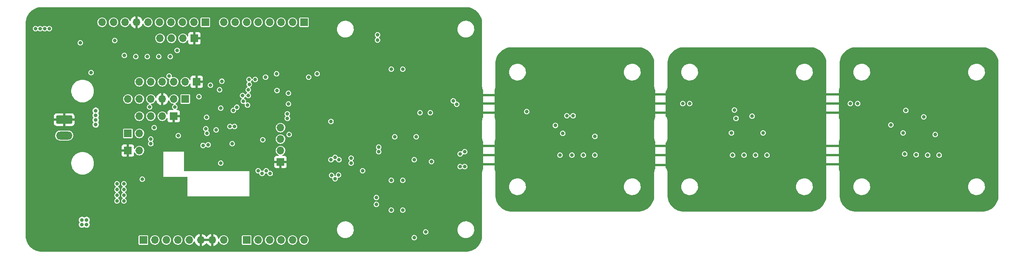
<source format=gbr>
%TF.GenerationSoftware,KiCad,Pcbnew,(6.0.2)*%
%TF.CreationDate,2022-03-10T15:52:03+01:00*%
%TF.ProjectId,GestureControl,47657374-7572-4654-936f-6e74726f6c2e,V0.1*%
%TF.SameCoordinates,Original*%
%TF.FileFunction,Copper,L2,Inr*%
%TF.FilePolarity,Positive*%
%FSLAX46Y46*%
G04 Gerber Fmt 4.6, Leading zero omitted, Abs format (unit mm)*
G04 Created by KiCad (PCBNEW (6.0.2)) date 2022-03-10 15:52:03*
%MOMM*%
%LPD*%
G01*
G04 APERTURE LIST*
G04 Aperture macros list*
%AMRoundRect*
0 Rectangle with rounded corners*
0 $1 Rounding radius*
0 $2 $3 $4 $5 $6 $7 $8 $9 X,Y pos of 4 corners*
0 Add a 4 corners polygon primitive as box body*
4,1,4,$2,$3,$4,$5,$6,$7,$8,$9,$2,$3,0*
0 Add four circle primitives for the rounded corners*
1,1,$1+$1,$2,$3*
1,1,$1+$1,$4,$5*
1,1,$1+$1,$6,$7*
1,1,$1+$1,$8,$9*
0 Add four rect primitives between the rounded corners*
20,1,$1+$1,$2,$3,$4,$5,0*
20,1,$1+$1,$4,$5,$6,$7,0*
20,1,$1+$1,$6,$7,$8,$9,0*
20,1,$1+$1,$8,$9,$2,$3,0*%
G04 Aperture macros list end*
%TA.AperFunction,ComponentPad*%
%ADD10R,1.700000X1.700000*%
%TD*%
%TA.AperFunction,ComponentPad*%
%ADD11O,1.700000X1.700000*%
%TD*%
%TA.AperFunction,ComponentPad*%
%ADD12RoundRect,0.250000X-1.550000X0.650000X-1.550000X-0.650000X1.550000X-0.650000X1.550000X0.650000X0*%
%TD*%
%TA.AperFunction,ComponentPad*%
%ADD13O,3.600000X1.800000*%
%TD*%
%TA.AperFunction,ViaPad*%
%ADD14C,0.800000*%
%TD*%
%TA.AperFunction,Conductor*%
%ADD15C,0.500000*%
%TD*%
G04 APERTURE END LIST*
D10*
%TO.N,unconnected-(J3-Pad1)*%
%TO.C,J3*%
X67818000Y-155194000D03*
D11*
%TO.N,unconnected-(J3-Pad2)*%
X70358000Y-155194000D03*
%TO.N,unconnected-(J3-Pad3)*%
X72898000Y-155194000D03*
%TO.N,+3V3*%
X75438000Y-155194000D03*
%TO.N,+5V*%
X77978000Y-155194000D03*
%TO.N,GND*%
X80518000Y-155194000D03*
X83058000Y-155194000D03*
%TO.N,unconnected-(J3-Pad8)*%
X85598000Y-155194000D03*
%TD*%
D10*
%TO.N,XSHUT_0*%
%TO.C,J4*%
X90678000Y-155194000D03*
D11*
%TO.N,XSHUT_1*%
X93218000Y-155194000D03*
%TO.N,XSHUT_2*%
X95758000Y-155194000D03*
%TO.N,XSHUT_3*%
X98298000Y-155194000D03*
%TO.N,SW_1*%
X100838000Y-155194000D03*
%TO.N,SW_2*%
X103378000Y-155194000D03*
%TD*%
D10*
%TO.N,unconnected-(J5-Pad1)*%
%TO.C,J5*%
X81534000Y-106934000D03*
D11*
%TO.N,unconnected-(J5-Pad2)*%
X78994000Y-106934000D03*
%TO.N,GPIOI_0*%
X76454000Y-106934000D03*
%TO.N,GPIOI_1*%
X73914000Y-106934000D03*
%TO.N,GPIOI_2*%
X71374000Y-106934000D03*
%TO.N,GPIOI_3*%
X68834000Y-106934000D03*
%TO.N,GND*%
X66294000Y-106934000D03*
%TO.N,+3V3*%
X63754000Y-106934000D03*
%TO.N,SDA1*%
X61214000Y-106934000D03*
%TO.N,SCL1*%
X58674000Y-106934000D03*
%TD*%
D10*
%TO.N,GND*%
%TO.C,J1*%
X74543490Y-127756490D03*
D11*
%TO.N,+5V*%
X72003490Y-127756490D03*
%TO.N,SDA1*%
X69463490Y-127756490D03*
%TO.N,SCL1*%
X66923490Y-127756490D03*
%TD*%
D12*
%TO.N,GND*%
%TO.C,J2*%
X50292000Y-128524000D03*
D13*
%TO.N,Net-(D6-Pad2)*%
X50292000Y-132024000D03*
%TD*%
D10*
%TO.N,GND*%
%TO.C,J7*%
X79623490Y-120136490D03*
D11*
%TO.N,/STM32L151RET6TR/FTDI_CTS*%
X77083490Y-120136490D03*
%TO.N,+5V*%
X74543490Y-120136490D03*
%TO.N,/STM32L151RET6TR/FTDI_TXD*%
X72003490Y-120136490D03*
%TO.N,/STM32L151RET6TR/FTDI_RXD*%
X69463490Y-120136490D03*
%TO.N,/STM32L151RET6TR/FTDI_RTS*%
X66923490Y-120136490D03*
%TD*%
D10*
%TO.N,GND*%
%TO.C,J10*%
X79121000Y-110490000D03*
D11*
%TO.N,+3V3*%
X76581000Y-110490000D03*
%TO.N,SDA2*%
X74041000Y-110490000D03*
%TO.N,SCL2*%
X71501000Y-110490000D03*
%TD*%
D10*
%TO.N,GND*%
%TO.C,J9*%
X98165490Y-137916490D03*
D11*
%TO.N,+3V3*%
X98165490Y-135376490D03*
%TO.N,/STM32L151RET6TR/UART_TX*%
X98165490Y-132836490D03*
%TO.N,/STM32L151RET6TR/UART_RX*%
X98165490Y-130296490D03*
%TD*%
D10*
%TO.N,unconnected-(J6-Pad1)*%
%TO.C,J6*%
X103378000Y-106934000D03*
D11*
%TO.N,unconnected-(J6-Pad2)*%
X100838000Y-106934000D03*
%TO.N,LED_5*%
X98298000Y-106934000D03*
%TO.N,LED_4*%
X95758000Y-106934000D03*
%TO.N,LED_3*%
X93218000Y-106934000D03*
%TO.N,LED_2*%
X90678000Y-106934000D03*
%TO.N,LED_1*%
X88138000Y-106934000D03*
%TO.N,unconnected-(J6-Pad8)*%
X85598000Y-106934000D03*
%TD*%
D10*
%TO.N,+3V3*%
%TO.C,J8*%
X77083490Y-123946490D03*
D11*
%TO.N,/STM32L151RET6TR/SWCLK*%
X74543490Y-123946490D03*
%TO.N,GND*%
X72003490Y-123946490D03*
%TO.N,/STM32L151RET6TR/SWDAT*%
X69463490Y-123946490D03*
%TO.N,/STM32L151RET6TR/RST*%
X66923490Y-123946490D03*
%TO.N,/STM32L151RET6TR/SW0*%
X64383490Y-123946490D03*
%TD*%
D10*
%TO.N,GND*%
%TO.C,J11*%
X64383490Y-135376490D03*
D11*
%TO.N,/STM32L151RET6TR/RST*%
X66923490Y-135376490D03*
%TD*%
D10*
%TO.N,+3V3*%
%TO.C,J12*%
X64383490Y-131566490D03*
D11*
%TO.N,/STM32L151RET6TR/BOOT*%
X66923490Y-131566490D03*
%TD*%
D14*
%TO.N,GND*%
X73279000Y-143510000D03*
X71718000Y-140626000D03*
X85280500Y-148145500D03*
X83629500Y-148145500D03*
X123190000Y-126492000D03*
%TO.N,SW_2*%
X97409000Y-122047000D03*
%TO.N,XSHUT_3*%
X238887000Y-136271000D03*
%TO.N,GPIOI_3*%
X236347000Y-136144000D03*
X233246989Y-129667000D03*
X240538000Y-127889000D03*
%TO.N,XSHUT_3*%
X236601000Y-126492000D03*
%TO.N,GND*%
X167731000Y-134148000D03*
%TO.N,+3V3*%
X243078000Y-131826000D03*
%TO.N,GND*%
X243078000Y-129667000D03*
X241808000Y-128524000D03*
X237236000Y-128573000D03*
X235966000Y-129667000D03*
%TO.N,+3V3*%
X235966000Y-131445000D03*
%TO.N,GND*%
X239522000Y-127889000D03*
X243931000Y-134148000D03*
X241391000Y-134148000D03*
X238851000Y-134148000D03*
X233807000Y-140970000D03*
X231140000Y-129794000D03*
X229743000Y-131064000D03*
X227330000Y-131699000D03*
X225679000Y-130302000D03*
%TO.N,+3V3*%
X225933000Y-124968000D03*
X224282000Y-124968000D03*
%TO.N,SDA1*%
X243967000Y-136398000D03*
%TO.N,SCL1*%
X241427000Y-136398000D03*
%TO.N,GPIOI_2*%
X199009000Y-128248020D03*
%TO.N,XSHUT_2*%
X200787000Y-136398000D03*
%TO.N,GPIOI_2*%
X198247000Y-136398000D03*
%TO.N,GND*%
X201514688Y-127669312D03*
%TO.N,+3V3*%
X197993000Y-131445000D03*
X204978000Y-131445000D03*
%TO.N,SCL1*%
X203327000Y-136398000D03*
%TO.N,SDA1*%
X205867000Y-136398000D03*
%TO.N,GPIOI_2*%
X202565000Y-127762000D03*
%TO.N,XSHUT_2*%
X198628000Y-126365000D03*
%TO.N,GND*%
X200751000Y-134148000D03*
X203291000Y-134148000D03*
X205831000Y-134148000D03*
X195580000Y-141224000D03*
X205232000Y-129540000D03*
X197612000Y-129540000D03*
X187452000Y-130048000D03*
X189484000Y-131572000D03*
X192024000Y-131064000D03*
X193548000Y-130048000D03*
%TO.N,+3V3*%
X188722000Y-124968000D03*
%TO.N,GPIOI_1*%
X158988951Y-129809049D03*
%TO.N,GND*%
X93339490Y-125724490D03*
X99943490Y-120390490D03*
X165191000Y-134148000D03*
X126492000Y-148590000D03*
X129032000Y-148590000D03*
X50038000Y-119126000D03*
X60960000Y-116586000D03*
X56769000Y-152146000D03*
X131572000Y-148590000D03*
X127726000Y-110399000D03*
X92202000Y-135640500D03*
X82417490Y-122803490D03*
X51816000Y-107569000D03*
X58547000Y-153289000D03*
X120650000Y-125730000D03*
X60325000Y-152146000D03*
X139700000Y-121539000D03*
X123952000Y-148590000D03*
X160453750Y-129224652D03*
X125186000Y-110399000D03*
X154432000Y-124968000D03*
X130266000Y-135164000D03*
X51308000Y-105029000D03*
X57912000Y-115570000D03*
X120142000Y-148590000D03*
X119888000Y-137160000D03*
X45847000Y-149352000D03*
X77337490Y-135376490D03*
X45720000Y-117856000D03*
X122428000Y-132334000D03*
X156972000Y-122936000D03*
X79115490Y-134868490D03*
X45847000Y-147955000D03*
X127726000Y-135164000D03*
X130266000Y-110399000D03*
X45212000Y-122428000D03*
X58547000Y-152146000D03*
X45720000Y-119888000D03*
X50292000Y-150876000D03*
X162687000Y-134112000D03*
X154432000Y-122174000D03*
X126619000Y-133223000D03*
X47371000Y-141478000D03*
X138176000Y-122936000D03*
X56769000Y-151003000D03*
X46863000Y-149352000D03*
X45720000Y-118872000D03*
X58547000Y-154432000D03*
X157607000Y-140843000D03*
X50292000Y-149860000D03*
X44831000Y-141478000D03*
X50038000Y-120142000D03*
X51435000Y-120142000D03*
X46101000Y-141478000D03*
X70225490Y-141980490D03*
X60960000Y-117602000D03*
X163957000Y-131318000D03*
X43180000Y-122428000D03*
X125222000Y-133223000D03*
X60325000Y-151003000D03*
X86481490Y-133852490D03*
X50038000Y-115697000D03*
X163957000Y-128016000D03*
X84449490Y-148584490D03*
X108817490Y-127248490D03*
X119634000Y-112268000D03*
X141351000Y-121666000D03*
X46863000Y-150749000D03*
X57912000Y-117602000D03*
X45847000Y-150749000D03*
X167259000Y-129540000D03*
X57912000Y-116586000D03*
X81147490Y-133090490D03*
X51435000Y-119126000D03*
X51308000Y-106172000D03*
X53848000Y-112522000D03*
X89021490Y-130042490D03*
X60960000Y-115570000D03*
X125186000Y-135164000D03*
X48641000Y-119126000D03*
X47371000Y-145034000D03*
X44831000Y-145034000D03*
X58547000Y-151003000D03*
X44196000Y-122428000D03*
X94234000Y-133985000D03*
X46101000Y-145034000D03*
X48641000Y-120142000D03*
X90551000Y-134874000D03*
X125984000Y-127508000D03*
X79623490Y-125343490D03*
X52832000Y-107569000D03*
X163940743Y-130048956D03*
X46863000Y-147955000D03*
X70225490Y-134868490D03*
X81401490Y-117977490D03*
%TO.N,VCC*%
X55245000Y-151765000D03*
X55245000Y-150749000D03*
X54229000Y-151765000D03*
X57277000Y-129584000D03*
X57277000Y-127552000D03*
X57277000Y-128568000D03*
X54229000Y-150749000D03*
X57277000Y-126536000D03*
%TO.N,+3V3*%
X73533000Y-118872000D03*
X119634000Y-110871000D03*
X63500000Y-146558000D03*
X104394000Y-119088500D03*
X61976000Y-142748000D03*
X87497490Y-133852490D03*
X61976000Y-145288000D03*
X61976000Y-144018000D03*
X167767000Y-132207000D03*
X61976000Y-146558000D03*
X94234000Y-132969000D03*
X90886490Y-125303490D03*
X160655000Y-131572000D03*
X128214700Y-132287298D03*
X81829488Y-128010490D03*
X83941490Y-130804490D03*
X63500000Y-145288000D03*
X119380000Y-147320000D03*
X63500000Y-142748000D03*
X119634000Y-109728000D03*
X123444000Y-132334000D03*
X136398000Y-124333000D03*
X137160000Y-125095000D03*
X63500000Y-144018000D03*
X119888000Y-135636000D03*
X97282000Y-118364000D03*
X67564000Y-141732000D03*
X187198000Y-124968000D03*
X82671490Y-120898490D03*
X81020490Y-134233490D03*
X92583000Y-119634000D03*
X119888000Y-134620000D03*
X152654000Y-126746000D03*
X119380000Y-145796000D03*
%TO.N,XSHUT_1*%
X162687000Y-136398000D03*
X138938000Y-135636000D03*
X94107000Y-140462000D03*
X125222000Y-148590000D03*
X161544000Y-127635000D03*
X138938000Y-138938000D03*
%TO.N,GPIOI_1*%
X122682000Y-148590000D03*
X113792000Y-138176000D03*
X137922000Y-138938000D03*
X160020000Y-136398000D03*
X88512206Y-125761490D03*
X162941000Y-127635000D03*
X137922000Y-136100972D03*
%TO.N,XSHUT_2*%
X111125000Y-137414000D03*
X94996000Y-139827000D03*
X110998000Y-140799219D03*
X125222000Y-117348000D03*
%TO.N,GPIOI_2*%
X122682000Y-117348000D03*
%TO.N,XSHUT_0*%
X129032000Y-127000000D03*
X93218000Y-139827000D03*
X116332000Y-139827000D03*
%TO.N,GPIOI_0*%
X131318000Y-127000000D03*
X113792000Y-137033000D03*
X89910490Y-124454490D03*
%TO.N,LED_3*%
X99689490Y-127250501D03*
X91053490Y-121914490D03*
%TO.N,LED_4*%
X91246503Y-120715508D03*
X99933042Y-125051500D03*
%TO.N,LED_5*%
X91206489Y-119645186D03*
X99943490Y-122676490D03*
%TO.N,LED_1*%
X89783490Y-123184490D03*
X100064501Y-131820490D03*
%TO.N,LED_2*%
X91053490Y-123184490D03*
X99696679Y-128249978D03*
%TO.N,SW_1*%
X106299000Y-118364000D03*
X109474000Y-140843000D03*
X109347000Y-128905000D03*
X109347000Y-137414000D03*
%TO.N,SW_2*%
X110236000Y-141605000D03*
X94872692Y-119107607D03*
X110236000Y-136906000D03*
%TO.N,+5V*%
X56261000Y-118110000D03*
X45974000Y-108331000D03*
X43942000Y-108331000D03*
X46990000Y-108331000D03*
X44958000Y-108331000D03*
%TO.N,/STM32L151RET6TR/BOOT*%
X75559490Y-132074490D03*
%TO.N,/STM32L151RET6TR/RST*%
X84957490Y-138170490D03*
%TO.N,SCL1*%
X127762000Y-154686000D03*
X69463490Y-132836490D03*
X127762000Y-137414000D03*
X165227000Y-136398000D03*
%TO.N,SDA1*%
X167767000Y-136398000D03*
X70225490Y-130296490D03*
X131572000Y-137795000D03*
X69468143Y-133857143D03*
X130302000Y-153416000D03*
%TO.N,/STM32L151RET6TR/FTDI_RTS*%
X81655490Y-130550490D03*
X80131490Y-123438490D03*
%TO.N,/STM32L151RET6TR/FTDI_CTS*%
X81909490Y-131566490D03*
%TO.N,/STM32L151RET6TR/SW0*%
X69209490Y-125724490D03*
X74797490Y-125724490D03*
%TO.N,SCL2*%
X68701490Y-114548490D03*
X84703490Y-121914490D03*
%TO.N,SDA2*%
X85186510Y-119995408D03*
X71241490Y-114548490D03*
%TO.N,/STM32L151RET6TR/PIN41*%
X84957490Y-125978490D03*
%TO.N,/STM32L151RET6TR/PIN29*%
X88005490Y-130042490D03*
%TO.N,/STM32L151RET6TR/PIN30*%
X86989490Y-130042490D03*
%TO.N,/STM32L151RET6TR/PC8*%
X73781490Y-114548490D03*
%TO.N,/STM32L151RET6TR/PA9*%
X66161490Y-114548490D03*
%TO.N,/STM32L151RET6TR/PA10*%
X63621490Y-114294490D03*
%TO.N,BUCK_5_EN*%
X82163490Y-134106490D03*
X75311000Y-113157000D03*
X53848000Y-111506000D03*
X61468000Y-110998000D03*
%TO.N,XSHUT_3*%
X95885000Y-140462000D03*
X125222000Y-141986000D03*
%TO.N,GPIOI_3*%
X87713990Y-126492000D03*
X122682000Y-141986000D03*
%TD*%
D15*
%TO.N,GND*%
X184912000Y-127000000D02*
X180340000Y-127000000D01*
X184404000Y-134366000D02*
X179832000Y-134366000D01*
X222758000Y-127000000D02*
X218186000Y-127000000D01*
X142875000Y-124968000D02*
X148336000Y-124968000D01*
X146558000Y-134366000D02*
X141986000Y-134366000D01*
X184531000Y-136398000D02*
X179959000Y-136398000D01*
X146050000Y-136398000D02*
X141986000Y-136398000D01*
X148082000Y-127000000D02*
X141478000Y-127000000D01*
X222758000Y-138430000D02*
X218186000Y-138430000D01*
X222758000Y-122936000D02*
X218186000Y-122936000D01*
X142748000Y-123063000D02*
X147701000Y-123063000D01*
X184404000Y-138557000D02*
X179832000Y-138557000D01*
X222758000Y-124968000D02*
X218186000Y-124968000D01*
X185293000Y-124968000D02*
X180721000Y-124968000D01*
X222758000Y-134366000D02*
X218186000Y-134366000D01*
X184658000Y-122936000D02*
X180086000Y-122936000D01*
X222758000Y-136398000D02*
X218186000Y-136398000D01*
X146558000Y-138430000D02*
X141986000Y-138430000D01*
%TD*%
%TA.AperFunction,Conductor*%
%TO.N,GND*%
G36*
X139172182Y-103579953D02*
G01*
X139177813Y-103579963D01*
X139191642Y-103583143D01*
X139205482Y-103580011D01*
X139219670Y-103580036D01*
X139219669Y-103580435D01*
X139227577Y-103579748D01*
X139355575Y-103586036D01*
X139539664Y-103595080D01*
X139551960Y-103596290D01*
X139890160Y-103646458D01*
X139902266Y-103648865D01*
X140233935Y-103731944D01*
X140245754Y-103735529D01*
X140480935Y-103819679D01*
X140567651Y-103850707D01*
X140579074Y-103855438D01*
X140794205Y-103957187D01*
X140888152Y-104001620D01*
X140899053Y-104007447D01*
X141192303Y-104183214D01*
X141202584Y-104190084D01*
X141477188Y-104393745D01*
X141486746Y-104401589D01*
X141740069Y-104631187D01*
X141748813Y-104639931D01*
X141978411Y-104893254D01*
X141986255Y-104902812D01*
X142189916Y-105177416D01*
X142196786Y-105187697D01*
X142372553Y-105480947D01*
X142378382Y-105491852D01*
X142524562Y-105800926D01*
X142529293Y-105812349D01*
X142634696Y-106106926D01*
X142644468Y-106134238D01*
X142648056Y-106146065D01*
X142731135Y-106477734D01*
X142733542Y-106489840D01*
X142782162Y-106817609D01*
X142783709Y-106828035D01*
X142784920Y-106840336D01*
X142788009Y-106903208D01*
X142800224Y-107151857D01*
X142799535Y-107159624D01*
X142800062Y-107159625D01*
X142800037Y-107173812D01*
X142796857Y-107187642D01*
X142799989Y-107201482D01*
X142799980Y-107206372D01*
X142802000Y-107224448D01*
X142802000Y-121120976D01*
X142800047Y-121138184D01*
X142800037Y-121143813D01*
X142796857Y-121157642D01*
X142797729Y-121161496D01*
X142798823Y-121175398D01*
X142798823Y-121175399D01*
X142800864Y-121201331D01*
X142815608Y-121388670D01*
X142816762Y-121393477D01*
X142816763Y-121393483D01*
X142843337Y-121504172D01*
X142869623Y-121613660D01*
X142871516Y-121618231D01*
X142871517Y-121618233D01*
X142923678Y-121744159D01*
X142958170Y-121827430D01*
X142960755Y-121831649D01*
X142960761Y-121831660D01*
X142983432Y-121868655D01*
X143002000Y-121934490D01*
X143002000Y-128001510D01*
X142983432Y-128067345D01*
X142960761Y-128104340D01*
X142960755Y-128104351D01*
X142958170Y-128108570D01*
X142956277Y-128113140D01*
X142956275Y-128113144D01*
X142871517Y-128317767D01*
X142869623Y-128322340D01*
X142858271Y-128369624D01*
X142818562Y-128535026D01*
X142815608Y-128547330D01*
X142797807Y-128773509D01*
X142796857Y-128777642D01*
X142799988Y-128791480D01*
X142799980Y-128796368D01*
X142802000Y-128814448D01*
X142802000Y-132550976D01*
X142800047Y-132568184D01*
X142800037Y-132573813D01*
X142796857Y-132587642D01*
X142797729Y-132591496D01*
X142798823Y-132605398D01*
X142798823Y-132605399D01*
X142803182Y-132660778D01*
X142815608Y-132818670D01*
X142816762Y-132823477D01*
X142816763Y-132823483D01*
X142839964Y-132920122D01*
X142869623Y-133043660D01*
X142871516Y-133048231D01*
X142871517Y-133048233D01*
X142954217Y-133247886D01*
X142958170Y-133257430D01*
X142960755Y-133261649D01*
X142960761Y-133261660D01*
X142983432Y-133298655D01*
X143002000Y-133364490D01*
X143002000Y-139431510D01*
X142983432Y-139497345D01*
X142960761Y-139534340D01*
X142960755Y-139534351D01*
X142958170Y-139538570D01*
X142956277Y-139543140D01*
X142956275Y-139543144D01*
X142906791Y-139662609D01*
X142869623Y-139752340D01*
X142868468Y-139757152D01*
X142818183Y-139966605D01*
X142815608Y-139977330D01*
X142797807Y-140203509D01*
X142796857Y-140207642D01*
X142799988Y-140221480D01*
X142799980Y-140226368D01*
X142802000Y-140244448D01*
X142802000Y-154140976D01*
X142800047Y-154158182D01*
X142800037Y-154163813D01*
X142796857Y-154177642D01*
X142799989Y-154191482D01*
X142799964Y-154205670D01*
X142799565Y-154205669D01*
X142800252Y-154213577D01*
X142798330Y-154252695D01*
X142785364Y-154516649D01*
X142784921Y-154525659D01*
X142783710Y-154537960D01*
X142734720Y-154868224D01*
X142733544Y-154876151D01*
X142731135Y-154888266D01*
X142649619Y-155213696D01*
X142648058Y-155219929D01*
X142644471Y-155231754D01*
X142589798Y-155384553D01*
X142529293Y-155553651D01*
X142524562Y-155565074D01*
X142497003Y-155623344D01*
X142381197Y-155868197D01*
X142378382Y-155874148D01*
X142372555Y-155885049D01*
X142331368Y-155953766D01*
X142196786Y-156178303D01*
X142189916Y-156188584D01*
X141986255Y-156463188D01*
X141978411Y-156472746D01*
X141748813Y-156726069D01*
X141740069Y-156734813D01*
X141486746Y-156964411D01*
X141477188Y-156972255D01*
X141202584Y-157175916D01*
X141192303Y-157182786D01*
X140899053Y-157358553D01*
X140888152Y-157364380D01*
X140794205Y-157408813D01*
X140579074Y-157510562D01*
X140567651Y-157515293D01*
X140245754Y-157630471D01*
X140233935Y-157634056D01*
X139902266Y-157717135D01*
X139890160Y-157719542D01*
X139551960Y-157769710D01*
X139539664Y-157770920D01*
X139375198Y-157779000D01*
X139228143Y-157786224D01*
X139220376Y-157785535D01*
X139220375Y-157786062D01*
X139206188Y-157786037D01*
X139192358Y-157782857D01*
X139178518Y-157785989D01*
X139173628Y-157785980D01*
X139155552Y-157788000D01*
X45376024Y-157788000D01*
X45358818Y-157786047D01*
X45353187Y-157786037D01*
X45339358Y-157782857D01*
X45325518Y-157785989D01*
X45311330Y-157785964D01*
X45311331Y-157785565D01*
X45303423Y-157786252D01*
X45175425Y-157779964D01*
X44991336Y-157770920D01*
X44979040Y-157769710D01*
X44640840Y-157719542D01*
X44628734Y-157717135D01*
X44297065Y-157634056D01*
X44285246Y-157630471D01*
X43963349Y-157515293D01*
X43951926Y-157510562D01*
X43736795Y-157408813D01*
X43642848Y-157364380D01*
X43631947Y-157358553D01*
X43338697Y-157182786D01*
X43328416Y-157175916D01*
X43053812Y-156972255D01*
X43044254Y-156964411D01*
X42790931Y-156734813D01*
X42782187Y-156726069D01*
X42552589Y-156472746D01*
X42544745Y-156463188D01*
X42341084Y-156188584D01*
X42334214Y-156178303D01*
X42265553Y-156063748D01*
X66767500Y-156063748D01*
X66768707Y-156069816D01*
X66772331Y-156088033D01*
X66779133Y-156122231D01*
X66823448Y-156188552D01*
X66889769Y-156232867D01*
X66901938Y-156235288D01*
X66901939Y-156235288D01*
X66942184Y-156243293D01*
X66948252Y-156244500D01*
X68687748Y-156244500D01*
X68693816Y-156243293D01*
X68734061Y-156235288D01*
X68734062Y-156235288D01*
X68746231Y-156232867D01*
X68812552Y-156188552D01*
X68856867Y-156122231D01*
X68863670Y-156088033D01*
X68867293Y-156069816D01*
X68868500Y-156063748D01*
X68868500Y-155179262D01*
X69302520Y-155179262D01*
X69303036Y-155185406D01*
X69310691Y-155276561D01*
X69319759Y-155384553D01*
X69321458Y-155390478D01*
X69371523Y-155565074D01*
X69376544Y-155582586D01*
X69379359Y-155588063D01*
X69379360Y-155588066D01*
X69467897Y-155760341D01*
X69470712Y-155765818D01*
X69598677Y-155927270D01*
X69603370Y-155931264D01*
X69603371Y-155931265D01*
X69677541Y-155994388D01*
X69755564Y-156060791D01*
X69760942Y-156063797D01*
X69760944Y-156063798D01*
X69791387Y-156080812D01*
X69935398Y-156161297D01*
X70004067Y-156183609D01*
X70125471Y-156223056D01*
X70125475Y-156223057D01*
X70131329Y-156224959D01*
X70335894Y-156249351D01*
X70342029Y-156248879D01*
X70342031Y-156248879D01*
X70414625Y-156243293D01*
X70541300Y-156233546D01*
X70547230Y-156231890D01*
X70547232Y-156231890D01*
X70677770Y-156195443D01*
X70739725Y-156178145D01*
X70745214Y-156175372D01*
X70745220Y-156175370D01*
X70918116Y-156088033D01*
X70923610Y-156085258D01*
X70939345Y-156072965D01*
X71039925Y-155994383D01*
X71085951Y-155958424D01*
X71139293Y-155896627D01*
X71216540Y-155807134D01*
X71216540Y-155807133D01*
X71220564Y-155802472D01*
X71241387Y-155765818D01*
X71259056Y-155734714D01*
X71322323Y-155623344D01*
X71387351Y-155427863D01*
X71413171Y-155223474D01*
X71413583Y-155194000D01*
X71412138Y-155179262D01*
X71842520Y-155179262D01*
X71843036Y-155185406D01*
X71850691Y-155276561D01*
X71859759Y-155384553D01*
X71861458Y-155390478D01*
X71911523Y-155565074D01*
X71916544Y-155582586D01*
X71919359Y-155588063D01*
X71919360Y-155588066D01*
X72007897Y-155760341D01*
X72010712Y-155765818D01*
X72138677Y-155927270D01*
X72143370Y-155931264D01*
X72143371Y-155931265D01*
X72217541Y-155994388D01*
X72295564Y-156060791D01*
X72300942Y-156063797D01*
X72300944Y-156063798D01*
X72331387Y-156080812D01*
X72475398Y-156161297D01*
X72544067Y-156183609D01*
X72665471Y-156223056D01*
X72665475Y-156223057D01*
X72671329Y-156224959D01*
X72875894Y-156249351D01*
X72882029Y-156248879D01*
X72882031Y-156248879D01*
X72954625Y-156243293D01*
X73081300Y-156233546D01*
X73087230Y-156231890D01*
X73087232Y-156231890D01*
X73217770Y-156195443D01*
X73279725Y-156178145D01*
X73285214Y-156175372D01*
X73285220Y-156175370D01*
X73458116Y-156088033D01*
X73463610Y-156085258D01*
X73479345Y-156072965D01*
X73579925Y-155994383D01*
X73625951Y-155958424D01*
X73679293Y-155896627D01*
X73756540Y-155807134D01*
X73756540Y-155807133D01*
X73760564Y-155802472D01*
X73781387Y-155765818D01*
X73799056Y-155734714D01*
X73862323Y-155623344D01*
X73927351Y-155427863D01*
X73953171Y-155223474D01*
X73953583Y-155194000D01*
X73952138Y-155179262D01*
X74382520Y-155179262D01*
X74383036Y-155185406D01*
X74390691Y-155276561D01*
X74399759Y-155384553D01*
X74401458Y-155390478D01*
X74451523Y-155565074D01*
X74456544Y-155582586D01*
X74459359Y-155588063D01*
X74459360Y-155588066D01*
X74547897Y-155760341D01*
X74550712Y-155765818D01*
X74678677Y-155927270D01*
X74683370Y-155931264D01*
X74683371Y-155931265D01*
X74757541Y-155994388D01*
X74835564Y-156060791D01*
X74840942Y-156063797D01*
X74840944Y-156063798D01*
X74871387Y-156080812D01*
X75015398Y-156161297D01*
X75084067Y-156183609D01*
X75205471Y-156223056D01*
X75205475Y-156223057D01*
X75211329Y-156224959D01*
X75415894Y-156249351D01*
X75422029Y-156248879D01*
X75422031Y-156248879D01*
X75494625Y-156243293D01*
X75621300Y-156233546D01*
X75627230Y-156231890D01*
X75627232Y-156231890D01*
X75757770Y-156195443D01*
X75819725Y-156178145D01*
X75825214Y-156175372D01*
X75825220Y-156175370D01*
X75998116Y-156088033D01*
X76003610Y-156085258D01*
X76019345Y-156072965D01*
X76119925Y-155994383D01*
X76165951Y-155958424D01*
X76219293Y-155896627D01*
X76296540Y-155807134D01*
X76296540Y-155807133D01*
X76300564Y-155802472D01*
X76321387Y-155765818D01*
X76339056Y-155734714D01*
X76402323Y-155623344D01*
X76467351Y-155427863D01*
X76493171Y-155223474D01*
X76493583Y-155194000D01*
X76492138Y-155179262D01*
X76922520Y-155179262D01*
X76923036Y-155185406D01*
X76930691Y-155276561D01*
X76939759Y-155384553D01*
X76941458Y-155390478D01*
X76991523Y-155565074D01*
X76996544Y-155582586D01*
X76999359Y-155588063D01*
X76999360Y-155588066D01*
X77087897Y-155760341D01*
X77090712Y-155765818D01*
X77218677Y-155927270D01*
X77223370Y-155931264D01*
X77223371Y-155931265D01*
X77297541Y-155994388D01*
X77375564Y-156060791D01*
X77380942Y-156063797D01*
X77380944Y-156063798D01*
X77411387Y-156080812D01*
X77555398Y-156161297D01*
X77624067Y-156183609D01*
X77745471Y-156223056D01*
X77745475Y-156223057D01*
X77751329Y-156224959D01*
X77955894Y-156249351D01*
X77962029Y-156248879D01*
X77962031Y-156248879D01*
X78034625Y-156243293D01*
X78161300Y-156233546D01*
X78167230Y-156231890D01*
X78167232Y-156231890D01*
X78297770Y-156195443D01*
X78359725Y-156178145D01*
X78365214Y-156175372D01*
X78365220Y-156175370D01*
X78538116Y-156088033D01*
X78543610Y-156085258D01*
X78559345Y-156072965D01*
X78659925Y-155994383D01*
X78705951Y-155958424D01*
X78759293Y-155896627D01*
X78836540Y-155807134D01*
X78836540Y-155807133D01*
X78840564Y-155802472D01*
X78861387Y-155765818D01*
X78879056Y-155734714D01*
X78942323Y-155623344D01*
X78951271Y-155596444D01*
X78966496Y-155550678D01*
X79006978Y-155492354D01*
X79072566Y-155465175D01*
X79142437Y-155477770D01*
X79194406Y-155526141D01*
X79208971Y-155562751D01*
X79216564Y-155596444D01*
X79219645Y-155606275D01*
X79299770Y-155803603D01*
X79304413Y-155812794D01*
X79415694Y-155994388D01*
X79421777Y-156002699D01*
X79561213Y-156163667D01*
X79568580Y-156170883D01*
X79732434Y-156306916D01*
X79740881Y-156312831D01*
X79924756Y-156420279D01*
X79934042Y-156424729D01*
X80133001Y-156500703D01*
X80142899Y-156503579D01*
X80246250Y-156524606D01*
X80260299Y-156523410D01*
X80264000Y-156513065D01*
X80264000Y-156512517D01*
X80772000Y-156512517D01*
X80776064Y-156526359D01*
X80789478Y-156528393D01*
X80796184Y-156527534D01*
X80806262Y-156525392D01*
X81010255Y-156464191D01*
X81019842Y-156460433D01*
X81211095Y-156366739D01*
X81219945Y-156361464D01*
X81393328Y-156237792D01*
X81401200Y-156231139D01*
X81552052Y-156080812D01*
X81558730Y-156072965D01*
X81686022Y-155895819D01*
X81687147Y-155896627D01*
X81734669Y-155852876D01*
X81804607Y-155840661D01*
X81870046Y-155868197D01*
X81897870Y-155900028D01*
X81955690Y-155994383D01*
X81961777Y-156002699D01*
X82101213Y-156163667D01*
X82108580Y-156170883D01*
X82272434Y-156306916D01*
X82280881Y-156312831D01*
X82464756Y-156420279D01*
X82474042Y-156424729D01*
X82673001Y-156500703D01*
X82682899Y-156503579D01*
X82786250Y-156524606D01*
X82800299Y-156523410D01*
X82804000Y-156513065D01*
X82804000Y-156512517D01*
X83312000Y-156512517D01*
X83316064Y-156526359D01*
X83329478Y-156528393D01*
X83336184Y-156527534D01*
X83346262Y-156525392D01*
X83550255Y-156464191D01*
X83559842Y-156460433D01*
X83751095Y-156366739D01*
X83759945Y-156361464D01*
X83933328Y-156237792D01*
X83941200Y-156231139D01*
X84092052Y-156080812D01*
X84098730Y-156072965D01*
X84223003Y-155900020D01*
X84228313Y-155891183D01*
X84322670Y-155700267D01*
X84326469Y-155690672D01*
X84367593Y-155555319D01*
X84406534Y-155495955D01*
X84471388Y-155467068D01*
X84541564Y-155477830D01*
X84594782Y-155524823D01*
X84609270Y-155557217D01*
X84610856Y-155562751D01*
X84611523Y-155565074D01*
X84616544Y-155582586D01*
X84619359Y-155588063D01*
X84619360Y-155588066D01*
X84707897Y-155760341D01*
X84710712Y-155765818D01*
X84838677Y-155927270D01*
X84843370Y-155931264D01*
X84843371Y-155931265D01*
X84917541Y-155994388D01*
X84995564Y-156060791D01*
X85000942Y-156063797D01*
X85000944Y-156063798D01*
X85031387Y-156080812D01*
X85175398Y-156161297D01*
X85244067Y-156183609D01*
X85365471Y-156223056D01*
X85365475Y-156223057D01*
X85371329Y-156224959D01*
X85575894Y-156249351D01*
X85582029Y-156248879D01*
X85582031Y-156248879D01*
X85654625Y-156243293D01*
X85781300Y-156233546D01*
X85787230Y-156231890D01*
X85787232Y-156231890D01*
X85917770Y-156195443D01*
X85979725Y-156178145D01*
X85985214Y-156175372D01*
X85985220Y-156175370D01*
X86158116Y-156088033D01*
X86163610Y-156085258D01*
X86179345Y-156072965D01*
X86191142Y-156063748D01*
X89627500Y-156063748D01*
X89628707Y-156069816D01*
X89632331Y-156088033D01*
X89639133Y-156122231D01*
X89683448Y-156188552D01*
X89749769Y-156232867D01*
X89761938Y-156235288D01*
X89761939Y-156235288D01*
X89802184Y-156243293D01*
X89808252Y-156244500D01*
X91547748Y-156244500D01*
X91553816Y-156243293D01*
X91594061Y-156235288D01*
X91594062Y-156235288D01*
X91606231Y-156232867D01*
X91672552Y-156188552D01*
X91716867Y-156122231D01*
X91723670Y-156088033D01*
X91727293Y-156069816D01*
X91728500Y-156063748D01*
X91728500Y-155179262D01*
X92162520Y-155179262D01*
X92163036Y-155185406D01*
X92170691Y-155276561D01*
X92179759Y-155384553D01*
X92181458Y-155390478D01*
X92231523Y-155565074D01*
X92236544Y-155582586D01*
X92239359Y-155588063D01*
X92239360Y-155588066D01*
X92327897Y-155760341D01*
X92330712Y-155765818D01*
X92458677Y-155927270D01*
X92463370Y-155931264D01*
X92463371Y-155931265D01*
X92537541Y-155994388D01*
X92615564Y-156060791D01*
X92620942Y-156063797D01*
X92620944Y-156063798D01*
X92651387Y-156080812D01*
X92795398Y-156161297D01*
X92864067Y-156183609D01*
X92985471Y-156223056D01*
X92985475Y-156223057D01*
X92991329Y-156224959D01*
X93195894Y-156249351D01*
X93202029Y-156248879D01*
X93202031Y-156248879D01*
X93274625Y-156243293D01*
X93401300Y-156233546D01*
X93407230Y-156231890D01*
X93407232Y-156231890D01*
X93537770Y-156195443D01*
X93599725Y-156178145D01*
X93605214Y-156175372D01*
X93605220Y-156175370D01*
X93778116Y-156088033D01*
X93783610Y-156085258D01*
X93799345Y-156072965D01*
X93899925Y-155994383D01*
X93945951Y-155958424D01*
X93999293Y-155896627D01*
X94076540Y-155807134D01*
X94076540Y-155807133D01*
X94080564Y-155802472D01*
X94101387Y-155765818D01*
X94119056Y-155734714D01*
X94182323Y-155623344D01*
X94247351Y-155427863D01*
X94273171Y-155223474D01*
X94273583Y-155194000D01*
X94272138Y-155179262D01*
X94702520Y-155179262D01*
X94703036Y-155185406D01*
X94710691Y-155276561D01*
X94719759Y-155384553D01*
X94721458Y-155390478D01*
X94771523Y-155565074D01*
X94776544Y-155582586D01*
X94779359Y-155588063D01*
X94779360Y-155588066D01*
X94867897Y-155760341D01*
X94870712Y-155765818D01*
X94998677Y-155927270D01*
X95003370Y-155931264D01*
X95003371Y-155931265D01*
X95077541Y-155994388D01*
X95155564Y-156060791D01*
X95160942Y-156063797D01*
X95160944Y-156063798D01*
X95191387Y-156080812D01*
X95335398Y-156161297D01*
X95404067Y-156183609D01*
X95525471Y-156223056D01*
X95525475Y-156223057D01*
X95531329Y-156224959D01*
X95735894Y-156249351D01*
X95742029Y-156248879D01*
X95742031Y-156248879D01*
X95814625Y-156243293D01*
X95941300Y-156233546D01*
X95947230Y-156231890D01*
X95947232Y-156231890D01*
X96077770Y-156195443D01*
X96139725Y-156178145D01*
X96145214Y-156175372D01*
X96145220Y-156175370D01*
X96318116Y-156088033D01*
X96323610Y-156085258D01*
X96339345Y-156072965D01*
X96439925Y-155994383D01*
X96485951Y-155958424D01*
X96539293Y-155896627D01*
X96616540Y-155807134D01*
X96616540Y-155807133D01*
X96620564Y-155802472D01*
X96641387Y-155765818D01*
X96659056Y-155734714D01*
X96722323Y-155623344D01*
X96787351Y-155427863D01*
X96813171Y-155223474D01*
X96813583Y-155194000D01*
X96812138Y-155179262D01*
X97242520Y-155179262D01*
X97243036Y-155185406D01*
X97250691Y-155276561D01*
X97259759Y-155384553D01*
X97261458Y-155390478D01*
X97311523Y-155565074D01*
X97316544Y-155582586D01*
X97319359Y-155588063D01*
X97319360Y-155588066D01*
X97407897Y-155760341D01*
X97410712Y-155765818D01*
X97538677Y-155927270D01*
X97543370Y-155931264D01*
X97543371Y-155931265D01*
X97617541Y-155994388D01*
X97695564Y-156060791D01*
X97700942Y-156063797D01*
X97700944Y-156063798D01*
X97731387Y-156080812D01*
X97875398Y-156161297D01*
X97944067Y-156183609D01*
X98065471Y-156223056D01*
X98065475Y-156223057D01*
X98071329Y-156224959D01*
X98275894Y-156249351D01*
X98282029Y-156248879D01*
X98282031Y-156248879D01*
X98354625Y-156243293D01*
X98481300Y-156233546D01*
X98487230Y-156231890D01*
X98487232Y-156231890D01*
X98617770Y-156195443D01*
X98679725Y-156178145D01*
X98685214Y-156175372D01*
X98685220Y-156175370D01*
X98858116Y-156088033D01*
X98863610Y-156085258D01*
X98879345Y-156072965D01*
X98979925Y-155994383D01*
X99025951Y-155958424D01*
X99079293Y-155896627D01*
X99156540Y-155807134D01*
X99156540Y-155807133D01*
X99160564Y-155802472D01*
X99181387Y-155765818D01*
X99199056Y-155734714D01*
X99262323Y-155623344D01*
X99327351Y-155427863D01*
X99353171Y-155223474D01*
X99353583Y-155194000D01*
X99352138Y-155179262D01*
X99782520Y-155179262D01*
X99783036Y-155185406D01*
X99790691Y-155276561D01*
X99799759Y-155384553D01*
X99801458Y-155390478D01*
X99851523Y-155565074D01*
X99856544Y-155582586D01*
X99859359Y-155588063D01*
X99859360Y-155588066D01*
X99947897Y-155760341D01*
X99950712Y-155765818D01*
X100078677Y-155927270D01*
X100083370Y-155931264D01*
X100083371Y-155931265D01*
X100157541Y-155994388D01*
X100235564Y-156060791D01*
X100240942Y-156063797D01*
X100240944Y-156063798D01*
X100271387Y-156080812D01*
X100415398Y-156161297D01*
X100484067Y-156183609D01*
X100605471Y-156223056D01*
X100605475Y-156223057D01*
X100611329Y-156224959D01*
X100815894Y-156249351D01*
X100822029Y-156248879D01*
X100822031Y-156248879D01*
X100894625Y-156243293D01*
X101021300Y-156233546D01*
X101027230Y-156231890D01*
X101027232Y-156231890D01*
X101157770Y-156195443D01*
X101219725Y-156178145D01*
X101225214Y-156175372D01*
X101225220Y-156175370D01*
X101398116Y-156088033D01*
X101403610Y-156085258D01*
X101419345Y-156072965D01*
X101519925Y-155994383D01*
X101565951Y-155958424D01*
X101619293Y-155896627D01*
X101696540Y-155807134D01*
X101696540Y-155807133D01*
X101700564Y-155802472D01*
X101721387Y-155765818D01*
X101739056Y-155734714D01*
X101802323Y-155623344D01*
X101867351Y-155427863D01*
X101893171Y-155223474D01*
X101893583Y-155194000D01*
X101892138Y-155179262D01*
X102322520Y-155179262D01*
X102323036Y-155185406D01*
X102330691Y-155276561D01*
X102339759Y-155384553D01*
X102341458Y-155390478D01*
X102391523Y-155565074D01*
X102396544Y-155582586D01*
X102399359Y-155588063D01*
X102399360Y-155588066D01*
X102487897Y-155760341D01*
X102490712Y-155765818D01*
X102618677Y-155927270D01*
X102623370Y-155931264D01*
X102623371Y-155931265D01*
X102697541Y-155994388D01*
X102775564Y-156060791D01*
X102780942Y-156063797D01*
X102780944Y-156063798D01*
X102811387Y-156080812D01*
X102955398Y-156161297D01*
X103024067Y-156183609D01*
X103145471Y-156223056D01*
X103145475Y-156223057D01*
X103151329Y-156224959D01*
X103355894Y-156249351D01*
X103362029Y-156248879D01*
X103362031Y-156248879D01*
X103434625Y-156243293D01*
X103561300Y-156233546D01*
X103567230Y-156231890D01*
X103567232Y-156231890D01*
X103697770Y-156195443D01*
X103759725Y-156178145D01*
X103765214Y-156175372D01*
X103765220Y-156175370D01*
X103938116Y-156088033D01*
X103943610Y-156085258D01*
X103959345Y-156072965D01*
X104059925Y-155994383D01*
X104105951Y-155958424D01*
X104159293Y-155896627D01*
X104236540Y-155807134D01*
X104236540Y-155807133D01*
X104240564Y-155802472D01*
X104261387Y-155765818D01*
X104279056Y-155734714D01*
X104342323Y-155623344D01*
X104407351Y-155427863D01*
X104433171Y-155223474D01*
X104433583Y-155194000D01*
X104413480Y-154988970D01*
X104353935Y-154791749D01*
X104257218Y-154609849D01*
X104169634Y-154502461D01*
X104130906Y-154454975D01*
X104130903Y-154454972D01*
X104127011Y-154450200D01*
X104055196Y-154390789D01*
X103973025Y-154322811D01*
X103973021Y-154322809D01*
X103968275Y-154318882D01*
X103787055Y-154220897D01*
X103590254Y-154159977D01*
X103584129Y-154159333D01*
X103584128Y-154159333D01*
X103391498Y-154139087D01*
X103391496Y-154139087D01*
X103385369Y-154138443D01*
X103298529Y-154146346D01*
X103186342Y-154156555D01*
X103186339Y-154156556D01*
X103180203Y-154157114D01*
X102982572Y-154215280D01*
X102800002Y-154310726D01*
X102795201Y-154314586D01*
X102795198Y-154314588D01*
X102748678Y-154351991D01*
X102639447Y-154439815D01*
X102507024Y-154597630D01*
X102504056Y-154603028D01*
X102504053Y-154603033D01*
X102445735Y-154709115D01*
X102407776Y-154778162D01*
X102345484Y-154974532D01*
X102344798Y-154980649D01*
X102344797Y-154980653D01*
X102329245Y-155119305D01*
X102322520Y-155179262D01*
X101892138Y-155179262D01*
X101873480Y-154988970D01*
X101813935Y-154791749D01*
X101717218Y-154609849D01*
X101629634Y-154502461D01*
X101590906Y-154454975D01*
X101590903Y-154454972D01*
X101587011Y-154450200D01*
X101515196Y-154390789D01*
X101433025Y-154322811D01*
X101433021Y-154322809D01*
X101428275Y-154318882D01*
X101247055Y-154220897D01*
X101050254Y-154159977D01*
X101044129Y-154159333D01*
X101044128Y-154159333D01*
X100851498Y-154139087D01*
X100851496Y-154139087D01*
X100845369Y-154138443D01*
X100758529Y-154146346D01*
X100646342Y-154156555D01*
X100646339Y-154156556D01*
X100640203Y-154157114D01*
X100442572Y-154215280D01*
X100260002Y-154310726D01*
X100255201Y-154314586D01*
X100255198Y-154314588D01*
X100208678Y-154351991D01*
X100099447Y-154439815D01*
X99967024Y-154597630D01*
X99964056Y-154603028D01*
X99964053Y-154603033D01*
X99905735Y-154709115D01*
X99867776Y-154778162D01*
X99805484Y-154974532D01*
X99804798Y-154980649D01*
X99804797Y-154980653D01*
X99789245Y-155119305D01*
X99782520Y-155179262D01*
X99352138Y-155179262D01*
X99333480Y-154988970D01*
X99273935Y-154791749D01*
X99177218Y-154609849D01*
X99089634Y-154502461D01*
X99050906Y-154454975D01*
X99050903Y-154454972D01*
X99047011Y-154450200D01*
X98975196Y-154390789D01*
X98893025Y-154322811D01*
X98893021Y-154322809D01*
X98888275Y-154318882D01*
X98707055Y-154220897D01*
X98510254Y-154159977D01*
X98504129Y-154159333D01*
X98504128Y-154159333D01*
X98311498Y-154139087D01*
X98311496Y-154139087D01*
X98305369Y-154138443D01*
X98218529Y-154146346D01*
X98106342Y-154156555D01*
X98106339Y-154156556D01*
X98100203Y-154157114D01*
X97902572Y-154215280D01*
X97720002Y-154310726D01*
X97715201Y-154314586D01*
X97715198Y-154314588D01*
X97668678Y-154351991D01*
X97559447Y-154439815D01*
X97427024Y-154597630D01*
X97424056Y-154603028D01*
X97424053Y-154603033D01*
X97365735Y-154709115D01*
X97327776Y-154778162D01*
X97265484Y-154974532D01*
X97264798Y-154980649D01*
X97264797Y-154980653D01*
X97249245Y-155119305D01*
X97242520Y-155179262D01*
X96812138Y-155179262D01*
X96793480Y-154988970D01*
X96733935Y-154791749D01*
X96637218Y-154609849D01*
X96549634Y-154502461D01*
X96510906Y-154454975D01*
X96510903Y-154454972D01*
X96507011Y-154450200D01*
X96435196Y-154390789D01*
X96353025Y-154322811D01*
X96353021Y-154322809D01*
X96348275Y-154318882D01*
X96167055Y-154220897D01*
X95970254Y-154159977D01*
X95964129Y-154159333D01*
X95964128Y-154159333D01*
X95771498Y-154139087D01*
X95771496Y-154139087D01*
X95765369Y-154138443D01*
X95678529Y-154146346D01*
X95566342Y-154156555D01*
X95566339Y-154156556D01*
X95560203Y-154157114D01*
X95362572Y-154215280D01*
X95180002Y-154310726D01*
X95175201Y-154314586D01*
X95175198Y-154314588D01*
X95128678Y-154351991D01*
X95019447Y-154439815D01*
X94887024Y-154597630D01*
X94884056Y-154603028D01*
X94884053Y-154603033D01*
X94825735Y-154709115D01*
X94787776Y-154778162D01*
X94725484Y-154974532D01*
X94724798Y-154980649D01*
X94724797Y-154980653D01*
X94709245Y-155119305D01*
X94702520Y-155179262D01*
X94272138Y-155179262D01*
X94253480Y-154988970D01*
X94193935Y-154791749D01*
X94097218Y-154609849D01*
X94009634Y-154502461D01*
X93970906Y-154454975D01*
X93970903Y-154454972D01*
X93967011Y-154450200D01*
X93895196Y-154390789D01*
X93813025Y-154322811D01*
X93813021Y-154322809D01*
X93808275Y-154318882D01*
X93627055Y-154220897D01*
X93430254Y-154159977D01*
X93424129Y-154159333D01*
X93424128Y-154159333D01*
X93231498Y-154139087D01*
X93231496Y-154139087D01*
X93225369Y-154138443D01*
X93138529Y-154146346D01*
X93026342Y-154156555D01*
X93026339Y-154156556D01*
X93020203Y-154157114D01*
X92822572Y-154215280D01*
X92640002Y-154310726D01*
X92635201Y-154314586D01*
X92635198Y-154314588D01*
X92588678Y-154351991D01*
X92479447Y-154439815D01*
X92347024Y-154597630D01*
X92344056Y-154603028D01*
X92344053Y-154603033D01*
X92285735Y-154709115D01*
X92247776Y-154778162D01*
X92185484Y-154974532D01*
X92184798Y-154980649D01*
X92184797Y-154980653D01*
X92169245Y-155119305D01*
X92162520Y-155179262D01*
X91728500Y-155179262D01*
X91728500Y-154324252D01*
X91716867Y-154265769D01*
X91672552Y-154199448D01*
X91606231Y-154155133D01*
X91594062Y-154152712D01*
X91594061Y-154152712D01*
X91553816Y-154144707D01*
X91547748Y-154143500D01*
X89808252Y-154143500D01*
X89802184Y-154144707D01*
X89761939Y-154152712D01*
X89761938Y-154152712D01*
X89749769Y-154155133D01*
X89683448Y-154199448D01*
X89639133Y-154265769D01*
X89627500Y-154324252D01*
X89627500Y-156063748D01*
X86191142Y-156063748D01*
X86279925Y-155994383D01*
X86325951Y-155958424D01*
X86379293Y-155896627D01*
X86456540Y-155807134D01*
X86456540Y-155807133D01*
X86460564Y-155802472D01*
X86481387Y-155765818D01*
X86499056Y-155734714D01*
X86562323Y-155623344D01*
X86627351Y-155427863D01*
X86653171Y-155223474D01*
X86653583Y-155194000D01*
X86633480Y-154988970D01*
X86573935Y-154791749D01*
X86477218Y-154609849D01*
X86389634Y-154502461D01*
X86350906Y-154454975D01*
X86350903Y-154454972D01*
X86347011Y-154450200D01*
X86275196Y-154390789D01*
X86193025Y-154322811D01*
X86193021Y-154322809D01*
X86188275Y-154318882D01*
X86007055Y-154220897D01*
X85810254Y-154159977D01*
X85804129Y-154159333D01*
X85804128Y-154159333D01*
X85611498Y-154139087D01*
X85611496Y-154139087D01*
X85605369Y-154138443D01*
X85518529Y-154146346D01*
X85406342Y-154156555D01*
X85406339Y-154156556D01*
X85400203Y-154157114D01*
X85202572Y-154215280D01*
X85020002Y-154310726D01*
X85015201Y-154314586D01*
X85015198Y-154314588D01*
X84968678Y-154351991D01*
X84859447Y-154439815D01*
X84727024Y-154597630D01*
X84724056Y-154603028D01*
X84724053Y-154603033D01*
X84665735Y-154709115D01*
X84627776Y-154778162D01*
X84625914Y-154784032D01*
X84609068Y-154837138D01*
X84569405Y-154896022D01*
X84504202Y-154924114D01*
X84434163Y-154912497D01*
X84381523Y-154864857D01*
X84366762Y-154829735D01*
X84349214Y-154759875D01*
X84345894Y-154750124D01*
X84260972Y-154554814D01*
X84256105Y-154545739D01*
X84140426Y-154366926D01*
X84134136Y-154358757D01*
X83990806Y-154201240D01*
X83983273Y-154194215D01*
X83816139Y-154062222D01*
X83807552Y-154056517D01*
X83621117Y-153953599D01*
X83611705Y-153949369D01*
X83410959Y-153878280D01*
X83400988Y-153875646D01*
X83329837Y-153862972D01*
X83316540Y-153864432D01*
X83312000Y-153878989D01*
X83312000Y-156512517D01*
X82804000Y-156512517D01*
X82804000Y-155466115D01*
X82799525Y-155450876D01*
X82798135Y-155449671D01*
X82790452Y-155448000D01*
X80790115Y-155448000D01*
X80774876Y-155452475D01*
X80773671Y-155453865D01*
X80772000Y-155461548D01*
X80772000Y-156512517D01*
X80264000Y-156512517D01*
X80264000Y-154921885D01*
X80772000Y-154921885D01*
X80776475Y-154937124D01*
X80777865Y-154938329D01*
X80785548Y-154940000D01*
X82785885Y-154940000D01*
X82801124Y-154935525D01*
X82802329Y-154934135D01*
X82804000Y-154926452D01*
X82804000Y-153877102D01*
X82800082Y-153863758D01*
X82785806Y-153861771D01*
X82747324Y-153867660D01*
X82737288Y-153870051D01*
X82534868Y-153936212D01*
X82525359Y-153940209D01*
X82336463Y-154038542D01*
X82327738Y-154044036D01*
X82157433Y-154171905D01*
X82149726Y-154178748D01*
X82002590Y-154332717D01*
X81996104Y-154340727D01*
X81891193Y-154494521D01*
X81836282Y-154539524D01*
X81765757Y-154547695D01*
X81702010Y-154516441D01*
X81681313Y-154491957D01*
X81600427Y-154366926D01*
X81594136Y-154358757D01*
X81450806Y-154201240D01*
X81443273Y-154194215D01*
X81276139Y-154062222D01*
X81267552Y-154056517D01*
X81081117Y-153953599D01*
X81071705Y-153949369D01*
X80870959Y-153878280D01*
X80860988Y-153875646D01*
X80789837Y-153862972D01*
X80776540Y-153864432D01*
X80772000Y-153878989D01*
X80772000Y-154921885D01*
X80264000Y-154921885D01*
X80264000Y-153877102D01*
X80260082Y-153863758D01*
X80245806Y-153861771D01*
X80207324Y-153867660D01*
X80197288Y-153870051D01*
X79994868Y-153936212D01*
X79985359Y-153940209D01*
X79796463Y-154038542D01*
X79787738Y-154044036D01*
X79617433Y-154171905D01*
X79609726Y-154178748D01*
X79462590Y-154332717D01*
X79456104Y-154340727D01*
X79336098Y-154516649D01*
X79331000Y-154525623D01*
X79241338Y-154718783D01*
X79237775Y-154728470D01*
X79209012Y-154832185D01*
X79171533Y-154892483D01*
X79107405Y-154922946D01*
X79036986Y-154913903D01*
X78982636Y-154868224D01*
X78966973Y-154834933D01*
X78966143Y-154832185D01*
X78953935Y-154791749D01*
X78857218Y-154609849D01*
X78769634Y-154502461D01*
X78730906Y-154454975D01*
X78730903Y-154454972D01*
X78727011Y-154450200D01*
X78655196Y-154390789D01*
X78573025Y-154322811D01*
X78573021Y-154322809D01*
X78568275Y-154318882D01*
X78387055Y-154220897D01*
X78190254Y-154159977D01*
X78184129Y-154159333D01*
X78184128Y-154159333D01*
X77991498Y-154139087D01*
X77991496Y-154139087D01*
X77985369Y-154138443D01*
X77898529Y-154146346D01*
X77786342Y-154156555D01*
X77786339Y-154156556D01*
X77780203Y-154157114D01*
X77582572Y-154215280D01*
X77400002Y-154310726D01*
X77395201Y-154314586D01*
X77395198Y-154314588D01*
X77348678Y-154351991D01*
X77239447Y-154439815D01*
X77107024Y-154597630D01*
X77104056Y-154603028D01*
X77104053Y-154603033D01*
X77045735Y-154709115D01*
X77007776Y-154778162D01*
X76945484Y-154974532D01*
X76944798Y-154980649D01*
X76944797Y-154980653D01*
X76929245Y-155119305D01*
X76922520Y-155179262D01*
X76492138Y-155179262D01*
X76473480Y-154988970D01*
X76413935Y-154791749D01*
X76317218Y-154609849D01*
X76229634Y-154502461D01*
X76190906Y-154454975D01*
X76190903Y-154454972D01*
X76187011Y-154450200D01*
X76115196Y-154390789D01*
X76033025Y-154322811D01*
X76033021Y-154322809D01*
X76028275Y-154318882D01*
X75847055Y-154220897D01*
X75650254Y-154159977D01*
X75644129Y-154159333D01*
X75644128Y-154159333D01*
X75451498Y-154139087D01*
X75451496Y-154139087D01*
X75445369Y-154138443D01*
X75358529Y-154146346D01*
X75246342Y-154156555D01*
X75246339Y-154156556D01*
X75240203Y-154157114D01*
X75042572Y-154215280D01*
X74860002Y-154310726D01*
X74855201Y-154314586D01*
X74855198Y-154314588D01*
X74808678Y-154351991D01*
X74699447Y-154439815D01*
X74567024Y-154597630D01*
X74564056Y-154603028D01*
X74564053Y-154603033D01*
X74505735Y-154709115D01*
X74467776Y-154778162D01*
X74405484Y-154974532D01*
X74404798Y-154980649D01*
X74404797Y-154980653D01*
X74389245Y-155119305D01*
X74382520Y-155179262D01*
X73952138Y-155179262D01*
X73933480Y-154988970D01*
X73873935Y-154791749D01*
X73777218Y-154609849D01*
X73689634Y-154502461D01*
X73650906Y-154454975D01*
X73650903Y-154454972D01*
X73647011Y-154450200D01*
X73575196Y-154390789D01*
X73493025Y-154322811D01*
X73493021Y-154322809D01*
X73488275Y-154318882D01*
X73307055Y-154220897D01*
X73110254Y-154159977D01*
X73104129Y-154159333D01*
X73104128Y-154159333D01*
X72911498Y-154139087D01*
X72911496Y-154139087D01*
X72905369Y-154138443D01*
X72818529Y-154146346D01*
X72706342Y-154156555D01*
X72706339Y-154156556D01*
X72700203Y-154157114D01*
X72502572Y-154215280D01*
X72320002Y-154310726D01*
X72315201Y-154314586D01*
X72315198Y-154314588D01*
X72268678Y-154351991D01*
X72159447Y-154439815D01*
X72027024Y-154597630D01*
X72024056Y-154603028D01*
X72024053Y-154603033D01*
X71965735Y-154709115D01*
X71927776Y-154778162D01*
X71865484Y-154974532D01*
X71864798Y-154980649D01*
X71864797Y-154980653D01*
X71849245Y-155119305D01*
X71842520Y-155179262D01*
X71412138Y-155179262D01*
X71393480Y-154988970D01*
X71333935Y-154791749D01*
X71237218Y-154609849D01*
X71149634Y-154502461D01*
X71110906Y-154454975D01*
X71110903Y-154454972D01*
X71107011Y-154450200D01*
X71035196Y-154390789D01*
X70953025Y-154322811D01*
X70953021Y-154322809D01*
X70948275Y-154318882D01*
X70767055Y-154220897D01*
X70570254Y-154159977D01*
X70564129Y-154159333D01*
X70564128Y-154159333D01*
X70371498Y-154139087D01*
X70371496Y-154139087D01*
X70365369Y-154138443D01*
X70278529Y-154146346D01*
X70166342Y-154156555D01*
X70166339Y-154156556D01*
X70160203Y-154157114D01*
X69962572Y-154215280D01*
X69780002Y-154310726D01*
X69775201Y-154314586D01*
X69775198Y-154314588D01*
X69728678Y-154351991D01*
X69619447Y-154439815D01*
X69487024Y-154597630D01*
X69484056Y-154603028D01*
X69484053Y-154603033D01*
X69425735Y-154709115D01*
X69387776Y-154778162D01*
X69325484Y-154974532D01*
X69324798Y-154980649D01*
X69324797Y-154980653D01*
X69309245Y-155119305D01*
X69302520Y-155179262D01*
X68868500Y-155179262D01*
X68868500Y-154324252D01*
X68856867Y-154265769D01*
X68812552Y-154199448D01*
X68746231Y-154155133D01*
X68734062Y-154152712D01*
X68734061Y-154152712D01*
X68693816Y-154144707D01*
X68687748Y-154143500D01*
X66948252Y-154143500D01*
X66942184Y-154144707D01*
X66901939Y-154152712D01*
X66901938Y-154152712D01*
X66889769Y-154155133D01*
X66823448Y-154199448D01*
X66779133Y-154265769D01*
X66767500Y-154324252D01*
X66767500Y-156063748D01*
X42265553Y-156063748D01*
X42199632Y-155953766D01*
X42158445Y-155885049D01*
X42152618Y-155874148D01*
X42149804Y-155868197D01*
X42033997Y-155623344D01*
X42006438Y-155565074D01*
X42001707Y-155553651D01*
X41941202Y-155384553D01*
X41886529Y-155231754D01*
X41882942Y-155219929D01*
X41881381Y-155213696D01*
X41799865Y-154888266D01*
X41797456Y-154876151D01*
X41796281Y-154868224D01*
X41747290Y-154537960D01*
X41746079Y-154525659D01*
X41745637Y-154516649D01*
X41735710Y-154314588D01*
X41730776Y-154214143D01*
X41731465Y-154206376D01*
X41730938Y-154206375D01*
X41730963Y-154192188D01*
X41734143Y-154178358D01*
X41731011Y-154164518D01*
X41731020Y-154159628D01*
X41729000Y-154141552D01*
X41729000Y-152950095D01*
X110667028Y-152950095D01*
X110692534Y-153217431D01*
X110693619Y-153221865D01*
X110693620Y-153221871D01*
X110741123Y-153416000D01*
X110756364Y-153478285D01*
X110758076Y-153482511D01*
X110758077Y-153482515D01*
X110794631Y-153572762D01*
X110857182Y-153727192D01*
X110992875Y-153958938D01*
X110995728Y-153962505D01*
X111150173Y-154155629D01*
X111160601Y-154168669D01*
X111356846Y-154351991D01*
X111412773Y-154390789D01*
X111573746Y-154502461D01*
X111573751Y-154502464D01*
X111577499Y-154505064D01*
X111581584Y-154507096D01*
X111581587Y-154507098D01*
X111659259Y-154545739D01*
X111817938Y-154624680D01*
X111822272Y-154626101D01*
X111822275Y-154626102D01*
X112068793Y-154706915D01*
X112068798Y-154706916D01*
X112073126Y-154708335D01*
X112077617Y-154709115D01*
X112077618Y-154709115D01*
X112333936Y-154753620D01*
X112333944Y-154753621D01*
X112337717Y-154754276D01*
X112341554Y-154754467D01*
X112420996Y-154758422D01*
X112421004Y-154758422D01*
X112422567Y-154758500D01*
X112590223Y-154758500D01*
X112592491Y-154758335D01*
X112592503Y-154758335D01*
X112722823Y-154748879D01*
X112789846Y-154744016D01*
X112794301Y-154743032D01*
X112794304Y-154743032D01*
X113047620Y-154687105D01*
X113047624Y-154687104D01*
X113052080Y-154686120D01*
X113052397Y-154686000D01*
X127156318Y-154686000D01*
X127159258Y-154708335D01*
X127175564Y-154832185D01*
X127176956Y-154842762D01*
X127237464Y-154988841D01*
X127333718Y-155114282D01*
X127459159Y-155210536D01*
X127605238Y-155271044D01*
X127762000Y-155291682D01*
X127770188Y-155290604D01*
X127910574Y-155272122D01*
X127918762Y-155271044D01*
X128064841Y-155210536D01*
X128190282Y-155114282D01*
X128286536Y-154988841D01*
X128347044Y-154842762D01*
X128348437Y-154832185D01*
X128364742Y-154708335D01*
X128367682Y-154686000D01*
X128347044Y-154529238D01*
X128286536Y-154383159D01*
X128190282Y-154257718D01*
X128064841Y-154161464D01*
X127918762Y-154100956D01*
X127762000Y-154080318D01*
X127605238Y-154100956D01*
X127459159Y-154161464D01*
X127333718Y-154257718D01*
X127237464Y-154383159D01*
X127176956Y-154529238D01*
X127156318Y-154686000D01*
X113052397Y-154686000D01*
X113266000Y-154605073D01*
X113298941Y-154592593D01*
X113298944Y-154592592D01*
X113303211Y-154590975D01*
X113537976Y-154460574D01*
X113589866Y-154420973D01*
X113747833Y-154300417D01*
X113747837Y-154300413D01*
X113751458Y-154297650D01*
X113939185Y-154105614D01*
X114057042Y-153943696D01*
X114094538Y-153892183D01*
X114094540Y-153892180D01*
X114097225Y-153888491D01*
X114190496Y-153711211D01*
X114220140Y-153654868D01*
X114220143Y-153654862D01*
X114222265Y-153650828D01*
X114252725Y-153564574D01*
X114305191Y-153416000D01*
X129696318Y-153416000D01*
X129716956Y-153572762D01*
X129777464Y-153718841D01*
X129873718Y-153844282D01*
X129999159Y-153940536D01*
X130145238Y-154001044D01*
X130302000Y-154021682D01*
X130310188Y-154020604D01*
X130450574Y-154002122D01*
X130458762Y-154001044D01*
X130604841Y-153940536D01*
X130730282Y-153844282D01*
X130826536Y-153718841D01*
X130887044Y-153572762D01*
X130907682Y-153416000D01*
X130887044Y-153259238D01*
X130826536Y-153113159D01*
X130730282Y-152987718D01*
X130681251Y-152950095D01*
X137337028Y-152950095D01*
X137362534Y-153217431D01*
X137363619Y-153221865D01*
X137363620Y-153221871D01*
X137411123Y-153416000D01*
X137426364Y-153478285D01*
X137428076Y-153482511D01*
X137428077Y-153482515D01*
X137464631Y-153572762D01*
X137527182Y-153727192D01*
X137662875Y-153958938D01*
X137665728Y-153962505D01*
X137820173Y-154155629D01*
X137830601Y-154168669D01*
X138026846Y-154351991D01*
X138082773Y-154390789D01*
X138243746Y-154502461D01*
X138243751Y-154502464D01*
X138247499Y-154505064D01*
X138251584Y-154507096D01*
X138251587Y-154507098D01*
X138329259Y-154545739D01*
X138487938Y-154624680D01*
X138492272Y-154626101D01*
X138492275Y-154626102D01*
X138738793Y-154706915D01*
X138738798Y-154706916D01*
X138743126Y-154708335D01*
X138747617Y-154709115D01*
X138747618Y-154709115D01*
X139003936Y-154753620D01*
X139003944Y-154753621D01*
X139007717Y-154754276D01*
X139011554Y-154754467D01*
X139090996Y-154758422D01*
X139091004Y-154758422D01*
X139092567Y-154758500D01*
X139260223Y-154758500D01*
X139262491Y-154758335D01*
X139262503Y-154758335D01*
X139392823Y-154748879D01*
X139459846Y-154744016D01*
X139464301Y-154743032D01*
X139464304Y-154743032D01*
X139717620Y-154687105D01*
X139717624Y-154687104D01*
X139722080Y-154686120D01*
X139936000Y-154605073D01*
X139968941Y-154592593D01*
X139968944Y-154592592D01*
X139973211Y-154590975D01*
X140207976Y-154460574D01*
X140259866Y-154420973D01*
X140417833Y-154300417D01*
X140417837Y-154300413D01*
X140421458Y-154297650D01*
X140609185Y-154105614D01*
X140727042Y-153943696D01*
X140764538Y-153892183D01*
X140764540Y-153892180D01*
X140767225Y-153888491D01*
X140860496Y-153711211D01*
X140890140Y-153654868D01*
X140890143Y-153654862D01*
X140892265Y-153650828D01*
X140922725Y-153564574D01*
X140980165Y-153401916D01*
X140980165Y-153401915D01*
X140981688Y-153397603D01*
X141033620Y-153134122D01*
X141034990Y-153106608D01*
X141046745Y-152870474D01*
X141046745Y-152870468D01*
X141046972Y-152865905D01*
X141021466Y-152598569D01*
X140989218Y-152466779D01*
X140958721Y-152342149D01*
X140957636Y-152337715D01*
X140952869Y-152325944D01*
X140858531Y-152093037D01*
X140858531Y-152093036D01*
X140856818Y-152088808D01*
X140721125Y-151857062D01*
X140610211Y-151718371D01*
X140556251Y-151650897D01*
X140556250Y-151650895D01*
X140553399Y-151647331D01*
X140357154Y-151464009D01*
X140197436Y-151353208D01*
X140140254Y-151313539D01*
X140140249Y-151313536D01*
X140136501Y-151310936D01*
X140132416Y-151308904D01*
X140132413Y-151308902D01*
X140016282Y-151251128D01*
X139896062Y-151191320D01*
X139891728Y-151189899D01*
X139891725Y-151189898D01*
X139645207Y-151109085D01*
X139645202Y-151109084D01*
X139640874Y-151107665D01*
X139636382Y-151106885D01*
X139380064Y-151062380D01*
X139380056Y-151062379D01*
X139376283Y-151061724D01*
X139367622Y-151061293D01*
X139293004Y-151057578D01*
X139292996Y-151057578D01*
X139291433Y-151057500D01*
X139123777Y-151057500D01*
X139121509Y-151057665D01*
X139121497Y-151057665D01*
X138991177Y-151067121D01*
X138924154Y-151071984D01*
X138919699Y-151072968D01*
X138919696Y-151072968D01*
X138666380Y-151128895D01*
X138666376Y-151128896D01*
X138661920Y-151129880D01*
X138536354Y-151177453D01*
X138415059Y-151223407D01*
X138415056Y-151223408D01*
X138410789Y-151225025D01*
X138176024Y-151355426D01*
X138172392Y-151358198D01*
X137966167Y-151515583D01*
X137966163Y-151515587D01*
X137962542Y-151518350D01*
X137774815Y-151710386D01*
X137616775Y-151927509D01*
X137606187Y-151947634D01*
X137493860Y-152161132D01*
X137493857Y-152161138D01*
X137491735Y-152165172D01*
X137490215Y-152169477D01*
X137490213Y-152169481D01*
X137403835Y-152414084D01*
X137402312Y-152418397D01*
X137350380Y-152681878D01*
X137350153Y-152686431D01*
X137350153Y-152686434D01*
X137339947Y-152891464D01*
X137337028Y-152950095D01*
X130681251Y-152950095D01*
X130604841Y-152891464D01*
X130458762Y-152830956D01*
X130302000Y-152810318D01*
X130145238Y-152830956D01*
X129999159Y-152891464D01*
X129873718Y-152987718D01*
X129777464Y-153113159D01*
X129716956Y-153259238D01*
X129696318Y-153416000D01*
X114305191Y-153416000D01*
X114310165Y-153401916D01*
X114310165Y-153401915D01*
X114311688Y-153397603D01*
X114363620Y-153134122D01*
X114364990Y-153106608D01*
X114376745Y-152870474D01*
X114376745Y-152870468D01*
X114376972Y-152865905D01*
X114351466Y-152598569D01*
X114319218Y-152466779D01*
X114288721Y-152342149D01*
X114287636Y-152337715D01*
X114282869Y-152325944D01*
X114188531Y-152093037D01*
X114188531Y-152093036D01*
X114186818Y-152088808D01*
X114051125Y-151857062D01*
X113940211Y-151718371D01*
X113886251Y-151650897D01*
X113886250Y-151650895D01*
X113883399Y-151647331D01*
X113687154Y-151464009D01*
X113527436Y-151353208D01*
X113470254Y-151313539D01*
X113470249Y-151313536D01*
X113466501Y-151310936D01*
X113462416Y-151308904D01*
X113462413Y-151308902D01*
X113346282Y-151251128D01*
X113226062Y-151191320D01*
X113221728Y-151189899D01*
X113221725Y-151189898D01*
X112975207Y-151109085D01*
X112975202Y-151109084D01*
X112970874Y-151107665D01*
X112966382Y-151106885D01*
X112710064Y-151062380D01*
X112710056Y-151062379D01*
X112706283Y-151061724D01*
X112697622Y-151061293D01*
X112623004Y-151057578D01*
X112622996Y-151057578D01*
X112621433Y-151057500D01*
X112453777Y-151057500D01*
X112451509Y-151057665D01*
X112451497Y-151057665D01*
X112321177Y-151067121D01*
X112254154Y-151071984D01*
X112249699Y-151072968D01*
X112249696Y-151072968D01*
X111996380Y-151128895D01*
X111996376Y-151128896D01*
X111991920Y-151129880D01*
X111866355Y-151177452D01*
X111745059Y-151223407D01*
X111745056Y-151223408D01*
X111740789Y-151225025D01*
X111506024Y-151355426D01*
X111502392Y-151358198D01*
X111296167Y-151515583D01*
X111296163Y-151515587D01*
X111292542Y-151518350D01*
X111104815Y-151710386D01*
X110946775Y-151927509D01*
X110936187Y-151947634D01*
X110823860Y-152161132D01*
X110823857Y-152161138D01*
X110821735Y-152165172D01*
X110820215Y-152169477D01*
X110820213Y-152169481D01*
X110733835Y-152414084D01*
X110732312Y-152418397D01*
X110680380Y-152681878D01*
X110680153Y-152686431D01*
X110680153Y-152686434D01*
X110669947Y-152891464D01*
X110667028Y-152950095D01*
X41729000Y-152950095D01*
X41729000Y-151757611D01*
X53523394Y-151757611D01*
X53541999Y-151926135D01*
X53600266Y-152085356D01*
X53604502Y-152091659D01*
X53604502Y-152091660D01*
X53617574Y-152111113D01*
X53694830Y-152226083D01*
X53700442Y-152231190D01*
X53700445Y-152231193D01*
X53814612Y-152335077D01*
X53814616Y-152335080D01*
X53820233Y-152340191D01*
X53826906Y-152343814D01*
X53826910Y-152343817D01*
X53962558Y-152417467D01*
X53962560Y-152417468D01*
X53969235Y-152421092D01*
X53976584Y-152423020D01*
X54125883Y-152462188D01*
X54125885Y-152462188D01*
X54133233Y-152464116D01*
X54219609Y-152465473D01*
X54295161Y-152466660D01*
X54295164Y-152466660D01*
X54302760Y-152466779D01*
X54310165Y-152465083D01*
X54310166Y-152465083D01*
X54370586Y-152451245D01*
X54468029Y-152428928D01*
X54619498Y-152352747D01*
X54625271Y-152347816D01*
X54625276Y-152347813D01*
X54653945Y-152323327D01*
X54718734Y-152294295D01*
X54788934Y-152304900D01*
X54820572Y-152325941D01*
X54836233Y-152340191D01*
X54865643Y-152356159D01*
X54978558Y-152417467D01*
X54978560Y-152417468D01*
X54985235Y-152421092D01*
X54992584Y-152423020D01*
X55141883Y-152462188D01*
X55141885Y-152462188D01*
X55149233Y-152464116D01*
X55235609Y-152465473D01*
X55311161Y-152466660D01*
X55311164Y-152466660D01*
X55318760Y-152466779D01*
X55326165Y-152465083D01*
X55326166Y-152465083D01*
X55386586Y-152451245D01*
X55484029Y-152428928D01*
X55635498Y-152352747D01*
X55714713Y-152285090D01*
X55758651Y-152247564D01*
X55758652Y-152247563D01*
X55764423Y-152242634D01*
X55863361Y-152104947D01*
X55871432Y-152084869D01*
X55923766Y-151954687D01*
X55923767Y-151954685D01*
X55926601Y-151947634D01*
X55933877Y-151896511D01*
X55949909Y-151783862D01*
X55949909Y-151783859D01*
X55950490Y-151779778D01*
X55950645Y-151765000D01*
X55948840Y-151750080D01*
X55931188Y-151604220D01*
X55930276Y-151596680D01*
X55870345Y-151438077D01*
X55861584Y-151425330D01*
X55794443Y-151327639D01*
X55772343Y-151260170D01*
X55790228Y-151191463D01*
X55795960Y-151182746D01*
X55858930Y-151095113D01*
X55863361Y-151088947D01*
X55874041Y-151062380D01*
X55923766Y-150938687D01*
X55923767Y-150938685D01*
X55926601Y-150931634D01*
X55950490Y-150763778D01*
X55950645Y-150749000D01*
X55948840Y-150734080D01*
X55931188Y-150588220D01*
X55930276Y-150580680D01*
X55870345Y-150422077D01*
X55774312Y-150282349D01*
X55752528Y-150262940D01*
X55653392Y-150174612D01*
X55653388Y-150174610D01*
X55647721Y-150169560D01*
X55497881Y-150090224D01*
X55333441Y-150048919D01*
X55325843Y-150048879D01*
X55325841Y-150048879D01*
X55248668Y-150048475D01*
X55163895Y-150048031D01*
X55156508Y-150049805D01*
X55156504Y-150049805D01*
X55013162Y-150084220D01*
X54999032Y-150087612D01*
X54992288Y-150091093D01*
X54992285Y-150091094D01*
X54987089Y-150093776D01*
X54848369Y-150165375D01*
X54842647Y-150170367D01*
X54842645Y-150170368D01*
X54820237Y-150189916D01*
X54755755Y-150219624D01*
X54685448Y-150209754D01*
X54653591Y-150189045D01*
X54637392Y-150174612D01*
X54637388Y-150174610D01*
X54631721Y-150169560D01*
X54481881Y-150090224D01*
X54317441Y-150048919D01*
X54309843Y-150048879D01*
X54309841Y-150048879D01*
X54232668Y-150048475D01*
X54147895Y-150048031D01*
X54140508Y-150049805D01*
X54140504Y-150049805D01*
X53997162Y-150084220D01*
X53983032Y-150087612D01*
X53976288Y-150091093D01*
X53976285Y-150091094D01*
X53971089Y-150093776D01*
X53832369Y-150165375D01*
X53704604Y-150276831D01*
X53607113Y-150415547D01*
X53545524Y-150573513D01*
X53523394Y-150741611D01*
X53541999Y-150910135D01*
X53549867Y-150931634D01*
X53595988Y-151057665D01*
X53600266Y-151069356D01*
X53604502Y-151075659D01*
X53604504Y-151075664D01*
X53679734Y-151187619D01*
X53701126Y-151255316D01*
X53682522Y-151323832D01*
X53678242Y-151330340D01*
X53607113Y-151431547D01*
X53545524Y-151589513D01*
X53544532Y-151597046D01*
X53544532Y-151597047D01*
X53538323Y-151644214D01*
X53523394Y-151757611D01*
X41729000Y-151757611D01*
X41729000Y-148590000D01*
X122076318Y-148590000D01*
X122096956Y-148746762D01*
X122157464Y-148892841D01*
X122253718Y-149018282D01*
X122379159Y-149114536D01*
X122525238Y-149175044D01*
X122682000Y-149195682D01*
X122690188Y-149194604D01*
X122830574Y-149176122D01*
X122838762Y-149175044D01*
X122984841Y-149114536D01*
X123110282Y-149018282D01*
X123206536Y-148892841D01*
X123267044Y-148746762D01*
X123287682Y-148590000D01*
X124616318Y-148590000D01*
X124636956Y-148746762D01*
X124697464Y-148892841D01*
X124793718Y-149018282D01*
X124919159Y-149114536D01*
X125065238Y-149175044D01*
X125222000Y-149195682D01*
X125230188Y-149194604D01*
X125370574Y-149176122D01*
X125378762Y-149175044D01*
X125524841Y-149114536D01*
X125650282Y-149018282D01*
X125746536Y-148892841D01*
X125807044Y-148746762D01*
X125827682Y-148590000D01*
X125807044Y-148433238D01*
X125746536Y-148287159D01*
X125650282Y-148161718D01*
X125524841Y-148065464D01*
X125378762Y-148004956D01*
X125222000Y-147984318D01*
X125065238Y-148004956D01*
X124919159Y-148065464D01*
X124793718Y-148161718D01*
X124697464Y-148287159D01*
X124636956Y-148433238D01*
X124616318Y-148590000D01*
X123287682Y-148590000D01*
X123267044Y-148433238D01*
X123206536Y-148287159D01*
X123110282Y-148161718D01*
X122984841Y-148065464D01*
X122838762Y-148004956D01*
X122682000Y-147984318D01*
X122525238Y-148004956D01*
X122379159Y-148065464D01*
X122253718Y-148161718D01*
X122157464Y-148287159D01*
X122096956Y-148433238D01*
X122076318Y-148590000D01*
X41729000Y-148590000D01*
X41729000Y-147320000D01*
X118774318Y-147320000D01*
X118794956Y-147476762D01*
X118855464Y-147622841D01*
X118951718Y-147748282D01*
X119077159Y-147844536D01*
X119223238Y-147905044D01*
X119380000Y-147925682D01*
X119388188Y-147924604D01*
X119528574Y-147906122D01*
X119536762Y-147905044D01*
X119682841Y-147844536D01*
X119808282Y-147748282D01*
X119904536Y-147622841D01*
X119965044Y-147476762D01*
X119985682Y-147320000D01*
X119965044Y-147163238D01*
X119904536Y-147017159D01*
X119808282Y-146891718D01*
X119682841Y-146795464D01*
X119536762Y-146734956D01*
X119380000Y-146714318D01*
X119223238Y-146734956D01*
X119077159Y-146795464D01*
X118951718Y-146891718D01*
X118855464Y-147017159D01*
X118794956Y-147163238D01*
X118774318Y-147320000D01*
X41729000Y-147320000D01*
X41729000Y-146558000D01*
X61370318Y-146558000D01*
X61390956Y-146714762D01*
X61451464Y-146860841D01*
X61547718Y-146986282D01*
X61673159Y-147082536D01*
X61819238Y-147143044D01*
X61976000Y-147163682D01*
X61984188Y-147162604D01*
X62124574Y-147144122D01*
X62132762Y-147143044D01*
X62278841Y-147082536D01*
X62404282Y-146986282D01*
X62500536Y-146860841D01*
X62561044Y-146714762D01*
X62581682Y-146558000D01*
X62894318Y-146558000D01*
X62914956Y-146714762D01*
X62975464Y-146860841D01*
X63071718Y-146986282D01*
X63197159Y-147082536D01*
X63343238Y-147143044D01*
X63500000Y-147163682D01*
X63508188Y-147162604D01*
X63648574Y-147144122D01*
X63656762Y-147143044D01*
X63802841Y-147082536D01*
X63928282Y-146986282D01*
X64024536Y-146860841D01*
X64085044Y-146714762D01*
X64105682Y-146558000D01*
X64085044Y-146401238D01*
X64024536Y-146255159D01*
X63928282Y-146129718D01*
X63802841Y-146033464D01*
X63797550Y-146031272D01*
X63749364Y-145980738D01*
X63735926Y-145911025D01*
X63762312Y-145845114D01*
X63797224Y-145814863D01*
X63802841Y-145812536D01*
X63824391Y-145796000D01*
X118774318Y-145796000D01*
X118794956Y-145952762D01*
X118855464Y-146098841D01*
X118951718Y-146224282D01*
X119077159Y-146320536D01*
X119223238Y-146381044D01*
X119380000Y-146401682D01*
X119388188Y-146400604D01*
X119528574Y-146382122D01*
X119536762Y-146381044D01*
X119682841Y-146320536D01*
X119808282Y-146224282D01*
X119904536Y-146098841D01*
X119965044Y-145952762D01*
X119985682Y-145796000D01*
X119965044Y-145639238D01*
X119904536Y-145493159D01*
X119808282Y-145367718D01*
X119682841Y-145271464D01*
X119536762Y-145210956D01*
X119380000Y-145190318D01*
X119223238Y-145210956D01*
X119077159Y-145271464D01*
X118951718Y-145367718D01*
X118855464Y-145493159D01*
X118794956Y-145639238D01*
X118774318Y-145796000D01*
X63824391Y-145796000D01*
X63928282Y-145716282D01*
X64024536Y-145590841D01*
X64085044Y-145444762D01*
X64105682Y-145288000D01*
X64085044Y-145131238D01*
X64024536Y-144985159D01*
X63928282Y-144859718D01*
X63802841Y-144763464D01*
X63797550Y-144761272D01*
X63749364Y-144710738D01*
X63735926Y-144641025D01*
X63762312Y-144575114D01*
X63797224Y-144544863D01*
X63802841Y-144542536D01*
X63928282Y-144446282D01*
X64024536Y-144320841D01*
X64085044Y-144174762D01*
X64105682Y-144018000D01*
X64085044Y-143861238D01*
X64024536Y-143715159D01*
X63928282Y-143589718D01*
X63802841Y-143493464D01*
X63797550Y-143491272D01*
X63749364Y-143440738D01*
X63735926Y-143371025D01*
X63762312Y-143305114D01*
X63797224Y-143274863D01*
X63802841Y-143272536D01*
X63928282Y-143176282D01*
X64024536Y-143050841D01*
X64085044Y-142904762D01*
X64105682Y-142748000D01*
X64085044Y-142591238D01*
X64024536Y-142445159D01*
X63928282Y-142319718D01*
X63802841Y-142223464D01*
X63656762Y-142162956D01*
X63500000Y-142142318D01*
X63343238Y-142162956D01*
X63197159Y-142223464D01*
X63071718Y-142319718D01*
X62975464Y-142445159D01*
X62914956Y-142591238D01*
X62894318Y-142748000D01*
X62914956Y-142904762D01*
X62975464Y-143050841D01*
X63071718Y-143176282D01*
X63197159Y-143272536D01*
X63202450Y-143274728D01*
X63250636Y-143325262D01*
X63264074Y-143394975D01*
X63237688Y-143460886D01*
X63202776Y-143491137D01*
X63197159Y-143493464D01*
X63071718Y-143589718D01*
X62975464Y-143715159D01*
X62914956Y-143861238D01*
X62894318Y-144018000D01*
X62914956Y-144174762D01*
X62975464Y-144320841D01*
X63071718Y-144446282D01*
X63197159Y-144542536D01*
X63202450Y-144544728D01*
X63250636Y-144595262D01*
X63264074Y-144664975D01*
X63237688Y-144730886D01*
X63202776Y-144761137D01*
X63197159Y-144763464D01*
X63071718Y-144859718D01*
X62975464Y-144985159D01*
X62914956Y-145131238D01*
X62894318Y-145288000D01*
X62914956Y-145444762D01*
X62975464Y-145590841D01*
X63071718Y-145716282D01*
X63197159Y-145812536D01*
X63202450Y-145814728D01*
X63250636Y-145865262D01*
X63264074Y-145934975D01*
X63237688Y-146000886D01*
X63202776Y-146031137D01*
X63197159Y-146033464D01*
X63071718Y-146129718D01*
X62975464Y-146255159D01*
X62914956Y-146401238D01*
X62894318Y-146558000D01*
X62581682Y-146558000D01*
X62561044Y-146401238D01*
X62500536Y-146255159D01*
X62404282Y-146129718D01*
X62278841Y-146033464D01*
X62273550Y-146031272D01*
X62225364Y-145980738D01*
X62211926Y-145911025D01*
X62238312Y-145845114D01*
X62273224Y-145814863D01*
X62278841Y-145812536D01*
X62404282Y-145716282D01*
X62500536Y-145590841D01*
X62561044Y-145444762D01*
X62581682Y-145288000D01*
X62561044Y-145131238D01*
X62500536Y-144985159D01*
X62404282Y-144859718D01*
X62278841Y-144763464D01*
X62273550Y-144761272D01*
X62225364Y-144710738D01*
X62211926Y-144641025D01*
X62238312Y-144575114D01*
X62273224Y-144544863D01*
X62278841Y-144542536D01*
X62404282Y-144446282D01*
X62500536Y-144320841D01*
X62561044Y-144174762D01*
X62581682Y-144018000D01*
X62561044Y-143861238D01*
X62500536Y-143715159D01*
X62404282Y-143589718D01*
X62278841Y-143493464D01*
X62273550Y-143491272D01*
X62225364Y-143440738D01*
X62211926Y-143371025D01*
X62238312Y-143305114D01*
X62273224Y-143274863D01*
X62278841Y-143272536D01*
X62404282Y-143176282D01*
X62500536Y-143050841D01*
X62561044Y-142904762D01*
X62581682Y-142748000D01*
X62561044Y-142591238D01*
X62500536Y-142445159D01*
X62404282Y-142319718D01*
X62278841Y-142223464D01*
X62132762Y-142162956D01*
X61976000Y-142142318D01*
X61819238Y-142162956D01*
X61673159Y-142223464D01*
X61547718Y-142319718D01*
X61451464Y-142445159D01*
X61390956Y-142591238D01*
X61370318Y-142748000D01*
X61390956Y-142904762D01*
X61451464Y-143050841D01*
X61547718Y-143176282D01*
X61673159Y-143272536D01*
X61678450Y-143274728D01*
X61726636Y-143325262D01*
X61740074Y-143394975D01*
X61713688Y-143460886D01*
X61678776Y-143491137D01*
X61673159Y-143493464D01*
X61547718Y-143589718D01*
X61451464Y-143715159D01*
X61390956Y-143861238D01*
X61370318Y-144018000D01*
X61390956Y-144174762D01*
X61451464Y-144320841D01*
X61547718Y-144446282D01*
X61673159Y-144542536D01*
X61678450Y-144544728D01*
X61726636Y-144595262D01*
X61740074Y-144664975D01*
X61713688Y-144730886D01*
X61678776Y-144761137D01*
X61673159Y-144763464D01*
X61547718Y-144859718D01*
X61451464Y-144985159D01*
X61390956Y-145131238D01*
X61370318Y-145288000D01*
X61390956Y-145444762D01*
X61451464Y-145590841D01*
X61547718Y-145716282D01*
X61673159Y-145812536D01*
X61678450Y-145814728D01*
X61726636Y-145865262D01*
X61740074Y-145934975D01*
X61713688Y-146000886D01*
X61678776Y-146031137D01*
X61673159Y-146033464D01*
X61547718Y-146129718D01*
X61451464Y-146255159D01*
X61390956Y-146401238D01*
X61370318Y-146558000D01*
X41729000Y-146558000D01*
X41729000Y-141732000D01*
X66958318Y-141732000D01*
X66978956Y-141888762D01*
X67039464Y-142034841D01*
X67135718Y-142160282D01*
X67261159Y-142256536D01*
X67407238Y-142317044D01*
X67564000Y-142337682D01*
X67572188Y-142336604D01*
X67712574Y-142318122D01*
X67720762Y-142317044D01*
X67866841Y-142256536D01*
X67992282Y-142160282D01*
X68088536Y-142034841D01*
X68149044Y-141888762D01*
X68169682Y-141732000D01*
X68149044Y-141575238D01*
X68088536Y-141429159D01*
X67992282Y-141303718D01*
X67881210Y-141218490D01*
X72257490Y-141218490D01*
X77465490Y-141218490D01*
X77533611Y-141238492D01*
X77580104Y-141292148D01*
X77591490Y-141344490D01*
X77591490Y-145536490D01*
X91307490Y-145536490D01*
X91307490Y-139948490D01*
X76955490Y-139948490D01*
X76887369Y-139928488D01*
X76840876Y-139874832D01*
X76830471Y-139827000D01*
X92612318Y-139827000D01*
X92632956Y-139983762D01*
X92693464Y-140129841D01*
X92789718Y-140255282D01*
X92915159Y-140351536D01*
X93061238Y-140412044D01*
X93069426Y-140413122D01*
X93131271Y-140421264D01*
X93218000Y-140432682D01*
X93226188Y-140431604D01*
X93367775Y-140412964D01*
X93437924Y-140423903D01*
X93491022Y-140471032D01*
X93509143Y-140521439D01*
X93521956Y-140618762D01*
X93582464Y-140764841D01*
X93678718Y-140890282D01*
X93804159Y-140986536D01*
X93950238Y-141047044D01*
X94107000Y-141067682D01*
X94115188Y-141066604D01*
X94255574Y-141048122D01*
X94263762Y-141047044D01*
X94409841Y-140986536D01*
X94535282Y-140890282D01*
X94631536Y-140764841D01*
X94692044Y-140618762D01*
X94704857Y-140521439D01*
X94733580Y-140456512D01*
X94792845Y-140417421D01*
X94846225Y-140412964D01*
X94987812Y-140431604D01*
X94996000Y-140432682D01*
X95004188Y-140431604D01*
X95145775Y-140412964D01*
X95215924Y-140423903D01*
X95269022Y-140471032D01*
X95287143Y-140521439D01*
X95299956Y-140618762D01*
X95360464Y-140764841D01*
X95456718Y-140890282D01*
X95582159Y-140986536D01*
X95728238Y-141047044D01*
X95885000Y-141067682D01*
X95893188Y-141066604D01*
X96033574Y-141048122D01*
X96041762Y-141047044D01*
X96187841Y-140986536D01*
X96313282Y-140890282D01*
X96349563Y-140843000D01*
X108868318Y-140843000D01*
X108888956Y-140999762D01*
X108949464Y-141145841D01*
X109045718Y-141271282D01*
X109171159Y-141367536D01*
X109317238Y-141428044D01*
X109474000Y-141448682D01*
X109491217Y-141446415D01*
X109561363Y-141457353D01*
X109614463Y-141504480D01*
X109633654Y-141572834D01*
X109632586Y-141587774D01*
X109630318Y-141605000D01*
X109650956Y-141761762D01*
X109711464Y-141907841D01*
X109807718Y-142033282D01*
X109933159Y-142129536D01*
X110079238Y-142190044D01*
X110236000Y-142210682D01*
X110244188Y-142209604D01*
X110384574Y-142191122D01*
X110392762Y-142190044D01*
X110538841Y-142129536D01*
X110664282Y-142033282D01*
X110700563Y-141986000D01*
X122076318Y-141986000D01*
X122096956Y-142142762D01*
X122157464Y-142288841D01*
X122253718Y-142414282D01*
X122379159Y-142510536D01*
X122525238Y-142571044D01*
X122682000Y-142591682D01*
X122690188Y-142590604D01*
X122830574Y-142572122D01*
X122838762Y-142571044D01*
X122984841Y-142510536D01*
X123110282Y-142414282D01*
X123206536Y-142288841D01*
X123267044Y-142142762D01*
X123287682Y-141986000D01*
X124616318Y-141986000D01*
X124636956Y-142142762D01*
X124697464Y-142288841D01*
X124793718Y-142414282D01*
X124919159Y-142510536D01*
X125065238Y-142571044D01*
X125222000Y-142591682D01*
X125230188Y-142590604D01*
X125370574Y-142572122D01*
X125378762Y-142571044D01*
X125524841Y-142510536D01*
X125650282Y-142414282D01*
X125746536Y-142288841D01*
X125807044Y-142142762D01*
X125827682Y-141986000D01*
X125807044Y-141829238D01*
X125746536Y-141683159D01*
X125650282Y-141557718D01*
X125524841Y-141461464D01*
X125378762Y-141400956D01*
X125222000Y-141380318D01*
X125065238Y-141400956D01*
X124919159Y-141461464D01*
X124793718Y-141557718D01*
X124697464Y-141683159D01*
X124636956Y-141829238D01*
X124616318Y-141986000D01*
X123287682Y-141986000D01*
X123267044Y-141829238D01*
X123206536Y-141683159D01*
X123110282Y-141557718D01*
X122984841Y-141461464D01*
X122838762Y-141400956D01*
X122682000Y-141380318D01*
X122525238Y-141400956D01*
X122379159Y-141461464D01*
X122253718Y-141557718D01*
X122157464Y-141683159D01*
X122096956Y-141829238D01*
X122076318Y-141986000D01*
X110700563Y-141986000D01*
X110760536Y-141907841D01*
X110821044Y-141761762D01*
X110841682Y-141605000D01*
X110833550Y-141543230D01*
X110844489Y-141473081D01*
X110891618Y-141419983D01*
X110959972Y-141400793D01*
X110974913Y-141401862D01*
X110998000Y-141404901D01*
X111006188Y-141403823D01*
X111021084Y-141401862D01*
X111154762Y-141384263D01*
X111300841Y-141323755D01*
X111426282Y-141227501D01*
X111522536Y-141102060D01*
X111583044Y-140955981D01*
X111603682Y-140799219D01*
X111583044Y-140642457D01*
X111522536Y-140496378D01*
X111426282Y-140370937D01*
X111300841Y-140274683D01*
X111154762Y-140214175D01*
X110998000Y-140193537D01*
X110841238Y-140214175D01*
X110695159Y-140274683D01*
X110569718Y-140370937D01*
X110473464Y-140496378D01*
X110412956Y-140642457D01*
X110392318Y-140799219D01*
X110393396Y-140807407D01*
X110400450Y-140860989D01*
X110389511Y-140931138D01*
X110342382Y-140984236D01*
X110274028Y-141003426D01*
X110259087Y-141002357D01*
X110236000Y-140999318D01*
X110218783Y-141001585D01*
X110148637Y-140990647D01*
X110095537Y-140943520D01*
X110076346Y-140875166D01*
X110077414Y-140860226D01*
X110079682Y-140843000D01*
X110059044Y-140686238D01*
X109998536Y-140540159D01*
X109902282Y-140414718D01*
X109776841Y-140318464D01*
X109630762Y-140257956D01*
X109474000Y-140237318D01*
X109317238Y-140257956D01*
X109171159Y-140318464D01*
X109045718Y-140414718D01*
X108949464Y-140540159D01*
X108888956Y-140686238D01*
X108868318Y-140843000D01*
X96349563Y-140843000D01*
X96409536Y-140764841D01*
X96470044Y-140618762D01*
X96490682Y-140462000D01*
X96470044Y-140305238D01*
X96409536Y-140159159D01*
X96313282Y-140033718D01*
X96187841Y-139937464D01*
X96041762Y-139876956D01*
X96000920Y-139871579D01*
X95893188Y-139857396D01*
X95885000Y-139856318D01*
X95876812Y-139857396D01*
X95735225Y-139876036D01*
X95665076Y-139865097D01*
X95622154Y-139827000D01*
X115726318Y-139827000D01*
X115746956Y-139983762D01*
X115807464Y-140129841D01*
X115903718Y-140255282D01*
X116029159Y-140351536D01*
X116175238Y-140412044D01*
X116183426Y-140413122D01*
X116245271Y-140421264D01*
X116332000Y-140432682D01*
X116340188Y-140431604D01*
X116480574Y-140413122D01*
X116488762Y-140412044D01*
X116634841Y-140351536D01*
X116760282Y-140255282D01*
X116856536Y-140129841D01*
X116917044Y-139983762D01*
X116937682Y-139827000D01*
X116917044Y-139670238D01*
X116856536Y-139524159D01*
X116760282Y-139398718D01*
X116634841Y-139302464D01*
X116488762Y-139241956D01*
X116332000Y-139221318D01*
X116175238Y-139241956D01*
X116029159Y-139302464D01*
X115903718Y-139398718D01*
X115807464Y-139524159D01*
X115746956Y-139670238D01*
X115726318Y-139827000D01*
X95622154Y-139827000D01*
X95611978Y-139817968D01*
X95593857Y-139767561D01*
X95582122Y-139678426D01*
X95581044Y-139670238D01*
X95520536Y-139524159D01*
X95424282Y-139398718D01*
X95298841Y-139302464D01*
X95152762Y-139241956D01*
X94996000Y-139221318D01*
X94839238Y-139241956D01*
X94693159Y-139302464D01*
X94567718Y-139398718D01*
X94471464Y-139524159D01*
X94410956Y-139670238D01*
X94409878Y-139678426D01*
X94398143Y-139767561D01*
X94369420Y-139832488D01*
X94310155Y-139871579D01*
X94256775Y-139876036D01*
X94115188Y-139857396D01*
X94107000Y-139856318D01*
X94098812Y-139857396D01*
X93957225Y-139876036D01*
X93887076Y-139865097D01*
X93833978Y-139817968D01*
X93815857Y-139767561D01*
X93804122Y-139678426D01*
X93803044Y-139670238D01*
X93742536Y-139524159D01*
X93646282Y-139398718D01*
X93520841Y-139302464D01*
X93374762Y-139241956D01*
X93218000Y-139221318D01*
X93061238Y-139241956D01*
X92915159Y-139302464D01*
X92789718Y-139398718D01*
X92693464Y-139524159D01*
X92632956Y-139670238D01*
X92612318Y-139827000D01*
X76830471Y-139827000D01*
X76829490Y-139822490D01*
X76829490Y-138811159D01*
X96807491Y-138811159D01*
X96807861Y-138817980D01*
X96813385Y-138868842D01*
X96817011Y-138884094D01*
X96862166Y-139004544D01*
X96870704Y-139020139D01*
X96947205Y-139122214D01*
X96959766Y-139134775D01*
X97061841Y-139211276D01*
X97077436Y-139219814D01*
X97197884Y-139264968D01*
X97213139Y-139268595D01*
X97264004Y-139274121D01*
X97270818Y-139274490D01*
X97893375Y-139274490D01*
X97908614Y-139270015D01*
X97909819Y-139268625D01*
X97911490Y-139260942D01*
X97911490Y-139256374D01*
X98419490Y-139256374D01*
X98423965Y-139271613D01*
X98425355Y-139272818D01*
X98433038Y-139274489D01*
X99060159Y-139274489D01*
X99066980Y-139274119D01*
X99117842Y-139268595D01*
X99133094Y-139264969D01*
X99253544Y-139219814D01*
X99269139Y-139211276D01*
X99371214Y-139134775D01*
X99383775Y-139122214D01*
X99460276Y-139020139D01*
X99468814Y-139004544D01*
X99493760Y-138938000D01*
X137316318Y-138938000D01*
X137336956Y-139094762D01*
X137397464Y-139240841D01*
X137493718Y-139366282D01*
X137619159Y-139462536D01*
X137765238Y-139523044D01*
X137922000Y-139543682D01*
X137930188Y-139542604D01*
X138070574Y-139524122D01*
X138078762Y-139523044D01*
X138224841Y-139462536D01*
X138350282Y-139366282D01*
X138351760Y-139368208D01*
X138403217Y-139340110D01*
X138474032Y-139345175D01*
X138508779Y-139367506D01*
X138509718Y-139366282D01*
X138635159Y-139462536D01*
X138781238Y-139523044D01*
X138938000Y-139543682D01*
X138946188Y-139542604D01*
X139086574Y-139524122D01*
X139094762Y-139523044D01*
X139240841Y-139462536D01*
X139366282Y-139366282D01*
X139462536Y-139240841D01*
X139523044Y-139094762D01*
X139543682Y-138938000D01*
X139523044Y-138781238D01*
X139462536Y-138635159D01*
X139366282Y-138509718D01*
X139240841Y-138413464D01*
X139094762Y-138352956D01*
X138938000Y-138332318D01*
X138781238Y-138352956D01*
X138635159Y-138413464D01*
X138509718Y-138509718D01*
X138508240Y-138507792D01*
X138456783Y-138535890D01*
X138385968Y-138530825D01*
X138351221Y-138508494D01*
X138350282Y-138509718D01*
X138302861Y-138473331D01*
X138224841Y-138413464D01*
X138078762Y-138352956D01*
X137922000Y-138332318D01*
X137765238Y-138352956D01*
X137619159Y-138413464D01*
X137493718Y-138509718D01*
X137397464Y-138635159D01*
X137336956Y-138781238D01*
X137316318Y-138938000D01*
X99493760Y-138938000D01*
X99513968Y-138884096D01*
X99517595Y-138868841D01*
X99523121Y-138817976D01*
X99523490Y-138811162D01*
X99523490Y-138188605D01*
X99519788Y-138176000D01*
X113186318Y-138176000D01*
X113206956Y-138332762D01*
X113267464Y-138478841D01*
X113363718Y-138604282D01*
X113489159Y-138700536D01*
X113635238Y-138761044D01*
X113792000Y-138781682D01*
X113800188Y-138780604D01*
X113940574Y-138762122D01*
X113948762Y-138761044D01*
X114094841Y-138700536D01*
X114220282Y-138604282D01*
X114316536Y-138478841D01*
X114377044Y-138332762D01*
X114397682Y-138176000D01*
X114377044Y-138019238D01*
X114316536Y-137873159D01*
X114220282Y-137747718D01*
X114163911Y-137704463D01*
X114122044Y-137647125D01*
X114117822Y-137576254D01*
X114152586Y-137514351D01*
X114163911Y-137504537D01*
X114213736Y-137466305D01*
X114220282Y-137461282D01*
X114256563Y-137414000D01*
X127156318Y-137414000D01*
X127176956Y-137570762D01*
X127237464Y-137716841D01*
X127333718Y-137842282D01*
X127459159Y-137938536D01*
X127605238Y-137999044D01*
X127762000Y-138019682D01*
X127770188Y-138018604D01*
X127910574Y-138000122D01*
X127918762Y-137999044D01*
X128064841Y-137938536D01*
X128190282Y-137842282D01*
X128226563Y-137795000D01*
X130966318Y-137795000D01*
X130986956Y-137951762D01*
X131047464Y-138097841D01*
X131143718Y-138223282D01*
X131269159Y-138319536D01*
X131415238Y-138380044D01*
X131572000Y-138400682D01*
X131580188Y-138399604D01*
X131720574Y-138381122D01*
X131728762Y-138380044D01*
X131874841Y-138319536D01*
X132000282Y-138223282D01*
X132096536Y-138097841D01*
X132157044Y-137951762D01*
X132177682Y-137795000D01*
X132157044Y-137638238D01*
X132096536Y-137492159D01*
X132000282Y-137366718D01*
X131874841Y-137270464D01*
X131728762Y-137209956D01*
X131572000Y-137189318D01*
X131415238Y-137209956D01*
X131269159Y-137270464D01*
X131143718Y-137366718D01*
X131047464Y-137492159D01*
X130986956Y-137638238D01*
X130966318Y-137795000D01*
X128226563Y-137795000D01*
X128286536Y-137716841D01*
X128347044Y-137570762D01*
X128367682Y-137414000D01*
X128347044Y-137257238D01*
X128286536Y-137111159D01*
X128190282Y-136985718D01*
X128064841Y-136889464D01*
X127918762Y-136828956D01*
X127762000Y-136808318D01*
X127605238Y-136828956D01*
X127459159Y-136889464D01*
X127333718Y-136985718D01*
X127237464Y-137111159D01*
X127176956Y-137257238D01*
X127156318Y-137414000D01*
X114256563Y-137414000D01*
X114316536Y-137335841D01*
X114377044Y-137189762D01*
X114397682Y-137033000D01*
X114377044Y-136876238D01*
X114316536Y-136730159D01*
X114220282Y-136604718D01*
X114094841Y-136508464D01*
X113948762Y-136447956D01*
X113792000Y-136427318D01*
X113635238Y-136447956D01*
X113489159Y-136508464D01*
X113363718Y-136604718D01*
X113267464Y-136730159D01*
X113206956Y-136876238D01*
X113186318Y-137033000D01*
X113206956Y-137189762D01*
X113267464Y-137335841D01*
X113363718Y-137461282D01*
X113370264Y-137466305D01*
X113420089Y-137504537D01*
X113461956Y-137561875D01*
X113466178Y-137632746D01*
X113431414Y-137694649D01*
X113420089Y-137704463D01*
X113363718Y-137747718D01*
X113267464Y-137873159D01*
X113206956Y-138019238D01*
X113186318Y-138176000D01*
X99519788Y-138176000D01*
X99519015Y-138173366D01*
X99517625Y-138172161D01*
X99509942Y-138170490D01*
X98437605Y-138170490D01*
X98422366Y-138174965D01*
X98421161Y-138176355D01*
X98419490Y-138184038D01*
X98419490Y-139256374D01*
X97911490Y-139256374D01*
X97911490Y-138188605D01*
X97907015Y-138173366D01*
X97905625Y-138172161D01*
X97897942Y-138170490D01*
X96825606Y-138170490D01*
X96810367Y-138174965D01*
X96809162Y-138176355D01*
X96807491Y-138184038D01*
X96807491Y-138811159D01*
X76829490Y-138811159D01*
X76829490Y-138170490D01*
X84351808Y-138170490D01*
X84372446Y-138327252D01*
X84432954Y-138473331D01*
X84529208Y-138598772D01*
X84654649Y-138695026D01*
X84800728Y-138755534D01*
X84957490Y-138776172D01*
X84965678Y-138775094D01*
X85106064Y-138756612D01*
X85114252Y-138755534D01*
X85260331Y-138695026D01*
X85385772Y-138598772D01*
X85482026Y-138473331D01*
X85542534Y-138327252D01*
X85563172Y-138170490D01*
X85542534Y-138013728D01*
X85482026Y-137867649D01*
X85385772Y-137742208D01*
X85260331Y-137645954D01*
X85256519Y-137644375D01*
X96807490Y-137644375D01*
X96811965Y-137659614D01*
X96813355Y-137660819D01*
X96821038Y-137662490D01*
X99505374Y-137662490D01*
X99520613Y-137658015D01*
X99521818Y-137656625D01*
X99523489Y-137648942D01*
X99523489Y-137414000D01*
X108741318Y-137414000D01*
X108761956Y-137570762D01*
X108822464Y-137716841D01*
X108918718Y-137842282D01*
X109044159Y-137938536D01*
X109190238Y-137999044D01*
X109347000Y-138019682D01*
X109355188Y-138018604D01*
X109495574Y-138000122D01*
X109503762Y-137999044D01*
X109649841Y-137938536D01*
X109775282Y-137842282D01*
X109871536Y-137716841D01*
X109932044Y-137570762D01*
X109933665Y-137571433D01*
X109965411Y-137519350D01*
X110029271Y-137488328D01*
X110078322Y-137490665D01*
X110079238Y-137491044D01*
X110087422Y-137492121D01*
X110087424Y-137492122D01*
X110227812Y-137510604D01*
X110236000Y-137511682D01*
X110244188Y-137510604D01*
X110384576Y-137492122D01*
X110384578Y-137492121D01*
X110392762Y-137491044D01*
X110392951Y-137490966D01*
X110460197Y-137492566D01*
X110518993Y-137532359D01*
X110538996Y-137571160D01*
X110539956Y-137570762D01*
X110600464Y-137716841D01*
X110696718Y-137842282D01*
X110822159Y-137938536D01*
X110968238Y-137999044D01*
X111125000Y-138019682D01*
X111133188Y-138018604D01*
X111273574Y-138000122D01*
X111281762Y-137999044D01*
X111427841Y-137938536D01*
X111553282Y-137842282D01*
X111649536Y-137716841D01*
X111710044Y-137570762D01*
X111730682Y-137414000D01*
X111710044Y-137257238D01*
X111649536Y-137111159D01*
X111553282Y-136985718D01*
X111427841Y-136889464D01*
X111281762Y-136828956D01*
X111125000Y-136808318D01*
X111116812Y-136809396D01*
X110976424Y-136827878D01*
X110976422Y-136827879D01*
X110968238Y-136828956D01*
X110968049Y-136829034D01*
X110900803Y-136827434D01*
X110842007Y-136787641D01*
X110822004Y-136748840D01*
X110821044Y-136749238D01*
X110813141Y-136730159D01*
X110760536Y-136603159D01*
X110664282Y-136477718D01*
X110538841Y-136381464D01*
X110392762Y-136320956D01*
X110236000Y-136300318D01*
X110079238Y-136320956D01*
X109933159Y-136381464D01*
X109807718Y-136477718D01*
X109711464Y-136603159D01*
X109650956Y-136749238D01*
X109649335Y-136748567D01*
X109617589Y-136800650D01*
X109553729Y-136831672D01*
X109504678Y-136829335D01*
X109503762Y-136828956D01*
X109495578Y-136827879D01*
X109495576Y-136827878D01*
X109355188Y-136809396D01*
X109347000Y-136808318D01*
X109190238Y-136828956D01*
X109044159Y-136889464D01*
X108918718Y-136985718D01*
X108822464Y-137111159D01*
X108761956Y-137257238D01*
X108741318Y-137414000D01*
X99523489Y-137414000D01*
X99523489Y-137021821D01*
X99523119Y-137015000D01*
X99517595Y-136964138D01*
X99513969Y-136948886D01*
X99468814Y-136828436D01*
X99460276Y-136812841D01*
X99383775Y-136710766D01*
X99371214Y-136698205D01*
X99269139Y-136621704D01*
X99253544Y-136613166D01*
X99133096Y-136568012D01*
X99117841Y-136564385D01*
X99066976Y-136558859D01*
X99060162Y-136558490D01*
X98684422Y-136558490D01*
X98616301Y-136538488D01*
X98569808Y-136484832D01*
X98559704Y-136414558D01*
X98589198Y-136349978D01*
X98627611Y-136320024D01*
X98725606Y-136270523D01*
X98731100Y-136267748D01*
X98743918Y-136257734D01*
X98817527Y-136200224D01*
X98893441Y-136140914D01*
X98934986Y-136092784D01*
X99024030Y-135989624D01*
X99024030Y-135989623D01*
X99028054Y-135984962D01*
X99048877Y-135948308D01*
X99078772Y-135895682D01*
X99129813Y-135805834D01*
X99186309Y-135636000D01*
X119282318Y-135636000D01*
X119302956Y-135792762D01*
X119363464Y-135938841D01*
X119459718Y-136064282D01*
X119585159Y-136160536D01*
X119731238Y-136221044D01*
X119888000Y-136241682D01*
X119896188Y-136240604D01*
X120036574Y-136222122D01*
X120044762Y-136221044D01*
X120190841Y-136160536D01*
X120268467Y-136100972D01*
X137316318Y-136100972D01*
X137336956Y-136257734D01*
X137397464Y-136403813D01*
X137493718Y-136529254D01*
X137619159Y-136625508D01*
X137765238Y-136686016D01*
X137922000Y-136706654D01*
X137930188Y-136705576D01*
X138070574Y-136687094D01*
X138078762Y-136686016D01*
X138224841Y-136625508D01*
X138350282Y-136529254D01*
X138446536Y-136403813D01*
X138507044Y-136257734D01*
X138507058Y-136257624D01*
X138542044Y-136200224D01*
X138605904Y-136169201D01*
X138675019Y-136177047D01*
X138773608Y-136217884D01*
X138773611Y-136217885D01*
X138781238Y-136221044D01*
X138938000Y-136241682D01*
X138946188Y-136240604D01*
X139086574Y-136222122D01*
X139094762Y-136221044D01*
X139240841Y-136160536D01*
X139366282Y-136064282D01*
X139462536Y-135938841D01*
X139523044Y-135792762D01*
X139543682Y-135636000D01*
X139523044Y-135479238D01*
X139462536Y-135333159D01*
X139366282Y-135207718D01*
X139240841Y-135111464D01*
X139094762Y-135050956D01*
X139085678Y-135049760D01*
X138946188Y-135031396D01*
X138938000Y-135030318D01*
X138929812Y-135031396D01*
X138790323Y-135049760D01*
X138781238Y-135050956D01*
X138635159Y-135111464D01*
X138509718Y-135207718D01*
X138413464Y-135333159D01*
X138352956Y-135479238D01*
X138352942Y-135479348D01*
X138317956Y-135536748D01*
X138254096Y-135567771D01*
X138184981Y-135559925D01*
X138086392Y-135519088D01*
X138086389Y-135519087D01*
X138078762Y-135515928D01*
X137922000Y-135495290D01*
X137765238Y-135515928D01*
X137619159Y-135576436D01*
X137493718Y-135672690D01*
X137397464Y-135798131D01*
X137336956Y-135944210D01*
X137316318Y-136100972D01*
X120268467Y-136100972D01*
X120316282Y-136064282D01*
X120412536Y-135938841D01*
X120473044Y-135792762D01*
X120493682Y-135636000D01*
X120473044Y-135479238D01*
X120412536Y-135333159D01*
X120316282Y-135207718D01*
X120318208Y-135206240D01*
X120290110Y-135154783D01*
X120295175Y-135083968D01*
X120317506Y-135049221D01*
X120316282Y-135048282D01*
X120330066Y-135030318D01*
X120412536Y-134922841D01*
X120473044Y-134776762D01*
X120493682Y-134620000D01*
X120476615Y-134490359D01*
X120474122Y-134471426D01*
X120473044Y-134463238D01*
X120412536Y-134317159D01*
X120316282Y-134191718D01*
X120190841Y-134095464D01*
X120044762Y-134034956D01*
X120022598Y-134032038D01*
X119922508Y-134018861D01*
X119888000Y-134014318D01*
X119853492Y-134018861D01*
X119753403Y-134032038D01*
X119731238Y-134034956D01*
X119585159Y-134095464D01*
X119459718Y-134191718D01*
X119363464Y-134317159D01*
X119302956Y-134463238D01*
X119301878Y-134471426D01*
X119299385Y-134490359D01*
X119282318Y-134620000D01*
X119302956Y-134776762D01*
X119363464Y-134922841D01*
X119445934Y-135030318D01*
X119459718Y-135048282D01*
X119457792Y-135049760D01*
X119485890Y-135101217D01*
X119480825Y-135172032D01*
X119458494Y-135206779D01*
X119459718Y-135207718D01*
X119363464Y-135333159D01*
X119302956Y-135479238D01*
X119282318Y-135636000D01*
X99186309Y-135636000D01*
X99194841Y-135610353D01*
X99220661Y-135405964D01*
X99221073Y-135376490D01*
X99200970Y-135171460D01*
X99141425Y-134974239D01*
X99044708Y-134792339D01*
X98959916Y-134688374D01*
X98918396Y-134637465D01*
X98918393Y-134637462D01*
X98914501Y-134632690D01*
X98901948Y-134622305D01*
X98760515Y-134505301D01*
X98760511Y-134505299D01*
X98755765Y-134501372D01*
X98574545Y-134403387D01*
X98377744Y-134342467D01*
X98371619Y-134341823D01*
X98371618Y-134341823D01*
X98178988Y-134321577D01*
X98178986Y-134321577D01*
X98172859Y-134320933D01*
X98086019Y-134328836D01*
X97973832Y-134339045D01*
X97973829Y-134339046D01*
X97967693Y-134339604D01*
X97770062Y-134397770D01*
X97587492Y-134493216D01*
X97582691Y-134497076D01*
X97582688Y-134497078D01*
X97439988Y-134611812D01*
X97426937Y-134622305D01*
X97294514Y-134780120D01*
X97291546Y-134785518D01*
X97291543Y-134785523D01*
X97229253Y-134898829D01*
X97195266Y-134960652D01*
X97132974Y-135157022D01*
X97132288Y-135163139D01*
X97132287Y-135163143D01*
X97126553Y-135214264D01*
X97110010Y-135361752D01*
X97127249Y-135567043D01*
X97128948Y-135572968D01*
X97158349Y-135675500D01*
X97184034Y-135765076D01*
X97186849Y-135770553D01*
X97186850Y-135770556D01*
X97275387Y-135942831D01*
X97278202Y-135948308D01*
X97406167Y-136109760D01*
X97410860Y-136113754D01*
X97410861Y-136113755D01*
X97536926Y-136221044D01*
X97563054Y-136243281D01*
X97700108Y-136319878D01*
X97704805Y-136322503D01*
X97754510Y-136373197D01*
X97768918Y-136442716D01*
X97743454Y-136508989D01*
X97686203Y-136550974D01*
X97643334Y-136558491D01*
X97270821Y-136558491D01*
X97264000Y-136558861D01*
X97213138Y-136564385D01*
X97197886Y-136568011D01*
X97077436Y-136613166D01*
X97061841Y-136621704D01*
X96959766Y-136698205D01*
X96947205Y-136710766D01*
X96870704Y-136812841D01*
X96862166Y-136828436D01*
X96817012Y-136948884D01*
X96813385Y-136964139D01*
X96807859Y-137015004D01*
X96807490Y-137021818D01*
X96807490Y-137644375D01*
X85256519Y-137644375D01*
X85114252Y-137585446D01*
X84957490Y-137564808D01*
X84800728Y-137585446D01*
X84654649Y-137645954D01*
X84529208Y-137742208D01*
X84432954Y-137867649D01*
X84372446Y-138013728D01*
X84351808Y-138170490D01*
X76829490Y-138170490D01*
X76829490Y-135630490D01*
X72257490Y-135630490D01*
X72257490Y-141218490D01*
X67881210Y-141218490D01*
X67866841Y-141207464D01*
X67720762Y-141146956D01*
X67564000Y-141126318D01*
X67407238Y-141146956D01*
X67261159Y-141207464D01*
X67135718Y-141303718D01*
X67039464Y-141429159D01*
X66978956Y-141575238D01*
X66958318Y-141732000D01*
X41729000Y-141732000D01*
X41729000Y-138333318D01*
X51855500Y-138333318D01*
X51855997Y-138337249D01*
X51890909Y-138613609D01*
X51894934Y-138645473D01*
X51909072Y-138700536D01*
X51972194Y-138946383D01*
X51972197Y-138946391D01*
X51973181Y-138950225D01*
X52089006Y-139242766D01*
X52090907Y-139246225D01*
X52090909Y-139246228D01*
X52120088Y-139299304D01*
X52240584Y-139518484D01*
X52242912Y-139521688D01*
X52242915Y-139521693D01*
X52423194Y-139769826D01*
X52425522Y-139773030D01*
X52640906Y-140002390D01*
X52883337Y-140202947D01*
X53109555Y-140346509D01*
X53140133Y-140365914D01*
X53148993Y-140371537D01*
X53152572Y-140373221D01*
X53152579Y-140373225D01*
X53430095Y-140503814D01*
X53430099Y-140503816D01*
X53433685Y-140505503D01*
X53732921Y-140602731D01*
X54041985Y-140661688D01*
X54135489Y-140667571D01*
X54275422Y-140676375D01*
X54275438Y-140676376D01*
X54277417Y-140676500D01*
X54434583Y-140676500D01*
X54436562Y-140676376D01*
X54436578Y-140676375D01*
X54576511Y-140667571D01*
X54670015Y-140661688D01*
X54979079Y-140602731D01*
X55278315Y-140505503D01*
X55281901Y-140503816D01*
X55281905Y-140503814D01*
X55559421Y-140373225D01*
X55559428Y-140373221D01*
X55563007Y-140371537D01*
X55571868Y-140365914D01*
X55602445Y-140346509D01*
X55828663Y-140202947D01*
X56071094Y-140002390D01*
X56286478Y-139773030D01*
X56288806Y-139769826D01*
X56469085Y-139521693D01*
X56469088Y-139521688D01*
X56471416Y-139518484D01*
X56591912Y-139299304D01*
X56621091Y-139246228D01*
X56621093Y-139246225D01*
X56622994Y-139242766D01*
X56738819Y-138950225D01*
X56739803Y-138946391D01*
X56739806Y-138946383D01*
X56802928Y-138700536D01*
X56817066Y-138645473D01*
X56821092Y-138613609D01*
X56856003Y-138337249D01*
X56856500Y-138333318D01*
X56856500Y-138018682D01*
X56823097Y-137754264D01*
X56817563Y-137710459D01*
X56817562Y-137710455D01*
X56817066Y-137706527D01*
X56782310Y-137571160D01*
X56739806Y-137405617D01*
X56739803Y-137405609D01*
X56738819Y-137401775D01*
X56622994Y-137109234D01*
X56471416Y-136833516D01*
X56468225Y-136829123D01*
X56288806Y-136582174D01*
X56288805Y-136582172D01*
X56286478Y-136578970D01*
X56071094Y-136349610D01*
X56064427Y-136344094D01*
X55976264Y-136271159D01*
X63025491Y-136271159D01*
X63025861Y-136277980D01*
X63031385Y-136328842D01*
X63035011Y-136344094D01*
X63080166Y-136464544D01*
X63088704Y-136480139D01*
X63165205Y-136582214D01*
X63177766Y-136594775D01*
X63279841Y-136671276D01*
X63295436Y-136679814D01*
X63415884Y-136724968D01*
X63431139Y-136728595D01*
X63482004Y-136734121D01*
X63488818Y-136734490D01*
X64111375Y-136734490D01*
X64126614Y-136730015D01*
X64127819Y-136728625D01*
X64129490Y-136720942D01*
X64129490Y-136716374D01*
X64637490Y-136716374D01*
X64641965Y-136731613D01*
X64643355Y-136732818D01*
X64651038Y-136734489D01*
X65278159Y-136734489D01*
X65284980Y-136734119D01*
X65335842Y-136728595D01*
X65351094Y-136724969D01*
X65471544Y-136679814D01*
X65487139Y-136671276D01*
X65589214Y-136594775D01*
X65601775Y-136582214D01*
X65678276Y-136480139D01*
X65686814Y-136464544D01*
X65731968Y-136344096D01*
X65735595Y-136328841D01*
X65741121Y-136277976D01*
X65741490Y-136271162D01*
X65741490Y-135895682D01*
X65761492Y-135827561D01*
X65815148Y-135781068D01*
X65885422Y-135770964D01*
X65950002Y-135800458D01*
X65979557Y-135838088D01*
X65983879Y-135846497D01*
X66031337Y-135938841D01*
X66036202Y-135948308D01*
X66164167Y-136109760D01*
X66168860Y-136113754D01*
X66168861Y-136113755D01*
X66294926Y-136221044D01*
X66321054Y-136243281D01*
X66326432Y-136246287D01*
X66326434Y-136246288D01*
X66358053Y-136263959D01*
X66500888Y-136343787D01*
X66595728Y-136374603D01*
X66690961Y-136405546D01*
X66690965Y-136405547D01*
X66696819Y-136407449D01*
X66901384Y-136431841D01*
X66907519Y-136431369D01*
X66907521Y-136431369D01*
X66963529Y-136427059D01*
X67106790Y-136416036D01*
X67112720Y-136414380D01*
X67112722Y-136414380D01*
X67299287Y-136362290D01*
X67299286Y-136362290D01*
X67305215Y-136360635D01*
X67310704Y-136357862D01*
X67310710Y-136357860D01*
X67483606Y-136270523D01*
X67489100Y-136267748D01*
X67501918Y-136257734D01*
X67575527Y-136200224D01*
X67651441Y-136140914D01*
X67692986Y-136092784D01*
X67782030Y-135989624D01*
X67782030Y-135989623D01*
X67786054Y-135984962D01*
X67806877Y-135948308D01*
X67836772Y-135895682D01*
X67887813Y-135805834D01*
X67952841Y-135610353D01*
X67978661Y-135405964D01*
X67979073Y-135376490D01*
X67958970Y-135171460D01*
X67899425Y-134974239D01*
X67802708Y-134792339D01*
X67717916Y-134688374D01*
X67676396Y-134637465D01*
X67676393Y-134637462D01*
X67672501Y-134632690D01*
X67659948Y-134622305D01*
X67518515Y-134505301D01*
X67518511Y-134505299D01*
X67513765Y-134501372D01*
X67332545Y-134403387D01*
X67135744Y-134342467D01*
X67129619Y-134341823D01*
X67129618Y-134341823D01*
X66936988Y-134321577D01*
X66936986Y-134321577D01*
X66930859Y-134320933D01*
X66844019Y-134328836D01*
X66731832Y-134339045D01*
X66731829Y-134339046D01*
X66725693Y-134339604D01*
X66528062Y-134397770D01*
X66345492Y-134493216D01*
X66340691Y-134497076D01*
X66340688Y-134497078D01*
X66197988Y-134611812D01*
X66184937Y-134622305D01*
X66052514Y-134780120D01*
X66049544Y-134785523D01*
X66049543Y-134785524D01*
X65977904Y-134915835D01*
X65927558Y-134965894D01*
X65858141Y-134980787D01*
X65791692Y-134955786D01*
X65749308Y-134898829D01*
X65741489Y-134855134D01*
X65741489Y-134481821D01*
X65741119Y-134475000D01*
X65735595Y-134424138D01*
X65731969Y-134408886D01*
X65686814Y-134288436D01*
X65678276Y-134272841D01*
X65601775Y-134170766D01*
X65589214Y-134158205D01*
X65487139Y-134081704D01*
X65471544Y-134073166D01*
X65351096Y-134028012D01*
X65335841Y-134024385D01*
X65284976Y-134018859D01*
X65278162Y-134018490D01*
X64655605Y-134018490D01*
X64640366Y-134022965D01*
X64639161Y-134024355D01*
X64637490Y-134032038D01*
X64637490Y-136716374D01*
X64129490Y-136716374D01*
X64129490Y-135648605D01*
X64125015Y-135633366D01*
X64123625Y-135632161D01*
X64115942Y-135630490D01*
X63043606Y-135630490D01*
X63028367Y-135634965D01*
X63027162Y-135636355D01*
X63025491Y-135644038D01*
X63025491Y-136271159D01*
X55976264Y-136271159D01*
X55846363Y-136163696D01*
X55828663Y-136149053D01*
X55591673Y-135998655D01*
X55566354Y-135982587D01*
X55566353Y-135982587D01*
X55563007Y-135980463D01*
X55559428Y-135978779D01*
X55559421Y-135978775D01*
X55281905Y-135848186D01*
X55281901Y-135848184D01*
X55278315Y-135846497D01*
X54979079Y-135749269D01*
X54670015Y-135690312D01*
X54576511Y-135684429D01*
X54436578Y-135675625D01*
X54436562Y-135675624D01*
X54434583Y-135675500D01*
X54277417Y-135675500D01*
X54275438Y-135675624D01*
X54275422Y-135675625D01*
X54135489Y-135684429D01*
X54041985Y-135690312D01*
X53732921Y-135749269D01*
X53433685Y-135846497D01*
X53430099Y-135848184D01*
X53430095Y-135848186D01*
X53152579Y-135978775D01*
X53152572Y-135978779D01*
X53148993Y-135980463D01*
X53145647Y-135982587D01*
X53145646Y-135982587D01*
X53120327Y-135998655D01*
X52883337Y-136149053D01*
X52865637Y-136163696D01*
X52647574Y-136344094D01*
X52640906Y-136349610D01*
X52425522Y-136578970D01*
X52423195Y-136582172D01*
X52423194Y-136582174D01*
X52243776Y-136829123D01*
X52240584Y-136833516D01*
X52089006Y-137109234D01*
X51973181Y-137401775D01*
X51972197Y-137405609D01*
X51972194Y-137405617D01*
X51929690Y-137571160D01*
X51894934Y-137706527D01*
X51894438Y-137710455D01*
X51894437Y-137710459D01*
X51888903Y-137754264D01*
X51855500Y-138018682D01*
X51855500Y-138333318D01*
X41729000Y-138333318D01*
X41729000Y-135104375D01*
X63025490Y-135104375D01*
X63029965Y-135119614D01*
X63031355Y-135120819D01*
X63039038Y-135122490D01*
X64111375Y-135122490D01*
X64126614Y-135118015D01*
X64127819Y-135116625D01*
X64129490Y-135108942D01*
X64129490Y-134036606D01*
X64125015Y-134021367D01*
X64123625Y-134020162D01*
X64115942Y-134018491D01*
X63488821Y-134018491D01*
X63482000Y-134018861D01*
X63431138Y-134024385D01*
X63415886Y-134028011D01*
X63295436Y-134073166D01*
X63279841Y-134081704D01*
X63177766Y-134158205D01*
X63165205Y-134170766D01*
X63088704Y-134272841D01*
X63080166Y-134288436D01*
X63035012Y-134408884D01*
X63031385Y-134424139D01*
X63025859Y-134475004D01*
X63025490Y-134481818D01*
X63025490Y-135104375D01*
X41729000Y-135104375D01*
X41729000Y-131969996D01*
X48287814Y-131969996D01*
X48297523Y-132179767D01*
X48298927Y-132185592D01*
X48298927Y-132185593D01*
X48345137Y-132377331D01*
X48346724Y-132383918D01*
X48349206Y-132389376D01*
X48349207Y-132389380D01*
X48391569Y-132482551D01*
X48433640Y-132575081D01*
X48555137Y-132746360D01*
X48706831Y-132891575D01*
X48711866Y-132894826D01*
X48878209Y-133002233D01*
X48878212Y-133002234D01*
X48883246Y-133005485D01*
X48888809Y-133007727D01*
X49072455Y-133081739D01*
X49072458Y-133081740D01*
X49078019Y-133083981D01*
X49083900Y-133085129D01*
X49083905Y-133085131D01*
X49279676Y-133123362D01*
X49279679Y-133123362D01*
X49284122Y-133124230D01*
X49289643Y-133124500D01*
X51244469Y-133124500D01*
X51401046Y-133109561D01*
X51406802Y-133107872D01*
X51406804Y-133107872D01*
X51534695Y-133070353D01*
X51602549Y-133050447D01*
X51744790Y-132977188D01*
X51783908Y-132957041D01*
X51783911Y-132957039D01*
X51789239Y-132954295D01*
X51868669Y-132891902D01*
X51939213Y-132836490D01*
X68857808Y-132836490D01*
X68878446Y-132993252D01*
X68938954Y-133139331D01*
X69000203Y-133219152D01*
X69026065Y-133252856D01*
X69033052Y-133261962D01*
X69033053Y-133261964D01*
X69035208Y-133264772D01*
X69034770Y-133265108D01*
X69066033Y-133322360D01*
X69060968Y-133393175D01*
X69038637Y-133427922D01*
X69039861Y-133428861D01*
X68943607Y-133554302D01*
X68883099Y-133700381D01*
X68862461Y-133857143D01*
X68883099Y-134013905D01*
X68943607Y-134159984D01*
X69039861Y-134285425D01*
X69165302Y-134381679D01*
X69311381Y-134442187D01*
X69468143Y-134462825D01*
X69476331Y-134461747D01*
X69616717Y-134443265D01*
X69624905Y-134442187D01*
X69770984Y-134381679D01*
X69896425Y-134285425D01*
X69936276Y-134233490D01*
X80414808Y-134233490D01*
X80415886Y-134241678D01*
X80428705Y-134339045D01*
X80435446Y-134390252D01*
X80495954Y-134536331D01*
X80592208Y-134661772D01*
X80717649Y-134758026D01*
X80863728Y-134818534D01*
X81020490Y-134839172D01*
X81028678Y-134838094D01*
X81169064Y-134819612D01*
X81177252Y-134818534D01*
X81323331Y-134758026D01*
X81448772Y-134661772D01*
X81541473Y-134540961D01*
X81598810Y-134499095D01*
X81669681Y-134494873D01*
X81730391Y-134528494D01*
X81735208Y-134534772D01*
X81860649Y-134631026D01*
X82006728Y-134691534D01*
X82163490Y-134712172D01*
X82171678Y-134711094D01*
X82312064Y-134692612D01*
X82320252Y-134691534D01*
X82466331Y-134631026D01*
X82591772Y-134534772D01*
X82688026Y-134409331D01*
X82748534Y-134263252D01*
X82769172Y-134106490D01*
X82748534Y-133949728D01*
X82708257Y-133852490D01*
X86891808Y-133852490D01*
X86912446Y-134009252D01*
X86915606Y-134016881D01*
X86916273Y-134018491D01*
X86972954Y-134155331D01*
X87069208Y-134280772D01*
X87194649Y-134377026D01*
X87340728Y-134437534D01*
X87348916Y-134438612D01*
X87376071Y-134442187D01*
X87497490Y-134458172D01*
X87505678Y-134457094D01*
X87646064Y-134438612D01*
X87654252Y-134437534D01*
X87800331Y-134377026D01*
X87925772Y-134280772D01*
X88022026Y-134155331D01*
X88078707Y-134018491D01*
X88079374Y-134016881D01*
X88082534Y-134009252D01*
X88103172Y-133852490D01*
X88087115Y-133730523D01*
X88083612Y-133703916D01*
X88082534Y-133695728D01*
X88022026Y-133549649D01*
X87925772Y-133424208D01*
X87800331Y-133327954D01*
X87672543Y-133275022D01*
X87661881Y-133270606D01*
X87654252Y-133267446D01*
X87641074Y-133265711D01*
X87505678Y-133247886D01*
X87497490Y-133246808D01*
X87489302Y-133247886D01*
X87353907Y-133265711D01*
X87340728Y-133267446D01*
X87333099Y-133270606D01*
X87322437Y-133275022D01*
X87194649Y-133327954D01*
X87069208Y-133424208D01*
X86972954Y-133549649D01*
X86912446Y-133695728D01*
X86911368Y-133703916D01*
X86907865Y-133730523D01*
X86891808Y-133852490D01*
X82708257Y-133852490D01*
X82688026Y-133803649D01*
X82615069Y-133708569D01*
X82596795Y-133684754D01*
X82596794Y-133684753D01*
X82591772Y-133678208D01*
X82466331Y-133581954D01*
X82320252Y-133521446D01*
X82163490Y-133500808D01*
X82006728Y-133521446D01*
X81860649Y-133581954D01*
X81735208Y-133678208D01*
X81642507Y-133799019D01*
X81585170Y-133840885D01*
X81514299Y-133845107D01*
X81453589Y-133811486D01*
X81448772Y-133805208D01*
X81323331Y-133708954D01*
X81177252Y-133648446D01*
X81020490Y-133627808D01*
X80863728Y-133648446D01*
X80717649Y-133708954D01*
X80592208Y-133805208D01*
X80587185Y-133811754D01*
X80564832Y-133840885D01*
X80495954Y-133930649D01*
X80435446Y-134076728D01*
X80414808Y-134233490D01*
X69936276Y-134233490D01*
X69992679Y-134159984D01*
X70053187Y-134013905D01*
X70073825Y-133857143D01*
X70053187Y-133700381D01*
X69992679Y-133554302D01*
X69896425Y-133428861D01*
X69896863Y-133428525D01*
X69865600Y-133371273D01*
X69870665Y-133300458D01*
X69892996Y-133265711D01*
X69891772Y-133264772D01*
X69926777Y-133219152D01*
X69988026Y-133139331D01*
X70048534Y-132993252D01*
X70051727Y-132969000D01*
X93628318Y-132969000D01*
X93648956Y-133125762D01*
X93709464Y-133271841D01*
X93805718Y-133397282D01*
X93931159Y-133493536D01*
X94050812Y-133543098D01*
X94066628Y-133549649D01*
X94077238Y-133554044D01*
X94234000Y-133574682D01*
X94242188Y-133573604D01*
X94382574Y-133555122D01*
X94390762Y-133554044D01*
X94401373Y-133549649D01*
X94417188Y-133543098D01*
X94536841Y-133493536D01*
X94662282Y-133397282D01*
X94758536Y-133271841D01*
X94819044Y-133125762D01*
X94839682Y-132969000D01*
X94823315Y-132844678D01*
X94820297Y-132821752D01*
X97110010Y-132821752D01*
X97110526Y-132827896D01*
X97125439Y-133005485D01*
X97127249Y-133027043D01*
X97128948Y-133032968D01*
X97161326Y-133145882D01*
X97184034Y-133225076D01*
X97186849Y-133230553D01*
X97186850Y-133230556D01*
X97269171Y-133390736D01*
X97278202Y-133408308D01*
X97406167Y-133569760D01*
X97410860Y-133573754D01*
X97410861Y-133573755D01*
X97541284Y-133684753D01*
X97563054Y-133703281D01*
X97568432Y-133706287D01*
X97568434Y-133706288D01*
X97582199Y-133713981D01*
X97742888Y-133803787D01*
X97837728Y-133834603D01*
X97932961Y-133865546D01*
X97932965Y-133865547D01*
X97938819Y-133867449D01*
X98143384Y-133891841D01*
X98149519Y-133891369D01*
X98149521Y-133891369D01*
X98205529Y-133887059D01*
X98348790Y-133876036D01*
X98354720Y-133874380D01*
X98354722Y-133874380D01*
X98541287Y-133822290D01*
X98541286Y-133822290D01*
X98547215Y-133820635D01*
X98552704Y-133817862D01*
X98552710Y-133817860D01*
X98725606Y-133730523D01*
X98731100Y-133727748D01*
X98755156Y-133708954D01*
X98812270Y-133664331D01*
X98893441Y-133600914D01*
X98912535Y-133578794D01*
X99024030Y-133449624D01*
X99024030Y-133449623D01*
X99028054Y-133444962D01*
X99035606Y-133431669D01*
X99069915Y-133371273D01*
X99129813Y-133265834D01*
X99194841Y-133070353D01*
X99220661Y-132865964D01*
X99221073Y-132836490D01*
X99200970Y-132631460D01*
X99141425Y-132434239D01*
X99044708Y-132252339D01*
X98951706Y-132138308D01*
X98918396Y-132097465D01*
X98918393Y-132097462D01*
X98914501Y-132092690D01*
X98889500Y-132072007D01*
X98760515Y-131965301D01*
X98760511Y-131965299D01*
X98755765Y-131961372D01*
X98574545Y-131863387D01*
X98435967Y-131820490D01*
X99458819Y-131820490D01*
X99479457Y-131977252D01*
X99539965Y-132123331D01*
X99636219Y-132248772D01*
X99761660Y-132345026D01*
X99907739Y-132405534D01*
X100064501Y-132426172D01*
X100072689Y-132425094D01*
X100213075Y-132406612D01*
X100221263Y-132405534D01*
X100367342Y-132345026D01*
X100381711Y-132334000D01*
X122838318Y-132334000D01*
X122858956Y-132490762D01*
X122919464Y-132636841D01*
X122979882Y-132715580D01*
X122999752Y-132741474D01*
X123015718Y-132762282D01*
X123141159Y-132858536D01*
X123287238Y-132919044D01*
X123444000Y-132939682D01*
X123452188Y-132938604D01*
X123592574Y-132920122D01*
X123600762Y-132919044D01*
X123746841Y-132858536D01*
X123872282Y-132762282D01*
X123888249Y-132741474D01*
X123908118Y-132715580D01*
X123968536Y-132636841D01*
X124029044Y-132490762D01*
X124049682Y-132334000D01*
X124043534Y-132287298D01*
X127609018Y-132287298D01*
X127629656Y-132444060D01*
X127690164Y-132590139D01*
X127786418Y-132715580D01*
X127911859Y-132811834D01*
X128057938Y-132872342D01*
X128214700Y-132892980D01*
X128222888Y-132891902D01*
X128363274Y-132873420D01*
X128371462Y-132872342D01*
X128517541Y-132811834D01*
X128642982Y-132715580D01*
X128739236Y-132590139D01*
X128799744Y-132444060D01*
X128820382Y-132287298D01*
X128799744Y-132130536D01*
X128739236Y-131984457D01*
X128650897Y-131869331D01*
X128648005Y-131865562D01*
X128642982Y-131859016D01*
X128517541Y-131762762D01*
X128371462Y-131702254D01*
X128214700Y-131681616D01*
X128057938Y-131702254D01*
X127911859Y-131762762D01*
X127786418Y-131859016D01*
X127781395Y-131865562D01*
X127778503Y-131869331D01*
X127690164Y-131984457D01*
X127629656Y-132130536D01*
X127609018Y-132287298D01*
X124043534Y-132287298D01*
X124029044Y-132177238D01*
X123968536Y-132031159D01*
X123872282Y-131905718D01*
X123746841Y-131809464D01*
X123600762Y-131748956D01*
X123444000Y-131728318D01*
X123287238Y-131748956D01*
X123141159Y-131809464D01*
X123015718Y-131905718D01*
X122919464Y-132031159D01*
X122858956Y-132177238D01*
X122838318Y-132334000D01*
X100381711Y-132334000D01*
X100492783Y-132248772D01*
X100589037Y-132123331D01*
X100649545Y-131977252D01*
X100670183Y-131820490D01*
X100649545Y-131663728D01*
X100589037Y-131517649D01*
X100492783Y-131392208D01*
X100479518Y-131382029D01*
X100441872Y-131353143D01*
X100367342Y-131295954D01*
X100221263Y-131235446D01*
X100064501Y-131214808D01*
X99907739Y-131235446D01*
X99761660Y-131295954D01*
X99687130Y-131353143D01*
X99649485Y-131382029D01*
X99636219Y-131392208D01*
X99539965Y-131517649D01*
X99479457Y-131663728D01*
X99458819Y-131820490D01*
X98435967Y-131820490D01*
X98377744Y-131802467D01*
X98371619Y-131801823D01*
X98371618Y-131801823D01*
X98178988Y-131781577D01*
X98178986Y-131781577D01*
X98172859Y-131780933D01*
X98086019Y-131788836D01*
X97973832Y-131799045D01*
X97973829Y-131799046D01*
X97967693Y-131799604D01*
X97770062Y-131857770D01*
X97764597Y-131860627D01*
X97735417Y-131875882D01*
X97587492Y-131953216D01*
X97582691Y-131957076D01*
X97582688Y-131957078D01*
X97529559Y-131999795D01*
X97426937Y-132082305D01*
X97294514Y-132240120D01*
X97291546Y-132245518D01*
X97291543Y-132245523D01*
X97202107Y-132408208D01*
X97195266Y-132420652D01*
X97132974Y-132617022D01*
X97132288Y-132623139D01*
X97132287Y-132623143D01*
X97116117Y-132767305D01*
X97110010Y-132821752D01*
X94820297Y-132821752D01*
X94820122Y-132820426D01*
X94819044Y-132812238D01*
X94758536Y-132666159D01*
X94677877Y-132561042D01*
X94667305Y-132547264D01*
X94662282Y-132540718D01*
X94653070Y-132533649D01*
X94581241Y-132478533D01*
X94536841Y-132444464D01*
X94400610Y-132388035D01*
X94398391Y-132387116D01*
X94390762Y-132383956D01*
X94234000Y-132363318D01*
X94077238Y-132383956D01*
X94069609Y-132387116D01*
X94067390Y-132388035D01*
X93931159Y-132444464D01*
X93886759Y-132478533D01*
X93814931Y-132533649D01*
X93805718Y-132540718D01*
X93800695Y-132547264D01*
X93790123Y-132561042D01*
X93709464Y-132666159D01*
X93648956Y-132812238D01*
X93647878Y-132820426D01*
X93644685Y-132844678D01*
X93628318Y-132969000D01*
X70051727Y-132969000D01*
X70069172Y-132836490D01*
X70048534Y-132679728D01*
X69988026Y-132533649D01*
X69916273Y-132440139D01*
X69896795Y-132414754D01*
X69891772Y-132408208D01*
X69766331Y-132311954D01*
X69620252Y-132251446D01*
X69463490Y-132230808D01*
X69306728Y-132251446D01*
X69160649Y-132311954D01*
X69035208Y-132408208D01*
X69030185Y-132414754D01*
X69010707Y-132440139D01*
X68938954Y-132533649D01*
X68878446Y-132679728D01*
X68857808Y-132836490D01*
X51939213Y-132836490D01*
X51949662Y-132828282D01*
X51949667Y-132828278D01*
X51954379Y-132824576D01*
X51963786Y-132813736D01*
X52088079Y-132670502D01*
X52088083Y-132670497D01*
X52092010Y-132665971D01*
X52197166Y-132484201D01*
X52213821Y-132436238D01*
X63332990Y-132436238D01*
X63334197Y-132442306D01*
X63337821Y-132460523D01*
X63344623Y-132494721D01*
X63388938Y-132561042D01*
X63455259Y-132605357D01*
X63467428Y-132607778D01*
X63467429Y-132607778D01*
X63484377Y-132611149D01*
X63513742Y-132616990D01*
X65253238Y-132616990D01*
X65282603Y-132611149D01*
X65299551Y-132607778D01*
X65299552Y-132607778D01*
X65311721Y-132605357D01*
X65378042Y-132561042D01*
X65422357Y-132494721D01*
X65429160Y-132460523D01*
X65432783Y-132442306D01*
X65433990Y-132436238D01*
X65433990Y-131551752D01*
X65868010Y-131551752D01*
X65868526Y-131557896D01*
X65880914Y-131705414D01*
X65885249Y-131757043D01*
X65886948Y-131762968D01*
X65933673Y-131925916D01*
X65942034Y-131955076D01*
X65944849Y-131960553D01*
X65944850Y-131960556D01*
X66032208Y-132130536D01*
X66036202Y-132138308D01*
X66164167Y-132299760D01*
X66168860Y-132303754D01*
X66168861Y-132303755D01*
X66313116Y-132426525D01*
X66321054Y-132433281D01*
X66326432Y-132436287D01*
X66326434Y-132436288D01*
X66350058Y-132449491D01*
X66500888Y-132533787D01*
X66584770Y-132561042D01*
X66690961Y-132595546D01*
X66690965Y-132595547D01*
X66696819Y-132597449D01*
X66901384Y-132621841D01*
X66907519Y-132621369D01*
X66907521Y-132621369D01*
X66980115Y-132615783D01*
X67106790Y-132606036D01*
X67112720Y-132604380D01*
X67112722Y-132604380D01*
X67299287Y-132552290D01*
X67299286Y-132552290D01*
X67305215Y-132550635D01*
X67310704Y-132547862D01*
X67310710Y-132547860D01*
X67483606Y-132460523D01*
X67489100Y-132457748D01*
X67510148Y-132441304D01*
X67584930Y-132382878D01*
X67651441Y-132330914D01*
X67670535Y-132308794D01*
X67782030Y-132179624D01*
X67782030Y-132179623D01*
X67786054Y-132174962D01*
X67806877Y-132138308D01*
X67838479Y-132082678D01*
X67843130Y-132074490D01*
X74953808Y-132074490D01*
X74974446Y-132231252D01*
X75034954Y-132377331D01*
X75131208Y-132502772D01*
X75256649Y-132599026D01*
X75402728Y-132659534D01*
X75559490Y-132680172D01*
X75567678Y-132679094D01*
X75708064Y-132660612D01*
X75716252Y-132659534D01*
X75862331Y-132599026D01*
X75987772Y-132502772D01*
X76084026Y-132377331D01*
X76144534Y-132231252D01*
X76165172Y-132074490D01*
X76149894Y-131958441D01*
X76145612Y-131925916D01*
X76144534Y-131917728D01*
X76084026Y-131771649D01*
X75987772Y-131646208D01*
X75862331Y-131549954D01*
X75716252Y-131489446D01*
X75559490Y-131468808D01*
X75402728Y-131489446D01*
X75256649Y-131549954D01*
X75131208Y-131646208D01*
X75034954Y-131771649D01*
X74974446Y-131917728D01*
X74973368Y-131925916D01*
X74969086Y-131958441D01*
X74953808Y-132074490D01*
X67843130Y-132074490D01*
X67887813Y-131995834D01*
X67952841Y-131800353D01*
X67978661Y-131595964D01*
X67979073Y-131566490D01*
X67958970Y-131361460D01*
X67899425Y-131164239D01*
X67802708Y-130982339D01*
X67708669Y-130867036D01*
X67676396Y-130827465D01*
X67676393Y-130827462D01*
X67672501Y-130822690D01*
X67650501Y-130804490D01*
X67518515Y-130695301D01*
X67518511Y-130695299D01*
X67513765Y-130691372D01*
X67332545Y-130593387D01*
X67135744Y-130532467D01*
X67129619Y-130531823D01*
X67129618Y-130531823D01*
X66936988Y-130511577D01*
X66936986Y-130511577D01*
X66930859Y-130510933D01*
X66844019Y-130518836D01*
X66731832Y-130529045D01*
X66731829Y-130529046D01*
X66725693Y-130529604D01*
X66528062Y-130587770D01*
X66345492Y-130683216D01*
X66340691Y-130687076D01*
X66340688Y-130687078D01*
X66287559Y-130729795D01*
X66184937Y-130812305D01*
X66052514Y-130970120D01*
X66049546Y-130975518D01*
X66049543Y-130975523D01*
X65960107Y-131138208D01*
X65953266Y-131150652D01*
X65890974Y-131347022D01*
X65890288Y-131353139D01*
X65890287Y-131353143D01*
X65874999Y-131489446D01*
X65868010Y-131551752D01*
X65433990Y-131551752D01*
X65433990Y-130696742D01*
X65432068Y-130687078D01*
X65424778Y-130650429D01*
X65424778Y-130650428D01*
X65422357Y-130638259D01*
X65378042Y-130571938D01*
X65311721Y-130527623D01*
X65299552Y-130525202D01*
X65299551Y-130525202D01*
X65259306Y-130517197D01*
X65253238Y-130515990D01*
X63513742Y-130515990D01*
X63507674Y-130517197D01*
X63467429Y-130525202D01*
X63467428Y-130525202D01*
X63455259Y-130527623D01*
X63388938Y-130571938D01*
X63344623Y-130638259D01*
X63342202Y-130650428D01*
X63342202Y-130650429D01*
X63334912Y-130687078D01*
X63332990Y-130696742D01*
X63332990Y-132436238D01*
X52213821Y-132436238D01*
X52250396Y-132330914D01*
X52264086Y-132291491D01*
X52264086Y-132291489D01*
X52266053Y-132285826D01*
X52270697Y-132253795D01*
X52295325Y-132083944D01*
X52295325Y-132083941D01*
X52296186Y-132078004D01*
X52286477Y-131868233D01*
X52237276Y-131664082D01*
X52233647Y-131656099D01*
X52152840Y-131478374D01*
X52150360Y-131472919D01*
X52028863Y-131301640D01*
X51877169Y-131156425D01*
X51780033Y-131093705D01*
X51705791Y-131045767D01*
X51705788Y-131045766D01*
X51700754Y-131042515D01*
X51657118Y-131024929D01*
X51511545Y-130966261D01*
X51511542Y-130966260D01*
X51505981Y-130964019D01*
X51500100Y-130962871D01*
X51500095Y-130962869D01*
X51304324Y-130924638D01*
X51304321Y-130924638D01*
X51299878Y-130923770D01*
X51294357Y-130923500D01*
X49339531Y-130923500D01*
X49182954Y-130938439D01*
X49177198Y-130940128D01*
X49177196Y-130940128D01*
X49133101Y-130953064D01*
X48981451Y-130997553D01*
X48894152Y-131042515D01*
X48800092Y-131090959D01*
X48800089Y-131090961D01*
X48794761Y-131093705D01*
X48755500Y-131124545D01*
X48634338Y-131219718D01*
X48634333Y-131219722D01*
X48629621Y-131223424D01*
X48625690Y-131227954D01*
X48625689Y-131227955D01*
X48495921Y-131377498D01*
X48495917Y-131377503D01*
X48491990Y-131382029D01*
X48386834Y-131563799D01*
X48374448Y-131599468D01*
X48321862Y-131750901D01*
X48317947Y-131762174D01*
X48317086Y-131768109D01*
X48317086Y-131768111D01*
X48289183Y-131960556D01*
X48287814Y-131969996D01*
X41729000Y-131969996D01*
X41729000Y-130296490D01*
X69619808Y-130296490D01*
X69640446Y-130453252D01*
X69700954Y-130599331D01*
X69797208Y-130724772D01*
X69922649Y-130821026D01*
X70068728Y-130881534D01*
X70225490Y-130902172D01*
X70233678Y-130901094D01*
X70374064Y-130882612D01*
X70382252Y-130881534D01*
X70528331Y-130821026D01*
X70653772Y-130724772D01*
X70750026Y-130599331D01*
X70770257Y-130550490D01*
X81049808Y-130550490D01*
X81070446Y-130707252D01*
X81130954Y-130853331D01*
X81227208Y-130978772D01*
X81233754Y-130983795D01*
X81346101Y-131070002D01*
X81346103Y-131070003D01*
X81352649Y-131075026D01*
X81353810Y-131075507D01*
X81400566Y-131124545D01*
X81414000Y-131194259D01*
X81392465Y-131248994D01*
X81394111Y-131249944D01*
X81389981Y-131257097D01*
X81384954Y-131263649D01*
X81324446Y-131409728D01*
X81303808Y-131566490D01*
X81324446Y-131723252D01*
X81384954Y-131869331D01*
X81481208Y-131994772D01*
X81606649Y-132091026D01*
X81752728Y-132151534D01*
X81909490Y-132172172D01*
X81917678Y-132171094D01*
X82058064Y-132152612D01*
X82066252Y-132151534D01*
X82212331Y-132091026D01*
X82337772Y-131994772D01*
X82434026Y-131869331D01*
X82494534Y-131723252D01*
X82515172Y-131566490D01*
X82494534Y-131409728D01*
X82434026Y-131263649D01*
X82362273Y-131170139D01*
X82342795Y-131144754D01*
X82337772Y-131138208D01*
X82331226Y-131133185D01*
X82218879Y-131046978D01*
X82218877Y-131046977D01*
X82212331Y-131041954D01*
X82211170Y-131041473D01*
X82164414Y-130992435D01*
X82150980Y-130922721D01*
X82172515Y-130867986D01*
X82170869Y-130867036D01*
X82174999Y-130859882D01*
X82180026Y-130853331D01*
X82200257Y-130804490D01*
X83335808Y-130804490D01*
X83356446Y-130961252D01*
X83416954Y-131107331D01*
X83513208Y-131232772D01*
X83638649Y-131329026D01*
X83784728Y-131389534D01*
X83941490Y-131410172D01*
X83949678Y-131409094D01*
X84090064Y-131390612D01*
X84098252Y-131389534D01*
X84244331Y-131329026D01*
X84369772Y-131232772D01*
X84466026Y-131107331D01*
X84526534Y-130961252D01*
X84547172Y-130804490D01*
X84531894Y-130688441D01*
X84527612Y-130655916D01*
X84526534Y-130647728D01*
X84466026Y-130501649D01*
X84369772Y-130376208D01*
X84244331Y-130279954D01*
X84098252Y-130219446D01*
X83941490Y-130198808D01*
X83784728Y-130219446D01*
X83638649Y-130279954D01*
X83513208Y-130376208D01*
X83416954Y-130501649D01*
X83356446Y-130647728D01*
X83355368Y-130655916D01*
X83351086Y-130688441D01*
X83335808Y-130804490D01*
X82200257Y-130804490D01*
X82240534Y-130707252D01*
X82261172Y-130550490D01*
X82240534Y-130393728D01*
X82180026Y-130247649D01*
X82083772Y-130122208D01*
X81979881Y-130042490D01*
X86383808Y-130042490D01*
X86404446Y-130199252D01*
X86464954Y-130345331D01*
X86561208Y-130470772D01*
X86686649Y-130567026D01*
X86832728Y-130627534D01*
X86989490Y-130648172D01*
X86997678Y-130647094D01*
X87138064Y-130628612D01*
X87146252Y-130627534D01*
X87292331Y-130567026D01*
X87417772Y-130470772D01*
X87419250Y-130472698D01*
X87470707Y-130444600D01*
X87541522Y-130449665D01*
X87576269Y-130471996D01*
X87577208Y-130470772D01*
X87702649Y-130567026D01*
X87848728Y-130627534D01*
X88005490Y-130648172D01*
X88013678Y-130647094D01*
X88154064Y-130628612D01*
X88162252Y-130627534D01*
X88308331Y-130567026D01*
X88433772Y-130470772D01*
X88530026Y-130345331D01*
X88556361Y-130281752D01*
X97110010Y-130281752D01*
X97110526Y-130287896D01*
X97125883Y-130470772D01*
X97127249Y-130487043D01*
X97128948Y-130492968D01*
X97175673Y-130655916D01*
X97184034Y-130685076D01*
X97186849Y-130690553D01*
X97186850Y-130690556D01*
X97275387Y-130862831D01*
X97278202Y-130868308D01*
X97406167Y-131029760D01*
X97410860Y-131033754D01*
X97410861Y-131033755D01*
X97555116Y-131156525D01*
X97563054Y-131163281D01*
X97568432Y-131166287D01*
X97568434Y-131166288D01*
X97652971Y-131213534D01*
X97742888Y-131263787D01*
X97832162Y-131292794D01*
X97932961Y-131325546D01*
X97932965Y-131325547D01*
X97938819Y-131327449D01*
X98143384Y-131351841D01*
X98149519Y-131351369D01*
X98149521Y-131351369D01*
X98206013Y-131347022D01*
X98348790Y-131336036D01*
X98354720Y-131334380D01*
X98354722Y-131334380D01*
X98541287Y-131282290D01*
X98541286Y-131282290D01*
X98547215Y-131280635D01*
X98552704Y-131277862D01*
X98552710Y-131277860D01*
X98725606Y-131190523D01*
X98731100Y-131187748D01*
X98765887Y-131160570D01*
X98888591Y-131064703D01*
X98893441Y-131060914D01*
X98906516Y-131045767D01*
X99024030Y-130909624D01*
X99024030Y-130909623D01*
X99028054Y-130904962D01*
X99048877Y-130868308D01*
X99080479Y-130812678D01*
X99129813Y-130725834D01*
X99194841Y-130530353D01*
X99220661Y-130325964D01*
X99221073Y-130296490D01*
X99200970Y-130091460D01*
X99141425Y-129894239D01*
X99044708Y-129712339D01*
X98960577Y-129609185D01*
X98918396Y-129557465D01*
X98918393Y-129557462D01*
X98914501Y-129552690D01*
X98878589Y-129522981D01*
X98760515Y-129425301D01*
X98760511Y-129425299D01*
X98755765Y-129421372D01*
X98596559Y-129335290D01*
X98579964Y-129326317D01*
X98574545Y-129323387D01*
X98377744Y-129262467D01*
X98371619Y-129261823D01*
X98371618Y-129261823D01*
X98178988Y-129241577D01*
X98178986Y-129241577D01*
X98172859Y-129240933D01*
X98086019Y-129248836D01*
X97973832Y-129259045D01*
X97973829Y-129259046D01*
X97967693Y-129259604D01*
X97770062Y-129317770D01*
X97764597Y-129320627D01*
X97736550Y-129335290D01*
X97587492Y-129413216D01*
X97582691Y-129417076D01*
X97582688Y-129417078D01*
X97450971Y-129522981D01*
X97426937Y-129542305D01*
X97294514Y-129700120D01*
X97291546Y-129705518D01*
X97291543Y-129705523D01*
X97202545Y-129867412D01*
X97195266Y-129880652D01*
X97132974Y-130077022D01*
X97132288Y-130083139D01*
X97132287Y-130083143D01*
X97116999Y-130219446D01*
X97110010Y-130281752D01*
X88556361Y-130281752D01*
X88590534Y-130199252D01*
X88611172Y-130042490D01*
X88595275Y-129921743D01*
X88591612Y-129893916D01*
X88590534Y-129885728D01*
X88530026Y-129739649D01*
X88433772Y-129614208D01*
X88308331Y-129517954D01*
X88162252Y-129457446D01*
X88005490Y-129436808D01*
X87848728Y-129457446D01*
X87702649Y-129517954D01*
X87577208Y-129614208D01*
X87575730Y-129612282D01*
X87524273Y-129640380D01*
X87453458Y-129635315D01*
X87418711Y-129612984D01*
X87417772Y-129614208D01*
X87373050Y-129579892D01*
X87292331Y-129517954D01*
X87146252Y-129457446D01*
X86989490Y-129436808D01*
X86832728Y-129457446D01*
X86686649Y-129517954D01*
X86561208Y-129614208D01*
X86464954Y-129739649D01*
X86404446Y-129885728D01*
X86403368Y-129893916D01*
X86399705Y-129921743D01*
X86383808Y-130042490D01*
X81979881Y-130042490D01*
X81958331Y-130025954D01*
X81812252Y-129965446D01*
X81655490Y-129944808D01*
X81498728Y-129965446D01*
X81352649Y-130025954D01*
X81227208Y-130122208D01*
X81130954Y-130247649D01*
X81070446Y-130393728D01*
X81049808Y-130550490D01*
X70770257Y-130550490D01*
X70810534Y-130453252D01*
X70831172Y-130296490D01*
X70810534Y-130139728D01*
X70750026Y-129993649D01*
X70653772Y-129868208D01*
X70528331Y-129771954D01*
X70382252Y-129711446D01*
X70225490Y-129690808D01*
X70068728Y-129711446D01*
X69922649Y-129771954D01*
X69797208Y-129868208D01*
X69700954Y-129993649D01*
X69640446Y-130139728D01*
X69619808Y-130296490D01*
X41729000Y-130296490D01*
X41729000Y-129221095D01*
X47984001Y-129221095D01*
X47984338Y-129227614D01*
X47994257Y-129323206D01*
X47997149Y-129336600D01*
X48048588Y-129490784D01*
X48054761Y-129503962D01*
X48140063Y-129641807D01*
X48149099Y-129653208D01*
X48263829Y-129767739D01*
X48275240Y-129776751D01*
X48413243Y-129861816D01*
X48426424Y-129867963D01*
X48580710Y-129919138D01*
X48594086Y-129922005D01*
X48688438Y-129931672D01*
X48694854Y-129932000D01*
X50019885Y-129932000D01*
X50035124Y-129927525D01*
X50036329Y-129926135D01*
X50038000Y-129918452D01*
X50038000Y-129913884D01*
X50546000Y-129913884D01*
X50550475Y-129929123D01*
X50551865Y-129930328D01*
X50559548Y-129931999D01*
X51889095Y-129931999D01*
X51895614Y-129931662D01*
X51991206Y-129921743D01*
X52004600Y-129918851D01*
X52158784Y-129867412D01*
X52171962Y-129861239D01*
X52309807Y-129775937D01*
X52321208Y-129766901D01*
X52435739Y-129652171D01*
X52444751Y-129640760D01*
X52484292Y-129576611D01*
X56571394Y-129576611D01*
X56589999Y-129745135D01*
X56600448Y-129773687D01*
X56644564Y-129894239D01*
X56648266Y-129904356D01*
X56652502Y-129910659D01*
X56652502Y-129910660D01*
X56662901Y-129926135D01*
X56742830Y-130045083D01*
X56748442Y-130050190D01*
X56748445Y-130050193D01*
X56862612Y-130154077D01*
X56862616Y-130154080D01*
X56868233Y-130159191D01*
X56874906Y-130162814D01*
X56874910Y-130162817D01*
X57010558Y-130236467D01*
X57010560Y-130236468D01*
X57017235Y-130240092D01*
X57024584Y-130242020D01*
X57173883Y-130281188D01*
X57173885Y-130281188D01*
X57181233Y-130283116D01*
X57267609Y-130284473D01*
X57343161Y-130285660D01*
X57343164Y-130285660D01*
X57350760Y-130285779D01*
X57358165Y-130284083D01*
X57358166Y-130284083D01*
X57418586Y-130270245D01*
X57516029Y-130247928D01*
X57667498Y-130171747D01*
X57754321Y-130097593D01*
X57790651Y-130066564D01*
X57790652Y-130066563D01*
X57796423Y-130061634D01*
X57895361Y-129923947D01*
X57904932Y-129900139D01*
X57955766Y-129773687D01*
X57955767Y-129773685D01*
X57958601Y-129766634D01*
X57977290Y-129635315D01*
X57981909Y-129602862D01*
X57981909Y-129602859D01*
X57982490Y-129598778D01*
X57982645Y-129584000D01*
X57980840Y-129569080D01*
X57975261Y-129522981D01*
X57962276Y-129415680D01*
X57902345Y-129257077D01*
X57891634Y-129241492D01*
X57826443Y-129146639D01*
X57804343Y-129079170D01*
X57822228Y-129010463D01*
X57827960Y-129001746D01*
X57890930Y-128914113D01*
X57895361Y-128907947D01*
X57903237Y-128888356D01*
X57955766Y-128757687D01*
X57955767Y-128757685D01*
X57958601Y-128750634D01*
X57977294Y-128619288D01*
X57981909Y-128586862D01*
X57981909Y-128586859D01*
X57982490Y-128582778D01*
X57982645Y-128568000D01*
X57980840Y-128553080D01*
X57972391Y-128483264D01*
X57962276Y-128399680D01*
X57902345Y-128241077D01*
X57868063Y-128191197D01*
X57826443Y-128130639D01*
X57804343Y-128063170D01*
X57822228Y-127994463D01*
X57827960Y-127985746D01*
X57890930Y-127898113D01*
X57895361Y-127891947D01*
X57903237Y-127872356D01*
X57955740Y-127741752D01*
X65868010Y-127741752D01*
X65868526Y-127747896D01*
X65880031Y-127884900D01*
X65885249Y-127947043D01*
X65886948Y-127952968D01*
X65936803Y-128126832D01*
X65942034Y-128145076D01*
X65944849Y-128150553D01*
X65944850Y-128150556D01*
X66033135Y-128322340D01*
X66036202Y-128328308D01*
X66164167Y-128489760D01*
X66168860Y-128493754D01*
X66168861Y-128493755D01*
X66296236Y-128602159D01*
X66321054Y-128623281D01*
X66500888Y-128723787D01*
X66595728Y-128754603D01*
X66690961Y-128785546D01*
X66690965Y-128785547D01*
X66696819Y-128787449D01*
X66901384Y-128811841D01*
X66907519Y-128811369D01*
X66907521Y-128811369D01*
X66963529Y-128807059D01*
X67106790Y-128796036D01*
X67112720Y-128794380D01*
X67112722Y-128794380D01*
X67277984Y-128748238D01*
X67305215Y-128740635D01*
X67310704Y-128737862D01*
X67310710Y-128737860D01*
X67483606Y-128650523D01*
X67489100Y-128647748D01*
X67530896Y-128615094D01*
X67610604Y-128552819D01*
X67651441Y-128520914D01*
X67683940Y-128483264D01*
X67782030Y-128369624D01*
X67782030Y-128369623D01*
X67786054Y-128364962D01*
X67806877Y-128328308D01*
X67852395Y-128248180D01*
X67887813Y-128185834D01*
X67952841Y-127990353D01*
X67978661Y-127785964D01*
X67979073Y-127756490D01*
X67977628Y-127741752D01*
X68408010Y-127741752D01*
X68408526Y-127747896D01*
X68420031Y-127884900D01*
X68425249Y-127947043D01*
X68426948Y-127952968D01*
X68476803Y-128126832D01*
X68482034Y-128145076D01*
X68484849Y-128150553D01*
X68484850Y-128150556D01*
X68573135Y-128322340D01*
X68576202Y-128328308D01*
X68704167Y-128489760D01*
X68708860Y-128493754D01*
X68708861Y-128493755D01*
X68836236Y-128602159D01*
X68861054Y-128623281D01*
X69040888Y-128723787D01*
X69135728Y-128754603D01*
X69230961Y-128785546D01*
X69230965Y-128785547D01*
X69236819Y-128787449D01*
X69441384Y-128811841D01*
X69447519Y-128811369D01*
X69447521Y-128811369D01*
X69503529Y-128807059D01*
X69646790Y-128796036D01*
X69652720Y-128794380D01*
X69652722Y-128794380D01*
X69817984Y-128748238D01*
X69845215Y-128740635D01*
X69850704Y-128737862D01*
X69850710Y-128737860D01*
X70023606Y-128650523D01*
X70029100Y-128647748D01*
X70070896Y-128615094D01*
X70150604Y-128552819D01*
X70191441Y-128520914D01*
X70223940Y-128483264D01*
X70322030Y-128369624D01*
X70322030Y-128369623D01*
X70326054Y-128364962D01*
X70346877Y-128328308D01*
X70392395Y-128248180D01*
X70427813Y-128185834D01*
X70492841Y-127990353D01*
X70518661Y-127785964D01*
X70519073Y-127756490D01*
X70517628Y-127741752D01*
X70948010Y-127741752D01*
X70948526Y-127747896D01*
X70960031Y-127884900D01*
X70965249Y-127947043D01*
X70966948Y-127952968D01*
X71016803Y-128126832D01*
X71022034Y-128145076D01*
X71024849Y-128150553D01*
X71024850Y-128150556D01*
X71113135Y-128322340D01*
X71116202Y-128328308D01*
X71244167Y-128489760D01*
X71248860Y-128493754D01*
X71248861Y-128493755D01*
X71376236Y-128602159D01*
X71401054Y-128623281D01*
X71580888Y-128723787D01*
X71675728Y-128754603D01*
X71770961Y-128785546D01*
X71770965Y-128785547D01*
X71776819Y-128787449D01*
X71981384Y-128811841D01*
X71987519Y-128811369D01*
X71987521Y-128811369D01*
X72043529Y-128807059D01*
X72186790Y-128796036D01*
X72192720Y-128794380D01*
X72192722Y-128794380D01*
X72357984Y-128748238D01*
X72385215Y-128740635D01*
X72390704Y-128737862D01*
X72390710Y-128737860D01*
X72563606Y-128650523D01*
X72569100Y-128647748D01*
X72610896Y-128615094D01*
X72690604Y-128552819D01*
X72731441Y-128520914D01*
X72763940Y-128483264D01*
X72862030Y-128369624D01*
X72862030Y-128369623D01*
X72866054Y-128364962D01*
X72886877Y-128328308D01*
X72949935Y-128217305D01*
X73000974Y-128167954D01*
X73070592Y-128154032D01*
X73136686Y-128179958D01*
X73178271Y-128237501D01*
X73185491Y-128279542D01*
X73185491Y-128651159D01*
X73185861Y-128657980D01*
X73191385Y-128708842D01*
X73195011Y-128724094D01*
X73240166Y-128844544D01*
X73248704Y-128860139D01*
X73325205Y-128962214D01*
X73337766Y-128974775D01*
X73439841Y-129051276D01*
X73455436Y-129059814D01*
X73575884Y-129104968D01*
X73591139Y-129108595D01*
X73642004Y-129114121D01*
X73648818Y-129114490D01*
X74271375Y-129114490D01*
X74286614Y-129110015D01*
X74287819Y-129108625D01*
X74289490Y-129100942D01*
X74289490Y-129096374D01*
X74797490Y-129096374D01*
X74801965Y-129111613D01*
X74803355Y-129112818D01*
X74811038Y-129114489D01*
X75438159Y-129114489D01*
X75444980Y-129114119D01*
X75495842Y-129108595D01*
X75511094Y-129104969D01*
X75631544Y-129059814D01*
X75647139Y-129051276D01*
X75749214Y-128974775D01*
X75761775Y-128962214D01*
X75804655Y-128905000D01*
X108741318Y-128905000D01*
X108761956Y-129061762D01*
X108822464Y-129207841D01*
X108863886Y-129261823D01*
X108913374Y-129326317D01*
X108918718Y-129333282D01*
X109044159Y-129429536D01*
X109190238Y-129490044D01*
X109347000Y-129510682D01*
X109355188Y-129509604D01*
X109495574Y-129491122D01*
X109503762Y-129490044D01*
X109649841Y-129429536D01*
X109775282Y-129333282D01*
X109780627Y-129326317D01*
X109830114Y-129261823D01*
X109871536Y-129207841D01*
X109932044Y-129061762D01*
X109952682Y-128905000D01*
X109936182Y-128779671D01*
X109933122Y-128756426D01*
X109932044Y-128748238D01*
X109871536Y-128602159D01*
X109788355Y-128493755D01*
X109780305Y-128483264D01*
X109775282Y-128476718D01*
X109649841Y-128380464D01*
X109503762Y-128319956D01*
X109347000Y-128299318D01*
X109190238Y-128319956D01*
X109044159Y-128380464D01*
X108918718Y-128476718D01*
X108913695Y-128483264D01*
X108905645Y-128493755D01*
X108822464Y-128602159D01*
X108761956Y-128748238D01*
X108760878Y-128756426D01*
X108757818Y-128779671D01*
X108741318Y-128905000D01*
X75804655Y-128905000D01*
X75838276Y-128860139D01*
X75846814Y-128844544D01*
X75891968Y-128724096D01*
X75895595Y-128708841D01*
X75901121Y-128657976D01*
X75901490Y-128651162D01*
X75901490Y-128028605D01*
X75897015Y-128013366D01*
X75895625Y-128012161D01*
X75887942Y-128010490D01*
X81223806Y-128010490D01*
X81244444Y-128167252D01*
X81304952Y-128313331D01*
X81401206Y-128438772D01*
X81526647Y-128535026D01*
X81672726Y-128595534D01*
X81829488Y-128616172D01*
X81837676Y-128615094D01*
X81978062Y-128596612D01*
X81986250Y-128595534D01*
X82132329Y-128535026D01*
X82257770Y-128438772D01*
X82354024Y-128313331D01*
X82414532Y-128167252D01*
X82435170Y-128010490D01*
X82424851Y-127932109D01*
X82415610Y-127861916D01*
X82414532Y-127853728D01*
X82354024Y-127707649D01*
X82257770Y-127582208D01*
X82132329Y-127485954D01*
X81986250Y-127425446D01*
X81829488Y-127404808D01*
X81672726Y-127425446D01*
X81526647Y-127485954D01*
X81401206Y-127582208D01*
X81304952Y-127707649D01*
X81244444Y-127853728D01*
X81243366Y-127861916D01*
X81234125Y-127932109D01*
X81223806Y-128010490D01*
X75887942Y-128010490D01*
X74815605Y-128010490D01*
X74800366Y-128014965D01*
X74799161Y-128016355D01*
X74797490Y-128024038D01*
X74797490Y-129096374D01*
X74289490Y-129096374D01*
X74289490Y-127628490D01*
X74309492Y-127560369D01*
X74363148Y-127513876D01*
X74415490Y-127502490D01*
X75883374Y-127502490D01*
X75898613Y-127498015D01*
X75899818Y-127496625D01*
X75901489Y-127488942D01*
X75901489Y-127250501D01*
X99083808Y-127250501D01*
X99104446Y-127407263D01*
X99164954Y-127553342D01*
X99190107Y-127586122D01*
X99260776Y-127678220D01*
X99286376Y-127744441D01*
X99272111Y-127813989D01*
X99260776Y-127831627D01*
X99172143Y-127947137D01*
X99111635Y-128093216D01*
X99110557Y-128101404D01*
X99109614Y-128108570D01*
X99090997Y-128249978D01*
X99111635Y-128406740D01*
X99172143Y-128552819D01*
X99268397Y-128678260D01*
X99393838Y-128774514D01*
X99539917Y-128835022D01*
X99696679Y-128855660D01*
X99704867Y-128854582D01*
X99845253Y-128836100D01*
X99853441Y-128835022D01*
X99999520Y-128774514D01*
X100124961Y-128678260D01*
X100221215Y-128552819D01*
X100281723Y-128406740D01*
X100302361Y-128249978D01*
X100283744Y-128108570D01*
X100282801Y-128101404D01*
X100281723Y-128093216D01*
X100221215Y-127947137D01*
X100125393Y-127822259D01*
X100099793Y-127756038D01*
X100114058Y-127686490D01*
X100125393Y-127668851D01*
X100188873Y-127586122D01*
X100214026Y-127553342D01*
X100274534Y-127407263D01*
X100295172Y-127250501D01*
X100274534Y-127093739D01*
X100235706Y-127000000D01*
X128426318Y-127000000D01*
X128446956Y-127156762D01*
X128507464Y-127302841D01*
X128569494Y-127383680D01*
X128593444Y-127414892D01*
X128603718Y-127428282D01*
X128729159Y-127524536D01*
X128875238Y-127585044D01*
X129032000Y-127605682D01*
X129040188Y-127604604D01*
X129180574Y-127586122D01*
X129188762Y-127585044D01*
X129334841Y-127524536D01*
X129460282Y-127428282D01*
X129470557Y-127414892D01*
X129494506Y-127383680D01*
X129556536Y-127302841D01*
X129617044Y-127156762D01*
X129637682Y-127000000D01*
X130712318Y-127000000D01*
X130732956Y-127156762D01*
X130793464Y-127302841D01*
X130855494Y-127383680D01*
X130879444Y-127414892D01*
X130889718Y-127428282D01*
X131015159Y-127524536D01*
X131161238Y-127585044D01*
X131318000Y-127605682D01*
X131326188Y-127604604D01*
X131466574Y-127586122D01*
X131474762Y-127585044D01*
X131620841Y-127524536D01*
X131746282Y-127428282D01*
X131756557Y-127414892D01*
X131780506Y-127383680D01*
X131842536Y-127302841D01*
X131903044Y-127156762D01*
X131923682Y-127000000D01*
X131905601Y-126862664D01*
X131904122Y-126851426D01*
X131903044Y-126843238D01*
X131842536Y-126697159D01*
X131746282Y-126571718D01*
X131620841Y-126475464D01*
X131474762Y-126414956D01*
X131318000Y-126394318D01*
X131161238Y-126414956D01*
X131015159Y-126475464D01*
X130889718Y-126571718D01*
X130793464Y-126697159D01*
X130732956Y-126843238D01*
X130731878Y-126851426D01*
X130730399Y-126862664D01*
X130712318Y-127000000D01*
X129637682Y-127000000D01*
X129619601Y-126862664D01*
X129618122Y-126851426D01*
X129617044Y-126843238D01*
X129556536Y-126697159D01*
X129460282Y-126571718D01*
X129334841Y-126475464D01*
X129188762Y-126414956D01*
X129032000Y-126394318D01*
X128875238Y-126414956D01*
X128729159Y-126475464D01*
X128603718Y-126571718D01*
X128507464Y-126697159D01*
X128446956Y-126843238D01*
X128445878Y-126851426D01*
X128444399Y-126862664D01*
X128426318Y-127000000D01*
X100235706Y-127000000D01*
X100214026Y-126947660D01*
X100133900Y-126843238D01*
X100122795Y-126828765D01*
X100117772Y-126822219D01*
X99992331Y-126725965D01*
X99846252Y-126665457D01*
X99689490Y-126644819D01*
X99532728Y-126665457D01*
X99386649Y-126725965D01*
X99261208Y-126822219D01*
X99256185Y-126828765D01*
X99245080Y-126843238D01*
X99164954Y-126947660D01*
X99104446Y-127093739D01*
X99083808Y-127250501D01*
X75901489Y-127250501D01*
X75901489Y-126861821D01*
X75901119Y-126855000D01*
X75895595Y-126804138D01*
X75891969Y-126788886D01*
X75846814Y-126668436D01*
X75838276Y-126652841D01*
X75761775Y-126550766D01*
X75749214Y-126538205D01*
X75647139Y-126461704D01*
X75631544Y-126453166D01*
X75511096Y-126408012D01*
X75495841Y-126404385D01*
X75444976Y-126398859D01*
X75438162Y-126398490D01*
X75276731Y-126398490D01*
X75208610Y-126378488D01*
X75162117Y-126324832D01*
X75152013Y-126254558D01*
X75181507Y-126189978D01*
X75200027Y-126172528D01*
X75219222Y-126157799D01*
X75219226Y-126157795D01*
X75225772Y-126152772D01*
X75322026Y-126027331D01*
X75342257Y-125978490D01*
X84351808Y-125978490D01*
X84372446Y-126135252D01*
X84432954Y-126281331D01*
X84468464Y-126327609D01*
X84520883Y-126395922D01*
X84529208Y-126406772D01*
X84654649Y-126503026D01*
X84800728Y-126563534D01*
X84957490Y-126584172D01*
X84965678Y-126583094D01*
X85106064Y-126564612D01*
X85114252Y-126563534D01*
X85260331Y-126503026D01*
X85274700Y-126492000D01*
X87108308Y-126492000D01*
X87128946Y-126648762D01*
X87189454Y-126794841D01*
X87285708Y-126920282D01*
X87411149Y-127016536D01*
X87557228Y-127077044D01*
X87713990Y-127097682D01*
X87722178Y-127096604D01*
X87862564Y-127078122D01*
X87870752Y-127077044D01*
X88016831Y-127016536D01*
X88142272Y-126920282D01*
X88238526Y-126794841D01*
X88299034Y-126648762D01*
X88319672Y-126492000D01*
X88318735Y-126484879D01*
X88338596Y-126417237D01*
X88392252Y-126370744D01*
X88461040Y-126360436D01*
X88504018Y-126366094D01*
X88512206Y-126367172D01*
X88520394Y-126366094D01*
X88546623Y-126362641D01*
X88668968Y-126346534D01*
X88815047Y-126286026D01*
X88931343Y-126196789D01*
X88933942Y-126194795D01*
X88940488Y-126189772D01*
X89036742Y-126064331D01*
X89097250Y-125918252D01*
X89117888Y-125761490D01*
X89099616Y-125622696D01*
X89098328Y-125612916D01*
X89097250Y-125604728D01*
X89036742Y-125458649D01*
X88940488Y-125333208D01*
X88912430Y-125311678D01*
X88900799Y-125302754D01*
X88815047Y-125236954D01*
X88668968Y-125176446D01*
X88512206Y-125155808D01*
X88355444Y-125176446D01*
X88209365Y-125236954D01*
X88123613Y-125302754D01*
X88111983Y-125311678D01*
X88083924Y-125333208D01*
X87987670Y-125458649D01*
X87927162Y-125604728D01*
X87926084Y-125612916D01*
X87924796Y-125622696D01*
X87906524Y-125761490D01*
X87907461Y-125768611D01*
X87887600Y-125836253D01*
X87833944Y-125882746D01*
X87765156Y-125893054D01*
X87722178Y-125887396D01*
X87713990Y-125886318D01*
X87557228Y-125906956D01*
X87411149Y-125967464D01*
X87285708Y-126063718D01*
X87280685Y-126070264D01*
X87257931Y-126099918D01*
X87189454Y-126189159D01*
X87128946Y-126335238D01*
X87127868Y-126343426D01*
X87125610Y-126360577D01*
X87108308Y-126492000D01*
X85274700Y-126492000D01*
X85385772Y-126406772D01*
X85394098Y-126395922D01*
X85446516Y-126327609D01*
X85482026Y-126281331D01*
X85542534Y-126135252D01*
X85563172Y-125978490D01*
X85542534Y-125821728D01*
X85482026Y-125675649D01*
X85385772Y-125550208D01*
X85260331Y-125453954D01*
X85132543Y-125401022D01*
X85121881Y-125396606D01*
X85114252Y-125393446D01*
X84957490Y-125372808D01*
X84800728Y-125393446D01*
X84793099Y-125396606D01*
X84782437Y-125401022D01*
X84654649Y-125453954D01*
X84529208Y-125550208D01*
X84432954Y-125675649D01*
X84372446Y-125821728D01*
X84351808Y-125978490D01*
X75342257Y-125978490D01*
X75382534Y-125881252D01*
X75388259Y-125837770D01*
X75402094Y-125732678D01*
X75403172Y-125724490D01*
X75382534Y-125567728D01*
X75322026Y-125421649D01*
X75225772Y-125296208D01*
X75100331Y-125199954D01*
X74964843Y-125143833D01*
X74909562Y-125099285D01*
X74887141Y-125031921D01*
X74904699Y-124963130D01*
X74956250Y-124914958D01*
X75109100Y-124837748D01*
X75124835Y-124825455D01*
X75136632Y-124816238D01*
X76032990Y-124816238D01*
X76034197Y-124822306D01*
X76041205Y-124857536D01*
X76044623Y-124874721D01*
X76051516Y-124885037D01*
X76053359Y-124887795D01*
X76088938Y-124941042D01*
X76155259Y-124985357D01*
X76167428Y-124987778D01*
X76167429Y-124987778D01*
X76188082Y-124991886D01*
X76213742Y-124996990D01*
X77953238Y-124996990D01*
X77978898Y-124991886D01*
X77999551Y-124987778D01*
X77999552Y-124987778D01*
X78011721Y-124985357D01*
X78078042Y-124941042D01*
X78113621Y-124887795D01*
X78115464Y-124885037D01*
X78122357Y-124874721D01*
X78125776Y-124857536D01*
X78132783Y-124822306D01*
X78133990Y-124816238D01*
X78133990Y-123438490D01*
X79525808Y-123438490D01*
X79526886Y-123446678D01*
X79545054Y-123584675D01*
X79546446Y-123595252D01*
X79606954Y-123741331D01*
X79703208Y-123866772D01*
X79828649Y-123963026D01*
X79974728Y-124023534D01*
X80131490Y-124044172D01*
X80139678Y-124043094D01*
X80280064Y-124024612D01*
X80288252Y-124023534D01*
X80434331Y-123963026D01*
X80559772Y-123866772D01*
X80656026Y-123741331D01*
X80716534Y-123595252D01*
X80717927Y-123584675D01*
X80736094Y-123446678D01*
X80737172Y-123438490D01*
X80716534Y-123281728D01*
X80676257Y-123184490D01*
X89177808Y-123184490D01*
X89198446Y-123341252D01*
X89258954Y-123487331D01*
X89355208Y-123612772D01*
X89480649Y-123709026D01*
X89524095Y-123727022D01*
X89548483Y-123737124D01*
X89603764Y-123781673D01*
X89626185Y-123849036D01*
X89608627Y-123917827D01*
X89576968Y-123953496D01*
X89488757Y-124021182D01*
X89488754Y-124021185D01*
X89482208Y-124026208D01*
X89385954Y-124151649D01*
X89325446Y-124297728D01*
X89304808Y-124454490D01*
X89325446Y-124611252D01*
X89385954Y-124757331D01*
X89418533Y-124799789D01*
X89465269Y-124860696D01*
X89482208Y-124882772D01*
X89607649Y-124979026D01*
X89753728Y-125039534D01*
X89910490Y-125060172D01*
X89918678Y-125059094D01*
X90059064Y-125040612D01*
X90067252Y-125039534D01*
X90128254Y-125014266D01*
X90198843Y-125006677D01*
X90262330Y-125038456D01*
X90298558Y-125099514D01*
X90301394Y-125147121D01*
X90289984Y-125233794D01*
X90280808Y-125303490D01*
X90301446Y-125460252D01*
X90361954Y-125606331D01*
X90458208Y-125731772D01*
X90464754Y-125736795D01*
X90494408Y-125759549D01*
X90583649Y-125828026D01*
X90729728Y-125888534D01*
X90886490Y-125909172D01*
X90894678Y-125908094D01*
X90911511Y-125905878D01*
X91043252Y-125888534D01*
X91189331Y-125828026D01*
X91278572Y-125759549D01*
X91308226Y-125736795D01*
X91314772Y-125731772D01*
X91411026Y-125606331D01*
X91471534Y-125460252D01*
X91492172Y-125303490D01*
X91471534Y-125146728D01*
X91432089Y-125051500D01*
X99327360Y-125051500D01*
X99347998Y-125208262D01*
X99408506Y-125354341D01*
X99504760Y-125479782D01*
X99630201Y-125576036D01*
X99776280Y-125636544D01*
X99933042Y-125657182D01*
X99941230Y-125656104D01*
X100081616Y-125637622D01*
X100089804Y-125636544D01*
X100235883Y-125576036D01*
X100361324Y-125479782D01*
X100457578Y-125354341D01*
X100518086Y-125208262D01*
X100538724Y-125051500D01*
X100522812Y-124930635D01*
X100519164Y-124902926D01*
X100518086Y-124894738D01*
X100457578Y-124748659D01*
X100388371Y-124658466D01*
X100366347Y-124629764D01*
X100361324Y-124623218D01*
X100235883Y-124526964D01*
X100089804Y-124466456D01*
X99933042Y-124445818D01*
X99776280Y-124466456D01*
X99630201Y-124526964D01*
X99504760Y-124623218D01*
X99499737Y-124629764D01*
X99477713Y-124658466D01*
X99408506Y-124748659D01*
X99347998Y-124894738D01*
X99346920Y-124902926D01*
X99343272Y-124930635D01*
X99327360Y-125051500D01*
X91432089Y-125051500D01*
X91411026Y-125000649D01*
X91342063Y-124910775D01*
X91319795Y-124881754D01*
X91314772Y-124875208D01*
X91189331Y-124778954D01*
X91043252Y-124718446D01*
X90986041Y-124710914D01*
X90894678Y-124698886D01*
X90886490Y-124697808D01*
X90878302Y-124698886D01*
X90786940Y-124710914D01*
X90729728Y-124718446D01*
X90722099Y-124721606D01*
X90668726Y-124743714D01*
X90598137Y-124751303D01*
X90534650Y-124719524D01*
X90498422Y-124658466D01*
X90495586Y-124610859D01*
X90515094Y-124462678D01*
X90516172Y-124454490D01*
X90500178Y-124333000D01*
X135792318Y-124333000D01*
X135812956Y-124489762D01*
X135873464Y-124635841D01*
X135969718Y-124761282D01*
X136095159Y-124857536D01*
X136241238Y-124918044D01*
X136398000Y-124938682D01*
X136415217Y-124936415D01*
X136485363Y-124947353D01*
X136538463Y-124994480D01*
X136557654Y-125062834D01*
X136556586Y-125077774D01*
X136554318Y-125095000D01*
X136555396Y-125103188D01*
X136573007Y-125236954D01*
X136574956Y-125251762D01*
X136635464Y-125397841D01*
X136731718Y-125523282D01*
X136857159Y-125619536D01*
X136976812Y-125669098D01*
X136992628Y-125675649D01*
X137003238Y-125680044D01*
X137160000Y-125700682D01*
X137168188Y-125699604D01*
X137308574Y-125681122D01*
X137316762Y-125680044D01*
X137327373Y-125675649D01*
X137343188Y-125669098D01*
X137462841Y-125619536D01*
X137588282Y-125523282D01*
X137684536Y-125397841D01*
X137745044Y-125251762D01*
X137746994Y-125236954D01*
X137764604Y-125103188D01*
X137765682Y-125095000D01*
X137745044Y-124938238D01*
X137684536Y-124792159D01*
X137601355Y-124683755D01*
X137593305Y-124673264D01*
X137588282Y-124666718D01*
X137462841Y-124570464D01*
X137316762Y-124509956D01*
X137160000Y-124489318D01*
X137142783Y-124491585D01*
X137072637Y-124480647D01*
X137019537Y-124433520D01*
X137000346Y-124365166D01*
X137001414Y-124350226D01*
X137003682Y-124333000D01*
X136983044Y-124176238D01*
X136922536Y-124030159D01*
X136845646Y-123929954D01*
X136831305Y-123911264D01*
X136826282Y-123904718D01*
X136700841Y-123808464D01*
X136554762Y-123747956D01*
X136398000Y-123727318D01*
X136241238Y-123747956D01*
X136095159Y-123808464D01*
X135969718Y-123904718D01*
X135964695Y-123911264D01*
X135950354Y-123929954D01*
X135873464Y-124030159D01*
X135812956Y-124176238D01*
X135792318Y-124333000D01*
X90500178Y-124333000D01*
X90495534Y-124297728D01*
X90435026Y-124151649D01*
X90338772Y-124026208D01*
X90213331Y-123929954D01*
X90145497Y-123901856D01*
X90090216Y-123857307D01*
X90067795Y-123789944D01*
X90085353Y-123721153D01*
X90117012Y-123685484D01*
X90205223Y-123617798D01*
X90205226Y-123617795D01*
X90211772Y-123612772D01*
X90308026Y-123487331D01*
X90310218Y-123482040D01*
X90360752Y-123433854D01*
X90430465Y-123420416D01*
X90496376Y-123446802D01*
X90526627Y-123481714D01*
X90528954Y-123487331D01*
X90625208Y-123612772D01*
X90750649Y-123709026D01*
X90896728Y-123769534D01*
X91053490Y-123790172D01*
X91061678Y-123789094D01*
X91202064Y-123770612D01*
X91210252Y-123769534D01*
X91356331Y-123709026D01*
X91481772Y-123612772D01*
X91578026Y-123487331D01*
X91638534Y-123341252D01*
X91659172Y-123184490D01*
X91643894Y-123068441D01*
X91639612Y-123035916D01*
X91638534Y-123027728D01*
X91578026Y-122881649D01*
X91481772Y-122756208D01*
X91377881Y-122676490D01*
X99337808Y-122676490D01*
X99358446Y-122833252D01*
X99418954Y-122979331D01*
X99450236Y-123020099D01*
X99506342Y-123093217D01*
X99515208Y-123104772D01*
X99640649Y-123201026D01*
X99786728Y-123261534D01*
X99943490Y-123282172D01*
X99951678Y-123281094D01*
X100092064Y-123262612D01*
X100100252Y-123261534D01*
X100246331Y-123201026D01*
X100371772Y-123104772D01*
X100380639Y-123093217D01*
X100436744Y-123020099D01*
X100468026Y-122979331D01*
X100528534Y-122833252D01*
X100549172Y-122676490D01*
X100528534Y-122519728D01*
X100468026Y-122373649D01*
X100371772Y-122248208D01*
X100246331Y-122151954D01*
X100100252Y-122091446D01*
X99943490Y-122070808D01*
X99786728Y-122091446D01*
X99640649Y-122151954D01*
X99515208Y-122248208D01*
X99418954Y-122373649D01*
X99358446Y-122519728D01*
X99337808Y-122676490D01*
X91377881Y-122676490D01*
X91356331Y-122659954D01*
X91351040Y-122657762D01*
X91302854Y-122607228D01*
X91289416Y-122537515D01*
X91315802Y-122471604D01*
X91350714Y-122441353D01*
X91356331Y-122439026D01*
X91471136Y-122350933D01*
X91475226Y-122347795D01*
X91481772Y-122342772D01*
X91578026Y-122217331D01*
X91638534Y-122071252D01*
X91641727Y-122047000D01*
X96803318Y-122047000D01*
X96823956Y-122203762D01*
X96884464Y-122349841D01*
X96980718Y-122475282D01*
X97106159Y-122571536D01*
X97252238Y-122632044D01*
X97409000Y-122652682D01*
X97417188Y-122651604D01*
X97557574Y-122633122D01*
X97565762Y-122632044D01*
X97711841Y-122571536D01*
X97837282Y-122475282D01*
X97933536Y-122349841D01*
X97994044Y-122203762D01*
X98014682Y-122047000D01*
X97994044Y-121890238D01*
X97933536Y-121744159D01*
X97837282Y-121618718D01*
X97828070Y-121611649D01*
X97718392Y-121527491D01*
X97711841Y-121522464D01*
X97565762Y-121461956D01*
X97409000Y-121441318D01*
X97252238Y-121461956D01*
X97106159Y-121522464D01*
X97099608Y-121527491D01*
X96989931Y-121611649D01*
X96980718Y-121618718D01*
X96884464Y-121744159D01*
X96823956Y-121890238D01*
X96803318Y-122047000D01*
X91641727Y-122047000D01*
X91659172Y-121914490D01*
X91638534Y-121757728D01*
X91578026Y-121611649D01*
X91481772Y-121486208D01*
X91475226Y-121481185D01*
X91475222Y-121481181D01*
X91470257Y-121477371D01*
X91428391Y-121420032D01*
X91424172Y-121349161D01*
X91458938Y-121287259D01*
X91498747Y-121261002D01*
X91541712Y-121243206D01*
X91541716Y-121243203D01*
X91549344Y-121240044D01*
X91674785Y-121143790D01*
X91681182Y-121135454D01*
X91749005Y-121047064D01*
X91771039Y-121018349D01*
X91831547Y-120872270D01*
X91852185Y-120715508D01*
X91831547Y-120558746D01*
X91771039Y-120412667D01*
X91674785Y-120287226D01*
X91644318Y-120263848D01*
X91602451Y-120206512D01*
X91598227Y-120135641D01*
X91631097Y-120076287D01*
X91634771Y-120073468D01*
X91731025Y-119948027D01*
X91780652Y-119828217D01*
X91825200Y-119772936D01*
X91892564Y-119750515D01*
X91961355Y-119768073D01*
X92009733Y-119820035D01*
X92013470Y-119828216D01*
X92058464Y-119936841D01*
X92154718Y-120062282D01*
X92280159Y-120158536D01*
X92426238Y-120219044D01*
X92583000Y-120239682D01*
X92591188Y-120238604D01*
X92731574Y-120220122D01*
X92739762Y-120219044D01*
X92885841Y-120158536D01*
X93011282Y-120062282D01*
X93107536Y-119936841D01*
X93168044Y-119790762D01*
X93188682Y-119634000D01*
X93172388Y-119510236D01*
X93169122Y-119485426D01*
X93168044Y-119477238D01*
X93107536Y-119331159D01*
X93011282Y-119205718D01*
X92885841Y-119109464D01*
X92881358Y-119107607D01*
X94267010Y-119107607D01*
X94268088Y-119115795D01*
X94285133Y-119245262D01*
X94287648Y-119264369D01*
X94348156Y-119410448D01*
X94444410Y-119535889D01*
X94569851Y-119632143D01*
X94715930Y-119692651D01*
X94872692Y-119713289D01*
X94880880Y-119712211D01*
X95021266Y-119693729D01*
X95029454Y-119692651D01*
X95175533Y-119632143D01*
X95300974Y-119535889D01*
X95397228Y-119410448D01*
X95457736Y-119264369D01*
X95460252Y-119245262D01*
X95477296Y-119115795D01*
X95478374Y-119107607D01*
X95475859Y-119088500D01*
X103788318Y-119088500D01*
X103791078Y-119109464D01*
X103807606Y-119235004D01*
X103808956Y-119245262D01*
X103869464Y-119391341D01*
X103874491Y-119397892D01*
X103957637Y-119506250D01*
X103965718Y-119516782D01*
X104091159Y-119613036D01*
X104237238Y-119673544D01*
X104394000Y-119694182D01*
X104402188Y-119693104D01*
X104542574Y-119674622D01*
X104550762Y-119673544D01*
X104696841Y-119613036D01*
X104822282Y-119516782D01*
X104830364Y-119506250D01*
X104913509Y-119397892D01*
X104918536Y-119391341D01*
X104979044Y-119245262D01*
X104980395Y-119235004D01*
X104996922Y-119109464D01*
X104999682Y-119088500D01*
X104982637Y-118959033D01*
X104980122Y-118939926D01*
X104979044Y-118931738D01*
X104918536Y-118785659D01*
X104822282Y-118660218D01*
X104696841Y-118563964D01*
X104550762Y-118503456D01*
X104394000Y-118482818D01*
X104237238Y-118503456D01*
X104091159Y-118563964D01*
X103965718Y-118660218D01*
X103869464Y-118785659D01*
X103808956Y-118931738D01*
X103807878Y-118939926D01*
X103805363Y-118959033D01*
X103788318Y-119088500D01*
X95475859Y-119088500D01*
X95457736Y-118950845D01*
X95397228Y-118804766D01*
X95300974Y-118679325D01*
X95284705Y-118666841D01*
X95182084Y-118588098D01*
X95175533Y-118583071D01*
X95029454Y-118522563D01*
X94872692Y-118501925D01*
X94715930Y-118522563D01*
X94569851Y-118583071D01*
X94563300Y-118588098D01*
X94460680Y-118666841D01*
X94444410Y-118679325D01*
X94348156Y-118804766D01*
X94287648Y-118950845D01*
X94267010Y-119107607D01*
X92881358Y-119107607D01*
X92739762Y-119048956D01*
X92583000Y-119028318D01*
X92426238Y-119048956D01*
X92280159Y-119109464D01*
X92154718Y-119205718D01*
X92058464Y-119331159D01*
X92024347Y-119413524D01*
X92008837Y-119450969D01*
X91964289Y-119506250D01*
X91896925Y-119528671D01*
X91828134Y-119511113D01*
X91779756Y-119459151D01*
X91776019Y-119450970D01*
X91758753Y-119409286D01*
X91731025Y-119342345D01*
X91634771Y-119216904D01*
X91509330Y-119120650D01*
X91363251Y-119060142D01*
X91206489Y-119039504D01*
X91049727Y-119060142D01*
X90903648Y-119120650D01*
X90778207Y-119216904D01*
X90681953Y-119342345D01*
X90621445Y-119488424D01*
X90600807Y-119645186D01*
X90607198Y-119693729D01*
X90617626Y-119772936D01*
X90621445Y-119801948D01*
X90681953Y-119948027D01*
X90778207Y-120073468D01*
X90784753Y-120078491D01*
X90784754Y-120078492D01*
X90808673Y-120096845D01*
X90850541Y-120154182D01*
X90854765Y-120225053D01*
X90821895Y-120284407D01*
X90818221Y-120287226D01*
X90721967Y-120412667D01*
X90661459Y-120558746D01*
X90640821Y-120715508D01*
X90661459Y-120872270D01*
X90721967Y-121018349D01*
X90744001Y-121047064D01*
X90811825Y-121135454D01*
X90818221Y-121143790D01*
X90824767Y-121148813D01*
X90824771Y-121148817D01*
X90829736Y-121152627D01*
X90871602Y-121209966D01*
X90875821Y-121280837D01*
X90841055Y-121342739D01*
X90801246Y-121368996D01*
X90758281Y-121386792D01*
X90758278Y-121386794D01*
X90750649Y-121389954D01*
X90625208Y-121486208D01*
X90528954Y-121611649D01*
X90468446Y-121757728D01*
X90447808Y-121914490D01*
X90468446Y-122071252D01*
X90528954Y-122217331D01*
X90625208Y-122342772D01*
X90631754Y-122347795D01*
X90635844Y-122350933D01*
X90750649Y-122439026D01*
X90755940Y-122441218D01*
X90804126Y-122491752D01*
X90817564Y-122561465D01*
X90791178Y-122627376D01*
X90756266Y-122657627D01*
X90750649Y-122659954D01*
X90625208Y-122756208D01*
X90528954Y-122881649D01*
X90526762Y-122886940D01*
X90476228Y-122935126D01*
X90406515Y-122948564D01*
X90340604Y-122922178D01*
X90310353Y-122887266D01*
X90308026Y-122881649D01*
X90211772Y-122756208D01*
X90086331Y-122659954D01*
X89940252Y-122599446D01*
X89783490Y-122578808D01*
X89626728Y-122599446D01*
X89480649Y-122659954D01*
X89355208Y-122756208D01*
X89258954Y-122881649D01*
X89198446Y-123027728D01*
X89197368Y-123035916D01*
X89193086Y-123068441D01*
X89177808Y-123184490D01*
X80676257Y-123184490D01*
X80656026Y-123135649D01*
X80559772Y-123010208D01*
X80434331Y-122913954D01*
X80288252Y-122853446D01*
X80131490Y-122832808D01*
X79974728Y-122853446D01*
X79828649Y-122913954D01*
X79703208Y-123010208D01*
X79606954Y-123135649D01*
X79546446Y-123281728D01*
X79525808Y-123438490D01*
X78133990Y-123438490D01*
X78133990Y-123076742D01*
X78122357Y-123018259D01*
X78078042Y-122951938D01*
X78011721Y-122907623D01*
X77999552Y-122905202D01*
X77999551Y-122905202D01*
X77959306Y-122897197D01*
X77953238Y-122895990D01*
X76213742Y-122895990D01*
X76207674Y-122897197D01*
X76167429Y-122905202D01*
X76167428Y-122905202D01*
X76155259Y-122907623D01*
X76088938Y-122951938D01*
X76044623Y-123018259D01*
X76032990Y-123076742D01*
X76032990Y-124816238D01*
X75136632Y-124816238D01*
X75203645Y-124763882D01*
X75271441Y-124710914D01*
X75281824Y-124698886D01*
X75402030Y-124559624D01*
X75402030Y-124559623D01*
X75406054Y-124554962D01*
X75419104Y-124531991D01*
X75463130Y-124454490D01*
X75507813Y-124375834D01*
X75572841Y-124180353D01*
X75598661Y-123975964D01*
X75599073Y-123946490D01*
X75578970Y-123741460D01*
X75519425Y-123544239D01*
X75422708Y-123362339D01*
X75323555Y-123240766D01*
X75296396Y-123207465D01*
X75296393Y-123207462D01*
X75292501Y-123202690D01*
X75270501Y-123184490D01*
X75138515Y-123075301D01*
X75138511Y-123075299D01*
X75133765Y-123071372D01*
X74952545Y-122973387D01*
X74755744Y-122912467D01*
X74749619Y-122911823D01*
X74749618Y-122911823D01*
X74556988Y-122891577D01*
X74556986Y-122891577D01*
X74550859Y-122890933D01*
X74464019Y-122898836D01*
X74351832Y-122909045D01*
X74351829Y-122909046D01*
X74345693Y-122909604D01*
X74148062Y-122967770D01*
X73965492Y-123063216D01*
X73960691Y-123067076D01*
X73960688Y-123067078D01*
X73907559Y-123109795D01*
X73804937Y-123192305D01*
X73672514Y-123350120D01*
X73669546Y-123355518D01*
X73669543Y-123355523D01*
X73605910Y-123471273D01*
X73573266Y-123530652D01*
X73571404Y-123536522D01*
X73554558Y-123589628D01*
X73514895Y-123648512D01*
X73449692Y-123676604D01*
X73379653Y-123664987D01*
X73327013Y-123617347D01*
X73312252Y-123582225D01*
X73294704Y-123512365D01*
X73291384Y-123502614D01*
X73206462Y-123307304D01*
X73201595Y-123298229D01*
X73085916Y-123119416D01*
X73079626Y-123111247D01*
X72936296Y-122953730D01*
X72928763Y-122946705D01*
X72761629Y-122814712D01*
X72753042Y-122809007D01*
X72566607Y-122706089D01*
X72557195Y-122701859D01*
X72356449Y-122630770D01*
X72346478Y-122628136D01*
X72275327Y-122615462D01*
X72262030Y-122616922D01*
X72257490Y-122631479D01*
X72257490Y-125265007D01*
X72261554Y-125278849D01*
X72274968Y-125280883D01*
X72281674Y-125280024D01*
X72291752Y-125277882D01*
X72495745Y-125216681D01*
X72505332Y-125212923D01*
X72696585Y-125119229D01*
X72705435Y-125113954D01*
X72878818Y-124990282D01*
X72886690Y-124983629D01*
X73037542Y-124833302D01*
X73044220Y-124825455D01*
X73168493Y-124652510D01*
X73173803Y-124643673D01*
X73268160Y-124452757D01*
X73271959Y-124443162D01*
X73313083Y-124307809D01*
X73352024Y-124248445D01*
X73416878Y-124219558D01*
X73487054Y-124230320D01*
X73540272Y-124277313D01*
X73554760Y-124309707D01*
X73562034Y-124335076D01*
X73564849Y-124340553D01*
X73564850Y-124340556D01*
X73653387Y-124512831D01*
X73656202Y-124518308D01*
X73784167Y-124679760D01*
X73788860Y-124683754D01*
X73788861Y-124683755D01*
X73916236Y-124792159D01*
X73941054Y-124813281D01*
X73946432Y-124816287D01*
X73946434Y-124816288D01*
X73976877Y-124833302D01*
X74120888Y-124913787D01*
X74190530Y-124936415D01*
X74310961Y-124975546D01*
X74310965Y-124975547D01*
X74316819Y-124977449D01*
X74392802Y-124986509D01*
X74414355Y-124989079D01*
X74479629Y-125017006D01*
X74519442Y-125075789D01*
X74521154Y-125146765D01*
X74484222Y-125207400D01*
X74476146Y-125214152D01*
X74369208Y-125296208D01*
X74272954Y-125421649D01*
X74212446Y-125567728D01*
X74191808Y-125724490D01*
X74192886Y-125732678D01*
X74206722Y-125837770D01*
X74212446Y-125881252D01*
X74272954Y-126027331D01*
X74369208Y-126152772D01*
X74375754Y-126157795D01*
X74375755Y-126157796D01*
X74394955Y-126172529D01*
X74436822Y-126229868D01*
X74441043Y-126300739D01*
X74406278Y-126362641D01*
X74343565Y-126395922D01*
X74318250Y-126398491D01*
X73648821Y-126398491D01*
X73642000Y-126398861D01*
X73591138Y-126404385D01*
X73575886Y-126408011D01*
X73455436Y-126453166D01*
X73439841Y-126461704D01*
X73337766Y-126538205D01*
X73325205Y-126550766D01*
X73248704Y-126652841D01*
X73240166Y-126668436D01*
X73195012Y-126788884D01*
X73191385Y-126804139D01*
X73185859Y-126855004D01*
X73185490Y-126861818D01*
X73185490Y-127236432D01*
X73165488Y-127304553D01*
X73111832Y-127351046D01*
X73041558Y-127361150D01*
X72976978Y-127331656D01*
X72948238Y-127295585D01*
X72948040Y-127295211D01*
X72882708Y-127172339D01*
X72802410Y-127073884D01*
X72756396Y-127017465D01*
X72756393Y-127017462D01*
X72752501Y-127012690D01*
X72739948Y-127002305D01*
X72598515Y-126885301D01*
X72598511Y-126885299D01*
X72593765Y-126881372D01*
X72412545Y-126783387D01*
X72215744Y-126722467D01*
X72209619Y-126721823D01*
X72209618Y-126721823D01*
X72016988Y-126701577D01*
X72016986Y-126701577D01*
X72010859Y-126700933D01*
X71924019Y-126708836D01*
X71811832Y-126719045D01*
X71811829Y-126719046D01*
X71805693Y-126719604D01*
X71608062Y-126777770D01*
X71425492Y-126873216D01*
X71420691Y-126877076D01*
X71420688Y-126877078D01*
X71277988Y-126991812D01*
X71264937Y-127002305D01*
X71132514Y-127160120D01*
X71129546Y-127165518D01*
X71129543Y-127165523D01*
X71050451Y-127309392D01*
X71033266Y-127340652D01*
X70970974Y-127537022D01*
X70970288Y-127543139D01*
X70970287Y-127543143D01*
X70951220Y-127713135D01*
X70948010Y-127741752D01*
X70517628Y-127741752D01*
X70498970Y-127551460D01*
X70439425Y-127354239D01*
X70342708Y-127172339D01*
X70262410Y-127073884D01*
X70216396Y-127017465D01*
X70216393Y-127017462D01*
X70212501Y-127012690D01*
X70199948Y-127002305D01*
X70058515Y-126885301D01*
X70058511Y-126885299D01*
X70053765Y-126881372D01*
X69872545Y-126783387D01*
X69675744Y-126722467D01*
X69669619Y-126721823D01*
X69669618Y-126721823D01*
X69476988Y-126701577D01*
X69476986Y-126701577D01*
X69470859Y-126700933D01*
X69384019Y-126708836D01*
X69271832Y-126719045D01*
X69271829Y-126719046D01*
X69265693Y-126719604D01*
X69068062Y-126777770D01*
X68885492Y-126873216D01*
X68880691Y-126877076D01*
X68880688Y-126877078D01*
X68737988Y-126991812D01*
X68724937Y-127002305D01*
X68592514Y-127160120D01*
X68589546Y-127165518D01*
X68589543Y-127165523D01*
X68510451Y-127309392D01*
X68493266Y-127340652D01*
X68430974Y-127537022D01*
X68430288Y-127543139D01*
X68430287Y-127543143D01*
X68411220Y-127713135D01*
X68408010Y-127741752D01*
X67977628Y-127741752D01*
X67958970Y-127551460D01*
X67899425Y-127354239D01*
X67802708Y-127172339D01*
X67722410Y-127073884D01*
X67676396Y-127017465D01*
X67676393Y-127017462D01*
X67672501Y-127012690D01*
X67659948Y-127002305D01*
X67518515Y-126885301D01*
X67518511Y-126885299D01*
X67513765Y-126881372D01*
X67332545Y-126783387D01*
X67135744Y-126722467D01*
X67129619Y-126721823D01*
X67129618Y-126721823D01*
X66936988Y-126701577D01*
X66936986Y-126701577D01*
X66930859Y-126700933D01*
X66844019Y-126708836D01*
X66731832Y-126719045D01*
X66731829Y-126719046D01*
X66725693Y-126719604D01*
X66528062Y-126777770D01*
X66345492Y-126873216D01*
X66340691Y-126877076D01*
X66340688Y-126877078D01*
X66197988Y-126991812D01*
X66184937Y-127002305D01*
X66052514Y-127160120D01*
X66049546Y-127165518D01*
X66049543Y-127165523D01*
X65970451Y-127309392D01*
X65953266Y-127340652D01*
X65890974Y-127537022D01*
X65890288Y-127543139D01*
X65890287Y-127543143D01*
X65871220Y-127713135D01*
X65868010Y-127741752D01*
X57955740Y-127741752D01*
X57955766Y-127741687D01*
X57955767Y-127741685D01*
X57958601Y-127734634D01*
X57977107Y-127604604D01*
X57981909Y-127570862D01*
X57981909Y-127570859D01*
X57982490Y-127566778D01*
X57982578Y-127558424D01*
X57982602Y-127556135D01*
X57982602Y-127556129D01*
X57982645Y-127552000D01*
X57981866Y-127545558D01*
X57975014Y-127488942D01*
X57962276Y-127383680D01*
X57902345Y-127225077D01*
X57876011Y-127186761D01*
X57826443Y-127114639D01*
X57804343Y-127047170D01*
X57822228Y-126978463D01*
X57827960Y-126969746D01*
X57890930Y-126882113D01*
X57895361Y-126875947D01*
X57903782Y-126855000D01*
X57955766Y-126725687D01*
X57955767Y-126725685D01*
X57958601Y-126718634D01*
X57969710Y-126640574D01*
X57981909Y-126554862D01*
X57981909Y-126554859D01*
X57982490Y-126550778D01*
X57982645Y-126536000D01*
X57980840Y-126521080D01*
X57976517Y-126485358D01*
X57962276Y-126367680D01*
X57902345Y-126209077D01*
X57877226Y-126172529D01*
X57810614Y-126075608D01*
X57810613Y-126075607D01*
X57806312Y-126069349D01*
X57794514Y-126058837D01*
X57685392Y-125961612D01*
X57685388Y-125961610D01*
X57679721Y-125956560D01*
X57529881Y-125877224D01*
X57365441Y-125835919D01*
X57357843Y-125835879D01*
X57357841Y-125835879D01*
X57280668Y-125835475D01*
X57195895Y-125835031D01*
X57188508Y-125836805D01*
X57188504Y-125836805D01*
X57045162Y-125871220D01*
X57031032Y-125874612D01*
X57024288Y-125878093D01*
X57024285Y-125878094D01*
X56964073Y-125909172D01*
X56880369Y-125952375D01*
X56874647Y-125957367D01*
X56874645Y-125957368D01*
X56803191Y-126019701D01*
X56752604Y-126063831D01*
X56744327Y-126075608D01*
X56663947Y-126189978D01*
X56655113Y-126202547D01*
X56593524Y-126360513D01*
X56592532Y-126368046D01*
X56592532Y-126368047D01*
X56575136Y-126500188D01*
X56571394Y-126528611D01*
X56589999Y-126697135D01*
X56602389Y-126730992D01*
X56640674Y-126835609D01*
X56648266Y-126856356D01*
X56652502Y-126862659D01*
X56652504Y-126862664D01*
X56727734Y-126974619D01*
X56749126Y-127042316D01*
X56730522Y-127110832D01*
X56726242Y-127117340D01*
X56714452Y-127134116D01*
X56677453Y-127186761D01*
X56655113Y-127218547D01*
X56593524Y-127376513D01*
X56592532Y-127384046D01*
X56592532Y-127384047D01*
X56573621Y-127527696D01*
X56571394Y-127544611D01*
X56589999Y-127713135D01*
X56605865Y-127756490D01*
X56633362Y-127831628D01*
X56648266Y-127872356D01*
X56652502Y-127878659D01*
X56652504Y-127878664D01*
X56727734Y-127990619D01*
X56749126Y-128058316D01*
X56730522Y-128126832D01*
X56726239Y-128133345D01*
X56693463Y-128179981D01*
X56655113Y-128234547D01*
X56593524Y-128392513D01*
X56592532Y-128400046D01*
X56592532Y-128400047D01*
X56572420Y-128552819D01*
X56571394Y-128560611D01*
X56589999Y-128729135D01*
X56619999Y-128811112D01*
X56640319Y-128866639D01*
X56648266Y-128888356D01*
X56652502Y-128894659D01*
X56652504Y-128894664D01*
X56727734Y-129006619D01*
X56749126Y-129074316D01*
X56730522Y-129142832D01*
X56726239Y-129149345D01*
X56661870Y-129240933D01*
X56655113Y-129250547D01*
X56593524Y-129408513D01*
X56592532Y-129416046D01*
X56592532Y-129416047D01*
X56573915Y-129557465D01*
X56571394Y-129576611D01*
X52484292Y-129576611D01*
X52529816Y-129502757D01*
X52535963Y-129489576D01*
X52587138Y-129335290D01*
X52590005Y-129321914D01*
X52599672Y-129227562D01*
X52600000Y-129221146D01*
X52600000Y-128796115D01*
X52595525Y-128780876D01*
X52594135Y-128779671D01*
X52586452Y-128778000D01*
X50564115Y-128778000D01*
X50548876Y-128782475D01*
X50547671Y-128783865D01*
X50546000Y-128791548D01*
X50546000Y-129913884D01*
X50038000Y-129913884D01*
X50038000Y-128796115D01*
X50033525Y-128780876D01*
X50032135Y-128779671D01*
X50024452Y-128778000D01*
X48002116Y-128778000D01*
X47986877Y-128782475D01*
X47985672Y-128783865D01*
X47984001Y-128791548D01*
X47984001Y-129221095D01*
X41729000Y-129221095D01*
X41729000Y-128251885D01*
X47984000Y-128251885D01*
X47988475Y-128267124D01*
X47989865Y-128268329D01*
X47997548Y-128270000D01*
X50019885Y-128270000D01*
X50035124Y-128265525D01*
X50036329Y-128264135D01*
X50038000Y-128256452D01*
X50038000Y-128251885D01*
X50546000Y-128251885D01*
X50550475Y-128267124D01*
X50551865Y-128268329D01*
X50559548Y-128270000D01*
X52581884Y-128270000D01*
X52597123Y-128265525D01*
X52598328Y-128264135D01*
X52599999Y-128256452D01*
X52599999Y-127826905D01*
X52599662Y-127820386D01*
X52589743Y-127724794D01*
X52586851Y-127711400D01*
X52535412Y-127557216D01*
X52529239Y-127544038D01*
X52443937Y-127406193D01*
X52434901Y-127394792D01*
X52320171Y-127280261D01*
X52308760Y-127271249D01*
X52170757Y-127186184D01*
X52157576Y-127180037D01*
X52003290Y-127128862D01*
X51989914Y-127125995D01*
X51895562Y-127116328D01*
X51889145Y-127116000D01*
X50564115Y-127116000D01*
X50548876Y-127120475D01*
X50547671Y-127121865D01*
X50546000Y-127129548D01*
X50546000Y-128251885D01*
X50038000Y-128251885D01*
X50038000Y-127134116D01*
X50033525Y-127118877D01*
X50032135Y-127117672D01*
X50024452Y-127116001D01*
X48694905Y-127116001D01*
X48688386Y-127116338D01*
X48592794Y-127126257D01*
X48579400Y-127129149D01*
X48425216Y-127180588D01*
X48412038Y-127186761D01*
X48274193Y-127272063D01*
X48262792Y-127281099D01*
X48148261Y-127395829D01*
X48139249Y-127407240D01*
X48054184Y-127545243D01*
X48048037Y-127558424D01*
X47996862Y-127712710D01*
X47993995Y-127726086D01*
X47984328Y-127820438D01*
X47984000Y-127826855D01*
X47984000Y-128251885D01*
X41729000Y-128251885D01*
X41729000Y-122331318D01*
X51855500Y-122331318D01*
X51869506Y-122442186D01*
X51893554Y-122632546D01*
X51894934Y-122643473D01*
X51905514Y-122684678D01*
X51972194Y-122944383D01*
X51972197Y-122944391D01*
X51973181Y-122948225D01*
X51974638Y-122951905D01*
X51974639Y-122951908D01*
X52000909Y-123018259D01*
X52089006Y-123240766D01*
X52090907Y-123244225D01*
X52090909Y-123244228D01*
X52153216Y-123357563D01*
X52240584Y-123516484D01*
X52242912Y-123519688D01*
X52242915Y-123519693D01*
X52422139Y-123766374D01*
X52425522Y-123771030D01*
X52640906Y-124000390D01*
X52643957Y-124002914D01*
X52643958Y-124002915D01*
X52676890Y-124030159D01*
X52883337Y-124200947D01*
X53148993Y-124369537D01*
X53152572Y-124371221D01*
X53152579Y-124371225D01*
X53430095Y-124501814D01*
X53430099Y-124501816D01*
X53433685Y-124503503D01*
X53437457Y-124504729D01*
X53437458Y-124504729D01*
X53479250Y-124518308D01*
X53732921Y-124600731D01*
X54041985Y-124659688D01*
X54135489Y-124665571D01*
X54275422Y-124674375D01*
X54275438Y-124674376D01*
X54277417Y-124674500D01*
X54434583Y-124674500D01*
X54436562Y-124674376D01*
X54436578Y-124674375D01*
X54576511Y-124665571D01*
X54670015Y-124659688D01*
X54979079Y-124600731D01*
X55232750Y-124518308D01*
X55274542Y-124504729D01*
X55274543Y-124504729D01*
X55278315Y-124503503D01*
X55281901Y-124501816D01*
X55281905Y-124501814D01*
X55559421Y-124371225D01*
X55559428Y-124371221D01*
X55563007Y-124369537D01*
X55828663Y-124200947D01*
X56035110Y-124030159D01*
X56068042Y-124002915D01*
X56068043Y-124002914D01*
X56071094Y-124000390D01*
X56135550Y-123931752D01*
X63328010Y-123931752D01*
X63345249Y-124137043D01*
X63346948Y-124142968D01*
X63393673Y-124305916D01*
X63402034Y-124335076D01*
X63404849Y-124340553D01*
X63404850Y-124340556D01*
X63493387Y-124512831D01*
X63496202Y-124518308D01*
X63624167Y-124679760D01*
X63628860Y-124683754D01*
X63628861Y-124683755D01*
X63756236Y-124792159D01*
X63781054Y-124813281D01*
X63786432Y-124816287D01*
X63786434Y-124816288D01*
X63816877Y-124833302D01*
X63960888Y-124913787D01*
X64030530Y-124936415D01*
X64150961Y-124975546D01*
X64150965Y-124975547D01*
X64156819Y-124977449D01*
X64361384Y-125001841D01*
X64367519Y-125001369D01*
X64367521Y-125001369D01*
X64440115Y-124995783D01*
X64566790Y-124986036D01*
X64572720Y-124984380D01*
X64572722Y-124984380D01*
X64727941Y-124941042D01*
X64765215Y-124930635D01*
X64770704Y-124927862D01*
X64770710Y-124927860D01*
X64943606Y-124840523D01*
X64949100Y-124837748D01*
X64964835Y-124825455D01*
X65043645Y-124763882D01*
X65111441Y-124710914D01*
X65121824Y-124698886D01*
X65242030Y-124559624D01*
X65242030Y-124559623D01*
X65246054Y-124554962D01*
X65259104Y-124531991D01*
X65303130Y-124454490D01*
X65347813Y-124375834D01*
X65412841Y-124180353D01*
X65438661Y-123975964D01*
X65439073Y-123946490D01*
X65437628Y-123931752D01*
X65868010Y-123931752D01*
X65885249Y-124137043D01*
X65886948Y-124142968D01*
X65933673Y-124305916D01*
X65942034Y-124335076D01*
X65944849Y-124340553D01*
X65944850Y-124340556D01*
X66033387Y-124512831D01*
X66036202Y-124518308D01*
X66164167Y-124679760D01*
X66168860Y-124683754D01*
X66168861Y-124683755D01*
X66296236Y-124792159D01*
X66321054Y-124813281D01*
X66326432Y-124816287D01*
X66326434Y-124816288D01*
X66356877Y-124833302D01*
X66500888Y-124913787D01*
X66570530Y-124936415D01*
X66690961Y-124975546D01*
X66690965Y-124975547D01*
X66696819Y-124977449D01*
X66901384Y-125001841D01*
X66907519Y-125001369D01*
X66907521Y-125001369D01*
X66980115Y-124995783D01*
X67106790Y-124986036D01*
X67112720Y-124984380D01*
X67112722Y-124984380D01*
X67267941Y-124941042D01*
X67305215Y-124930635D01*
X67310704Y-124927862D01*
X67310710Y-124927860D01*
X67483606Y-124840523D01*
X67489100Y-124837748D01*
X67504835Y-124825455D01*
X67583645Y-124763882D01*
X67651441Y-124710914D01*
X67661824Y-124698886D01*
X67782030Y-124559624D01*
X67782030Y-124559623D01*
X67786054Y-124554962D01*
X67799104Y-124531991D01*
X67843130Y-124454490D01*
X67887813Y-124375834D01*
X67952841Y-124180353D01*
X67978661Y-123975964D01*
X67979073Y-123946490D01*
X67977628Y-123931752D01*
X68408010Y-123931752D01*
X68425249Y-124137043D01*
X68426948Y-124142968D01*
X68473673Y-124305916D01*
X68482034Y-124335076D01*
X68484849Y-124340553D01*
X68484850Y-124340556D01*
X68573387Y-124512831D01*
X68576202Y-124518308D01*
X68704167Y-124679760D01*
X68708860Y-124683754D01*
X68708861Y-124683755D01*
X68836236Y-124792159D01*
X68861054Y-124813281D01*
X68866432Y-124816287D01*
X68866434Y-124816288D01*
X68896877Y-124833302D01*
X69040888Y-124913787D01*
X69042416Y-124914283D01*
X69095620Y-124958867D01*
X69116746Y-125026647D01*
X69097873Y-125095089D01*
X69038981Y-125145140D01*
X69035058Y-125146765D01*
X68906649Y-125199954D01*
X68781208Y-125296208D01*
X68684954Y-125421649D01*
X68624446Y-125567728D01*
X68603808Y-125724490D01*
X68604886Y-125732678D01*
X68618722Y-125837770D01*
X68624446Y-125881252D01*
X68684954Y-126027331D01*
X68781208Y-126152772D01*
X68906649Y-126249026D01*
X69052728Y-126309534D01*
X69209490Y-126330172D01*
X69217678Y-126329094D01*
X69250052Y-126324832D01*
X69366252Y-126309534D01*
X69512331Y-126249026D01*
X69637772Y-126152772D01*
X69734026Y-126027331D01*
X69794534Y-125881252D01*
X69800259Y-125837770D01*
X69814094Y-125732678D01*
X69815172Y-125724490D01*
X69794534Y-125567728D01*
X69734026Y-125421649D01*
X69637772Y-125296208D01*
X69560551Y-125236954D01*
X69532303Y-125215279D01*
X69490436Y-125157941D01*
X69486214Y-125087070D01*
X69520978Y-125025167D01*
X69583691Y-124991886D01*
X69599341Y-124989687D01*
X69640649Y-124986509D01*
X69640654Y-124986508D01*
X69646790Y-124986036D01*
X69652720Y-124984380D01*
X69652722Y-124984380D01*
X69807941Y-124941042D01*
X69845215Y-124930635D01*
X69850704Y-124927862D01*
X69850710Y-124927860D01*
X70023606Y-124840523D01*
X70029100Y-124837748D01*
X70044835Y-124825455D01*
X70123645Y-124763882D01*
X70191441Y-124710914D01*
X70201824Y-124698886D01*
X70322030Y-124559624D01*
X70322030Y-124559623D01*
X70326054Y-124554962D01*
X70339104Y-124531991D01*
X70383130Y-124454490D01*
X70427813Y-124375834D01*
X70439340Y-124341184D01*
X70451986Y-124303168D01*
X70492468Y-124244844D01*
X70558056Y-124217665D01*
X70627927Y-124230260D01*
X70679896Y-124278631D01*
X70694461Y-124315241D01*
X70702054Y-124348934D01*
X70705135Y-124358765D01*
X70785260Y-124556093D01*
X70789903Y-124565284D01*
X70901184Y-124746878D01*
X70907267Y-124755189D01*
X71046703Y-124916157D01*
X71054070Y-124923373D01*
X71217924Y-125059406D01*
X71226371Y-125065321D01*
X71410246Y-125172769D01*
X71419532Y-125177219D01*
X71618491Y-125253193D01*
X71628389Y-125256069D01*
X71731740Y-125277096D01*
X71745789Y-125275900D01*
X71749490Y-125265555D01*
X71749490Y-122629592D01*
X71745572Y-122616248D01*
X71731296Y-122614261D01*
X71692814Y-122620150D01*
X71682778Y-122622541D01*
X71480358Y-122688702D01*
X71470849Y-122692699D01*
X71281953Y-122791032D01*
X71273228Y-122796526D01*
X71102923Y-122924395D01*
X71095216Y-122931238D01*
X70948080Y-123085207D01*
X70941594Y-123093217D01*
X70821588Y-123269139D01*
X70816490Y-123278113D01*
X70726828Y-123471273D01*
X70723265Y-123480960D01*
X70694502Y-123584675D01*
X70657023Y-123644973D01*
X70592895Y-123675436D01*
X70522476Y-123666393D01*
X70468126Y-123620714D01*
X70452463Y-123587423D01*
X70451633Y-123584675D01*
X70439425Y-123544239D01*
X70342708Y-123362339D01*
X70243555Y-123240766D01*
X70216396Y-123207465D01*
X70216393Y-123207462D01*
X70212501Y-123202690D01*
X70190501Y-123184490D01*
X70058515Y-123075301D01*
X70058511Y-123075299D01*
X70053765Y-123071372D01*
X69872545Y-122973387D01*
X69675744Y-122912467D01*
X69669619Y-122911823D01*
X69669618Y-122911823D01*
X69476988Y-122891577D01*
X69476986Y-122891577D01*
X69470859Y-122890933D01*
X69384019Y-122898836D01*
X69271832Y-122909045D01*
X69271829Y-122909046D01*
X69265693Y-122909604D01*
X69068062Y-122967770D01*
X68885492Y-123063216D01*
X68880691Y-123067076D01*
X68880688Y-123067078D01*
X68827559Y-123109795D01*
X68724937Y-123192305D01*
X68592514Y-123350120D01*
X68589546Y-123355518D01*
X68589543Y-123355523D01*
X68525910Y-123471273D01*
X68493266Y-123530652D01*
X68430974Y-123727022D01*
X68430288Y-123733139D01*
X68430287Y-123733143D01*
X68414999Y-123869446D01*
X68408010Y-123931752D01*
X67977628Y-123931752D01*
X67958970Y-123741460D01*
X67899425Y-123544239D01*
X67802708Y-123362339D01*
X67703555Y-123240766D01*
X67676396Y-123207465D01*
X67676393Y-123207462D01*
X67672501Y-123202690D01*
X67650501Y-123184490D01*
X67518515Y-123075301D01*
X67518511Y-123075299D01*
X67513765Y-123071372D01*
X67332545Y-122973387D01*
X67135744Y-122912467D01*
X67129619Y-122911823D01*
X67129618Y-122911823D01*
X66936988Y-122891577D01*
X66936986Y-122891577D01*
X66930859Y-122890933D01*
X66844019Y-122898836D01*
X66731832Y-122909045D01*
X66731829Y-122909046D01*
X66725693Y-122909604D01*
X66528062Y-122967770D01*
X66345492Y-123063216D01*
X66340691Y-123067076D01*
X66340688Y-123067078D01*
X66287559Y-123109795D01*
X66184937Y-123192305D01*
X66052514Y-123350120D01*
X66049546Y-123355518D01*
X66049543Y-123355523D01*
X65985910Y-123471273D01*
X65953266Y-123530652D01*
X65890974Y-123727022D01*
X65890288Y-123733139D01*
X65890287Y-123733143D01*
X65874999Y-123869446D01*
X65868010Y-123931752D01*
X65437628Y-123931752D01*
X65418970Y-123741460D01*
X65359425Y-123544239D01*
X65262708Y-123362339D01*
X65163555Y-123240766D01*
X65136396Y-123207465D01*
X65136393Y-123207462D01*
X65132501Y-123202690D01*
X65110501Y-123184490D01*
X64978515Y-123075301D01*
X64978511Y-123075299D01*
X64973765Y-123071372D01*
X64792545Y-122973387D01*
X64595744Y-122912467D01*
X64589619Y-122911823D01*
X64589618Y-122911823D01*
X64396988Y-122891577D01*
X64396986Y-122891577D01*
X64390859Y-122890933D01*
X64304019Y-122898836D01*
X64191832Y-122909045D01*
X64191829Y-122909046D01*
X64185693Y-122909604D01*
X63988062Y-122967770D01*
X63805492Y-123063216D01*
X63800691Y-123067076D01*
X63800688Y-123067078D01*
X63747559Y-123109795D01*
X63644937Y-123192305D01*
X63512514Y-123350120D01*
X63509546Y-123355518D01*
X63509543Y-123355523D01*
X63445910Y-123471273D01*
X63413266Y-123530652D01*
X63350974Y-123727022D01*
X63350288Y-123733139D01*
X63350287Y-123733143D01*
X63334999Y-123869446D01*
X63328010Y-123931752D01*
X56135550Y-123931752D01*
X56286478Y-123771030D01*
X56289861Y-123766374D01*
X56469085Y-123519693D01*
X56469088Y-123519688D01*
X56471416Y-123516484D01*
X56558784Y-123357563D01*
X56621091Y-123244228D01*
X56621093Y-123244225D01*
X56622994Y-123240766D01*
X56711091Y-123018259D01*
X56737361Y-122951908D01*
X56737362Y-122951905D01*
X56738819Y-122948225D01*
X56739803Y-122944391D01*
X56739806Y-122944383D01*
X56806486Y-122684678D01*
X56817066Y-122643473D01*
X56818447Y-122632546D01*
X56842494Y-122442186D01*
X56856500Y-122331318D01*
X56856500Y-122016682D01*
X56843590Y-121914490D01*
X84097808Y-121914490D01*
X84118446Y-122071252D01*
X84178954Y-122217331D01*
X84275208Y-122342772D01*
X84281754Y-122347795D01*
X84285844Y-122350933D01*
X84400649Y-122439026D01*
X84546728Y-122499534D01*
X84703490Y-122520172D01*
X84711678Y-122519094D01*
X84852064Y-122500612D01*
X84860252Y-122499534D01*
X85006331Y-122439026D01*
X85121136Y-122350933D01*
X85125226Y-122347795D01*
X85131772Y-122342772D01*
X85228026Y-122217331D01*
X85288534Y-122071252D01*
X85309172Y-121914490D01*
X85288534Y-121757728D01*
X85228026Y-121611649D01*
X85131772Y-121486208D01*
X85006331Y-121389954D01*
X84860252Y-121329446D01*
X84703490Y-121308808D01*
X84546728Y-121329446D01*
X84400649Y-121389954D01*
X84275208Y-121486208D01*
X84178954Y-121611649D01*
X84118446Y-121757728D01*
X84097808Y-121914490D01*
X56843590Y-121914490D01*
X56817066Y-121704527D01*
X56763138Y-121494490D01*
X56739806Y-121403617D01*
X56739803Y-121403609D01*
X56738819Y-121399775D01*
X56733680Y-121386794D01*
X56662843Y-121207882D01*
X56622994Y-121107234D01*
X56612883Y-121088841D01*
X56473325Y-120834989D01*
X56471416Y-120831516D01*
X56412131Y-120749916D01*
X56288806Y-120580174D01*
X56288805Y-120580172D01*
X56286478Y-120576970D01*
X56071094Y-120347610D01*
X56038809Y-120320901D01*
X55939329Y-120238604D01*
X55828663Y-120147053D01*
X55788795Y-120121752D01*
X65868010Y-120121752D01*
X65868526Y-120127896D01*
X65884373Y-120316606D01*
X65885249Y-120327043D01*
X65886948Y-120332968D01*
X65924861Y-120465185D01*
X65942034Y-120525076D01*
X65944849Y-120530553D01*
X65944850Y-120530556D01*
X66011140Y-120659542D01*
X66036202Y-120708308D01*
X66164167Y-120869760D01*
X66168860Y-120873754D01*
X66168861Y-120873755D01*
X66207546Y-120906678D01*
X66321054Y-121003281D01*
X66326432Y-121006287D01*
X66326434Y-121006288D01*
X66364832Y-121027748D01*
X66500888Y-121103787D01*
X66595728Y-121134603D01*
X66690961Y-121165546D01*
X66690965Y-121165547D01*
X66696819Y-121167449D01*
X66901384Y-121191841D01*
X66907519Y-121191369D01*
X66907521Y-121191369D01*
X66963529Y-121187059D01*
X67106790Y-121176036D01*
X67112720Y-121174380D01*
X67112722Y-121174380D01*
X67299287Y-121122290D01*
X67299286Y-121122290D01*
X67305215Y-121120635D01*
X67310704Y-121117862D01*
X67310710Y-121117860D01*
X67483606Y-121030523D01*
X67489100Y-121027748D01*
X67651441Y-120900914D01*
X67683234Y-120864082D01*
X67782030Y-120749624D01*
X67782030Y-120749623D01*
X67786054Y-120744962D01*
X67806877Y-120708308D01*
X67866541Y-120603279D01*
X67887813Y-120565834D01*
X67952841Y-120370353D01*
X67978661Y-120165964D01*
X67979073Y-120136490D01*
X67977628Y-120121752D01*
X68408010Y-120121752D01*
X68408526Y-120127896D01*
X68424373Y-120316606D01*
X68425249Y-120327043D01*
X68426948Y-120332968D01*
X68464861Y-120465185D01*
X68482034Y-120525076D01*
X68484849Y-120530553D01*
X68484850Y-120530556D01*
X68551140Y-120659542D01*
X68576202Y-120708308D01*
X68704167Y-120869760D01*
X68708860Y-120873754D01*
X68708861Y-120873755D01*
X68747546Y-120906678D01*
X68861054Y-121003281D01*
X68866432Y-121006287D01*
X68866434Y-121006288D01*
X68904832Y-121027748D01*
X69040888Y-121103787D01*
X69135728Y-121134603D01*
X69230961Y-121165546D01*
X69230965Y-121165547D01*
X69236819Y-121167449D01*
X69441384Y-121191841D01*
X69447519Y-121191369D01*
X69447521Y-121191369D01*
X69503529Y-121187059D01*
X69646790Y-121176036D01*
X69652720Y-121174380D01*
X69652722Y-121174380D01*
X69839287Y-121122290D01*
X69839286Y-121122290D01*
X69845215Y-121120635D01*
X69850704Y-121117862D01*
X69850710Y-121117860D01*
X70023606Y-121030523D01*
X70029100Y-121027748D01*
X70191441Y-120900914D01*
X70223234Y-120864082D01*
X70322030Y-120749624D01*
X70322030Y-120749623D01*
X70326054Y-120744962D01*
X70346877Y-120708308D01*
X70406541Y-120603279D01*
X70427813Y-120565834D01*
X70492841Y-120370353D01*
X70518661Y-120165964D01*
X70519073Y-120136490D01*
X70517628Y-120121752D01*
X70948010Y-120121752D01*
X70948526Y-120127896D01*
X70964373Y-120316606D01*
X70965249Y-120327043D01*
X70966948Y-120332968D01*
X71004861Y-120465185D01*
X71022034Y-120525076D01*
X71024849Y-120530553D01*
X71024850Y-120530556D01*
X71091140Y-120659542D01*
X71116202Y-120708308D01*
X71244167Y-120869760D01*
X71248860Y-120873754D01*
X71248861Y-120873755D01*
X71287546Y-120906678D01*
X71401054Y-121003281D01*
X71406432Y-121006287D01*
X71406434Y-121006288D01*
X71444832Y-121027748D01*
X71580888Y-121103787D01*
X71675728Y-121134603D01*
X71770961Y-121165546D01*
X71770965Y-121165547D01*
X71776819Y-121167449D01*
X71981384Y-121191841D01*
X71987519Y-121191369D01*
X71987521Y-121191369D01*
X72043529Y-121187059D01*
X72186790Y-121176036D01*
X72192720Y-121174380D01*
X72192722Y-121174380D01*
X72379287Y-121122290D01*
X72379286Y-121122290D01*
X72385215Y-121120635D01*
X72390704Y-121117862D01*
X72390710Y-121117860D01*
X72563606Y-121030523D01*
X72569100Y-121027748D01*
X72731441Y-120900914D01*
X72763234Y-120864082D01*
X72862030Y-120749624D01*
X72862030Y-120749623D01*
X72866054Y-120744962D01*
X72886877Y-120708308D01*
X72946541Y-120603279D01*
X72967813Y-120565834D01*
X73032841Y-120370353D01*
X73058661Y-120165964D01*
X73059073Y-120136490D01*
X73038970Y-119931460D01*
X72979425Y-119734239D01*
X72882708Y-119552339D01*
X72800032Y-119450969D01*
X72756396Y-119397465D01*
X72756393Y-119397462D01*
X72752501Y-119392690D01*
X72745663Y-119387033D01*
X72598515Y-119265301D01*
X72598511Y-119265299D01*
X72593765Y-119261372D01*
X72412545Y-119163387D01*
X72215744Y-119102467D01*
X72209619Y-119101823D01*
X72209618Y-119101823D01*
X72016988Y-119081577D01*
X72016986Y-119081577D01*
X72010859Y-119080933D01*
X71927709Y-119088500D01*
X71811832Y-119099045D01*
X71811829Y-119099046D01*
X71805693Y-119099604D01*
X71608062Y-119157770D01*
X71425492Y-119253216D01*
X71420691Y-119257076D01*
X71420688Y-119257078D01*
X71269744Y-119378440D01*
X71264937Y-119382305D01*
X71132514Y-119540120D01*
X71129546Y-119545518D01*
X71129543Y-119545523D01*
X71048067Y-119693729D01*
X71033266Y-119720652D01*
X70970974Y-119917022D01*
X70970288Y-119923139D01*
X70970287Y-119923143D01*
X70952862Y-120078492D01*
X70948010Y-120121752D01*
X70517628Y-120121752D01*
X70498970Y-119931460D01*
X70439425Y-119734239D01*
X70342708Y-119552339D01*
X70260032Y-119450969D01*
X70216396Y-119397465D01*
X70216393Y-119397462D01*
X70212501Y-119392690D01*
X70205663Y-119387033D01*
X70058515Y-119265301D01*
X70058511Y-119265299D01*
X70053765Y-119261372D01*
X69872545Y-119163387D01*
X69675744Y-119102467D01*
X69669619Y-119101823D01*
X69669618Y-119101823D01*
X69476988Y-119081577D01*
X69476986Y-119081577D01*
X69470859Y-119080933D01*
X69387709Y-119088500D01*
X69271832Y-119099045D01*
X69271829Y-119099046D01*
X69265693Y-119099604D01*
X69068062Y-119157770D01*
X68885492Y-119253216D01*
X68880691Y-119257076D01*
X68880688Y-119257078D01*
X68729744Y-119378440D01*
X68724937Y-119382305D01*
X68592514Y-119540120D01*
X68589546Y-119545518D01*
X68589543Y-119545523D01*
X68508067Y-119693729D01*
X68493266Y-119720652D01*
X68430974Y-119917022D01*
X68430288Y-119923139D01*
X68430287Y-119923143D01*
X68412862Y-120078492D01*
X68408010Y-120121752D01*
X67977628Y-120121752D01*
X67958970Y-119931460D01*
X67899425Y-119734239D01*
X67802708Y-119552339D01*
X67720032Y-119450969D01*
X67676396Y-119397465D01*
X67676393Y-119397462D01*
X67672501Y-119392690D01*
X67665663Y-119387033D01*
X67518515Y-119265301D01*
X67518511Y-119265299D01*
X67513765Y-119261372D01*
X67332545Y-119163387D01*
X67135744Y-119102467D01*
X67129619Y-119101823D01*
X67129618Y-119101823D01*
X66936988Y-119081577D01*
X66936986Y-119081577D01*
X66930859Y-119080933D01*
X66847709Y-119088500D01*
X66731832Y-119099045D01*
X66731829Y-119099046D01*
X66725693Y-119099604D01*
X66528062Y-119157770D01*
X66345492Y-119253216D01*
X66340691Y-119257076D01*
X66340688Y-119257078D01*
X66189744Y-119378440D01*
X66184937Y-119382305D01*
X66052514Y-119540120D01*
X66049546Y-119545518D01*
X66049543Y-119545523D01*
X65968067Y-119693729D01*
X65953266Y-119720652D01*
X65890974Y-119917022D01*
X65890288Y-119923139D01*
X65890287Y-119923143D01*
X65872862Y-120078492D01*
X65868010Y-120121752D01*
X55788795Y-120121752D01*
X55563007Y-119978463D01*
X55559428Y-119976779D01*
X55559421Y-119976775D01*
X55281905Y-119846186D01*
X55281901Y-119846184D01*
X55278315Y-119844497D01*
X55228211Y-119828217D01*
X55087736Y-119782574D01*
X54979079Y-119747269D01*
X54670015Y-119688312D01*
X54576511Y-119682429D01*
X54436578Y-119673625D01*
X54436562Y-119673624D01*
X54434583Y-119673500D01*
X54277417Y-119673500D01*
X54275438Y-119673624D01*
X54275422Y-119673625D01*
X54135489Y-119682429D01*
X54041985Y-119688312D01*
X53732921Y-119747269D01*
X53624264Y-119782574D01*
X53483790Y-119828217D01*
X53433685Y-119844497D01*
X53430099Y-119846184D01*
X53430095Y-119846186D01*
X53152579Y-119976775D01*
X53152572Y-119976779D01*
X53148993Y-119978463D01*
X52883337Y-120147053D01*
X52772671Y-120238604D01*
X52673192Y-120320901D01*
X52640906Y-120347610D01*
X52425522Y-120576970D01*
X52423195Y-120580172D01*
X52423194Y-120580174D01*
X52299870Y-120749916D01*
X52240584Y-120831516D01*
X52238675Y-120834989D01*
X52099118Y-121088841D01*
X52089006Y-121107234D01*
X52049157Y-121207882D01*
X51978321Y-121386794D01*
X51973181Y-121399775D01*
X51972197Y-121403609D01*
X51972194Y-121403617D01*
X51948862Y-121494490D01*
X51894934Y-121704527D01*
X51855500Y-122016682D01*
X51855500Y-122331318D01*
X41729000Y-122331318D01*
X41729000Y-118872000D01*
X72927318Y-118872000D01*
X72947956Y-119028762D01*
X73008464Y-119174841D01*
X73104718Y-119300282D01*
X73230159Y-119396536D01*
X73376238Y-119457044D01*
X73512321Y-119474960D01*
X73577247Y-119503681D01*
X73616339Y-119562946D01*
X73617184Y-119633938D01*
X73606289Y-119660581D01*
X73576235Y-119715250D01*
X73576233Y-119715255D01*
X73573266Y-119720652D01*
X73510974Y-119917022D01*
X73510288Y-119923139D01*
X73510287Y-119923143D01*
X73492862Y-120078492D01*
X73488010Y-120121752D01*
X73488526Y-120127896D01*
X73504373Y-120316606D01*
X73505249Y-120327043D01*
X73506948Y-120332968D01*
X73544861Y-120465185D01*
X73562034Y-120525076D01*
X73564849Y-120530553D01*
X73564850Y-120530556D01*
X73631140Y-120659542D01*
X73656202Y-120708308D01*
X73784167Y-120869760D01*
X73788860Y-120873754D01*
X73788861Y-120873755D01*
X73827546Y-120906678D01*
X73941054Y-121003281D01*
X73946432Y-121006287D01*
X73946434Y-121006288D01*
X73984832Y-121027748D01*
X74120888Y-121103787D01*
X74215728Y-121134603D01*
X74310961Y-121165546D01*
X74310965Y-121165547D01*
X74316819Y-121167449D01*
X74521384Y-121191841D01*
X74527519Y-121191369D01*
X74527521Y-121191369D01*
X74583529Y-121187059D01*
X74726790Y-121176036D01*
X74732720Y-121174380D01*
X74732722Y-121174380D01*
X74919287Y-121122290D01*
X74919286Y-121122290D01*
X74925215Y-121120635D01*
X74930704Y-121117862D01*
X74930710Y-121117860D01*
X75103606Y-121030523D01*
X75109100Y-121027748D01*
X75271441Y-120900914D01*
X75303234Y-120864082D01*
X75402030Y-120749624D01*
X75402030Y-120749623D01*
X75406054Y-120744962D01*
X75426877Y-120708308D01*
X75486541Y-120603279D01*
X75507813Y-120565834D01*
X75572841Y-120370353D01*
X75598661Y-120165964D01*
X75599073Y-120136490D01*
X75597628Y-120121752D01*
X76028010Y-120121752D01*
X76028526Y-120127896D01*
X76044373Y-120316606D01*
X76045249Y-120327043D01*
X76046948Y-120332968D01*
X76084861Y-120465185D01*
X76102034Y-120525076D01*
X76104849Y-120530553D01*
X76104850Y-120530556D01*
X76171140Y-120659542D01*
X76196202Y-120708308D01*
X76324167Y-120869760D01*
X76328860Y-120873754D01*
X76328861Y-120873755D01*
X76367546Y-120906678D01*
X76481054Y-121003281D01*
X76486432Y-121006287D01*
X76486434Y-121006288D01*
X76524832Y-121027748D01*
X76660888Y-121103787D01*
X76755728Y-121134603D01*
X76850961Y-121165546D01*
X76850965Y-121165547D01*
X76856819Y-121167449D01*
X77061384Y-121191841D01*
X77067519Y-121191369D01*
X77067521Y-121191369D01*
X77123529Y-121187059D01*
X77266790Y-121176036D01*
X77272720Y-121174380D01*
X77272722Y-121174380D01*
X77459287Y-121122290D01*
X77459286Y-121122290D01*
X77465215Y-121120635D01*
X77470704Y-121117862D01*
X77470710Y-121117860D01*
X77643606Y-121030523D01*
X77649100Y-121027748D01*
X77811441Y-120900914D01*
X77843234Y-120864082D01*
X77942030Y-120749624D01*
X77942030Y-120749623D01*
X77946054Y-120744962D01*
X77966877Y-120708308D01*
X78029935Y-120597305D01*
X78080974Y-120547954D01*
X78150592Y-120534032D01*
X78216686Y-120559958D01*
X78258271Y-120617501D01*
X78265491Y-120659542D01*
X78265491Y-121031159D01*
X78265861Y-121037980D01*
X78271385Y-121088842D01*
X78275011Y-121104094D01*
X78320166Y-121224544D01*
X78328704Y-121240139D01*
X78405205Y-121342214D01*
X78417766Y-121354775D01*
X78519841Y-121431276D01*
X78535436Y-121439814D01*
X78655884Y-121484968D01*
X78671139Y-121488595D01*
X78722004Y-121494121D01*
X78728818Y-121494490D01*
X79351375Y-121494490D01*
X79366614Y-121490015D01*
X79367819Y-121488625D01*
X79369490Y-121480942D01*
X79369490Y-121476374D01*
X79877490Y-121476374D01*
X79881965Y-121491613D01*
X79883355Y-121492818D01*
X79891038Y-121494489D01*
X80518159Y-121494489D01*
X80524980Y-121494119D01*
X80575842Y-121488595D01*
X80591094Y-121484969D01*
X80711544Y-121439814D01*
X80727139Y-121431276D01*
X80829214Y-121354775D01*
X80841775Y-121342214D01*
X80918276Y-121240139D01*
X80926814Y-121224544D01*
X80971968Y-121104096D01*
X80975595Y-121088841D01*
X80981121Y-121037976D01*
X80981490Y-121031162D01*
X80981490Y-120898490D01*
X82065808Y-120898490D01*
X82066886Y-120906678D01*
X82083275Y-121031162D01*
X82086446Y-121055252D01*
X82146954Y-121201331D01*
X82243208Y-121326772D01*
X82368649Y-121423026D01*
X82514728Y-121483534D01*
X82671490Y-121504172D01*
X82679678Y-121503094D01*
X82820064Y-121484612D01*
X82828252Y-121483534D01*
X82974331Y-121423026D01*
X83099772Y-121326772D01*
X83196026Y-121201331D01*
X83256534Y-121055252D01*
X83259706Y-121031162D01*
X83276094Y-120906678D01*
X83277172Y-120898490D01*
X83256534Y-120741728D01*
X83196026Y-120595649D01*
X83099772Y-120470208D01*
X82974331Y-120373954D01*
X82828252Y-120313446D01*
X82671490Y-120292808D01*
X82514728Y-120313446D01*
X82368649Y-120373954D01*
X82243208Y-120470208D01*
X82146954Y-120595649D01*
X82086446Y-120741728D01*
X82065808Y-120898490D01*
X80981490Y-120898490D01*
X80981490Y-120408605D01*
X80977015Y-120393366D01*
X80975625Y-120392161D01*
X80967942Y-120390490D01*
X79895605Y-120390490D01*
X79880366Y-120394965D01*
X79879161Y-120396355D01*
X79877490Y-120404038D01*
X79877490Y-121476374D01*
X79369490Y-121476374D01*
X79369490Y-119995408D01*
X84580828Y-119995408D01*
X84601466Y-120152170D01*
X84661974Y-120298249D01*
X84699850Y-120347610D01*
X84743149Y-120404038D01*
X84758228Y-120423690D01*
X84883669Y-120519944D01*
X85029748Y-120580452D01*
X85186510Y-120601090D01*
X85194698Y-120600012D01*
X85335084Y-120581530D01*
X85343272Y-120580452D01*
X85489351Y-120519944D01*
X85614792Y-120423690D01*
X85629872Y-120404038D01*
X85673170Y-120347610D01*
X85711046Y-120298249D01*
X85771554Y-120152170D01*
X85792192Y-119995408D01*
X85771554Y-119838646D01*
X85711046Y-119692567D01*
X85614792Y-119567126D01*
X85489351Y-119470872D01*
X85343272Y-119410364D01*
X85186510Y-119389726D01*
X85029748Y-119410364D01*
X84883669Y-119470872D01*
X84758228Y-119567126D01*
X84661974Y-119692567D01*
X84601466Y-119838646D01*
X84580828Y-119995408D01*
X79369490Y-119995408D01*
X79369490Y-119864375D01*
X79877490Y-119864375D01*
X79881965Y-119879614D01*
X79883355Y-119880819D01*
X79891038Y-119882490D01*
X80963374Y-119882490D01*
X80978613Y-119878015D01*
X80979818Y-119876625D01*
X80981489Y-119868942D01*
X80981489Y-119241821D01*
X80981119Y-119235000D01*
X80975595Y-119184138D01*
X80971969Y-119168886D01*
X80926814Y-119048436D01*
X80918276Y-119032841D01*
X80841775Y-118930766D01*
X80829214Y-118918205D01*
X80727139Y-118841704D01*
X80711544Y-118833166D01*
X80591096Y-118788012D01*
X80575841Y-118784385D01*
X80524976Y-118778859D01*
X80518162Y-118778490D01*
X79895605Y-118778490D01*
X79880366Y-118782965D01*
X79879161Y-118784355D01*
X79877490Y-118792038D01*
X79877490Y-119864375D01*
X79369490Y-119864375D01*
X79369490Y-118796606D01*
X79365015Y-118781367D01*
X79363625Y-118780162D01*
X79355942Y-118778491D01*
X78728821Y-118778491D01*
X78722000Y-118778861D01*
X78671138Y-118784385D01*
X78655886Y-118788011D01*
X78535436Y-118833166D01*
X78519841Y-118841704D01*
X78417766Y-118918205D01*
X78405205Y-118930766D01*
X78328704Y-119032841D01*
X78320166Y-119048436D01*
X78275012Y-119168884D01*
X78271385Y-119184139D01*
X78265859Y-119235004D01*
X78265490Y-119241818D01*
X78265490Y-119616432D01*
X78245488Y-119684553D01*
X78191832Y-119731046D01*
X78121558Y-119741150D01*
X78056978Y-119711656D01*
X78028238Y-119675585D01*
X78027130Y-119673500D01*
X77962708Y-119552339D01*
X77880032Y-119450969D01*
X77836396Y-119397465D01*
X77836393Y-119397462D01*
X77832501Y-119392690D01*
X77825663Y-119387033D01*
X77678515Y-119265301D01*
X77678511Y-119265299D01*
X77673765Y-119261372D01*
X77492545Y-119163387D01*
X77295744Y-119102467D01*
X77289619Y-119101823D01*
X77289618Y-119101823D01*
X77096988Y-119081577D01*
X77096986Y-119081577D01*
X77090859Y-119080933D01*
X77007709Y-119088500D01*
X76891832Y-119099045D01*
X76891829Y-119099046D01*
X76885693Y-119099604D01*
X76688062Y-119157770D01*
X76505492Y-119253216D01*
X76500691Y-119257076D01*
X76500688Y-119257078D01*
X76349744Y-119378440D01*
X76344937Y-119382305D01*
X76212514Y-119540120D01*
X76209546Y-119545518D01*
X76209543Y-119545523D01*
X76128067Y-119693729D01*
X76113266Y-119720652D01*
X76050974Y-119917022D01*
X76050288Y-119923139D01*
X76050287Y-119923143D01*
X76032862Y-120078492D01*
X76028010Y-120121752D01*
X75597628Y-120121752D01*
X75578970Y-119931460D01*
X75519425Y-119734239D01*
X75422708Y-119552339D01*
X75340032Y-119450969D01*
X75296396Y-119397465D01*
X75296393Y-119397462D01*
X75292501Y-119392690D01*
X75285663Y-119387033D01*
X75138515Y-119265301D01*
X75138511Y-119265299D01*
X75133765Y-119261372D01*
X74952545Y-119163387D01*
X74755744Y-119102467D01*
X74749619Y-119101823D01*
X74749618Y-119101823D01*
X74556988Y-119081577D01*
X74556986Y-119081577D01*
X74550859Y-119080933D01*
X74467709Y-119088500D01*
X74351832Y-119099045D01*
X74351829Y-119099046D01*
X74345693Y-119099604D01*
X74339782Y-119101344D01*
X74339775Y-119101345D01*
X74284939Y-119117484D01*
X74213943Y-119117530D01*
X74154192Y-119079184D01*
X74124658Y-119014622D01*
X74124442Y-118980165D01*
X74137604Y-118880188D01*
X74138682Y-118872000D01*
X74118044Y-118715238D01*
X74057536Y-118569159D01*
X73961282Y-118443718D01*
X73857391Y-118364000D01*
X96676318Y-118364000D01*
X96696956Y-118520762D01*
X96757464Y-118666841D01*
X96853718Y-118792282D01*
X96860264Y-118797305D01*
X96879931Y-118812396D01*
X96979159Y-118888536D01*
X97125238Y-118949044D01*
X97282000Y-118969682D01*
X97290188Y-118968604D01*
X97430574Y-118950122D01*
X97438762Y-118949044D01*
X97584841Y-118888536D01*
X97684069Y-118812396D01*
X97703736Y-118797305D01*
X97710282Y-118792282D01*
X97806536Y-118666841D01*
X97867044Y-118520762D01*
X97887682Y-118364000D01*
X105693318Y-118364000D01*
X105713956Y-118520762D01*
X105774464Y-118666841D01*
X105870718Y-118792282D01*
X105877264Y-118797305D01*
X105896931Y-118812396D01*
X105996159Y-118888536D01*
X106142238Y-118949044D01*
X106299000Y-118969682D01*
X106307188Y-118968604D01*
X106447574Y-118950122D01*
X106455762Y-118949044D01*
X106601841Y-118888536D01*
X106701069Y-118812396D01*
X106720736Y-118797305D01*
X106727282Y-118792282D01*
X106823536Y-118666841D01*
X106884044Y-118520762D01*
X106904682Y-118364000D01*
X106884044Y-118207238D01*
X106823536Y-118061159D01*
X106727282Y-117935718D01*
X106601841Y-117839464D01*
X106455762Y-117778956D01*
X106299000Y-117758318D01*
X106142238Y-117778956D01*
X105996159Y-117839464D01*
X105870718Y-117935718D01*
X105774464Y-118061159D01*
X105713956Y-118207238D01*
X105693318Y-118364000D01*
X97887682Y-118364000D01*
X97867044Y-118207238D01*
X97806536Y-118061159D01*
X97710282Y-117935718D01*
X97584841Y-117839464D01*
X97438762Y-117778956D01*
X97282000Y-117758318D01*
X97125238Y-117778956D01*
X96979159Y-117839464D01*
X96853718Y-117935718D01*
X96757464Y-118061159D01*
X96696956Y-118207238D01*
X96676318Y-118364000D01*
X73857391Y-118364000D01*
X73835841Y-118347464D01*
X73689762Y-118286956D01*
X73533000Y-118266318D01*
X73376238Y-118286956D01*
X73230159Y-118347464D01*
X73104718Y-118443718D01*
X73008464Y-118569159D01*
X72947956Y-118715238D01*
X72927318Y-118872000D01*
X41729000Y-118872000D01*
X41729000Y-118110000D01*
X55655318Y-118110000D01*
X55675956Y-118266762D01*
X55736464Y-118412841D01*
X55832718Y-118538282D01*
X55958159Y-118634536D01*
X56104238Y-118695044D01*
X56261000Y-118715682D01*
X56269188Y-118714604D01*
X56409574Y-118696122D01*
X56417762Y-118695044D01*
X56563841Y-118634536D01*
X56689282Y-118538282D01*
X56785536Y-118412841D01*
X56846044Y-118266762D01*
X56866682Y-118110000D01*
X56846044Y-117953238D01*
X56785536Y-117807159D01*
X56689282Y-117681718D01*
X56563841Y-117585464D01*
X56417762Y-117524956D01*
X56261000Y-117504318D01*
X56104238Y-117524956D01*
X55958159Y-117585464D01*
X55832718Y-117681718D01*
X55736
... [154976 chars truncated]
</source>
